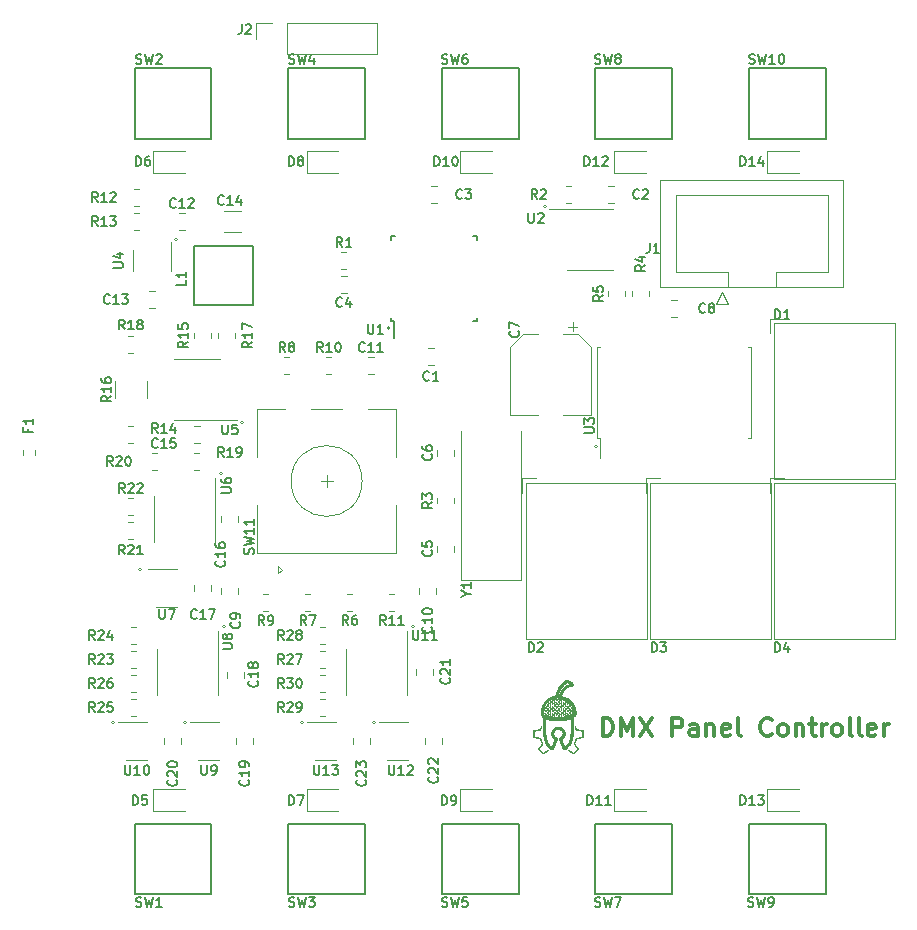
<source format=gto>
G04 #@! TF.GenerationSoftware,KiCad,Pcbnew,5.1.9-73d0e3b20d~88~ubuntu18.04.1*
G04 #@! TF.CreationDate,2021-04-12T21:46:39+02:00*
G04 #@! TF.ProjectId,dmx-panel-controller,646d782d-7061-46e6-956c-2d636f6e7472,v1.0-rc1*
G04 #@! TF.SameCoordinates,Original*
G04 #@! TF.FileFunction,Legend,Top*
G04 #@! TF.FilePolarity,Positive*
%FSLAX46Y46*%
G04 Gerber Fmt 4.6, Leading zero omitted, Abs format (unit mm)*
G04 Created by KiCad (PCBNEW 5.1.9-73d0e3b20d~88~ubuntu18.04.1) date 2021-04-12 21:46:39*
%MOMM*%
%LPD*%
G01*
G04 APERTURE LIST*
%ADD10C,0.120000*%
%ADD11C,0.304800*%
%ADD12C,0.010000*%
%ADD13C,0.150000*%
%ADD14C,0.152400*%
G04 APERTURE END LIST*
D10*
X45593000Y-16764000D02*
G75*
G03*
X45593000Y-16764000I-127000J0D01*
G01*
D11*
X50379428Y-61585428D02*
X50379428Y-60061428D01*
X50742285Y-60061428D01*
X50960000Y-60134000D01*
X51105142Y-60279142D01*
X51177714Y-60424285D01*
X51250285Y-60714571D01*
X51250285Y-60932285D01*
X51177714Y-61222571D01*
X51105142Y-61367714D01*
X50960000Y-61512857D01*
X50742285Y-61585428D01*
X50379428Y-61585428D01*
X51903428Y-61585428D02*
X51903428Y-60061428D01*
X52411428Y-61150000D01*
X52919428Y-60061428D01*
X52919428Y-61585428D01*
X53500000Y-60061428D02*
X54516000Y-61585428D01*
X54516000Y-60061428D02*
X53500000Y-61585428D01*
X56257714Y-61585428D02*
X56257714Y-60061428D01*
X56838285Y-60061428D01*
X56983428Y-60134000D01*
X57056000Y-60206571D01*
X57128571Y-60351714D01*
X57128571Y-60569428D01*
X57056000Y-60714571D01*
X56983428Y-60787142D01*
X56838285Y-60859714D01*
X56257714Y-60859714D01*
X58434857Y-61585428D02*
X58434857Y-60787142D01*
X58362285Y-60642000D01*
X58217142Y-60569428D01*
X57926857Y-60569428D01*
X57781714Y-60642000D01*
X58434857Y-61512857D02*
X58289714Y-61585428D01*
X57926857Y-61585428D01*
X57781714Y-61512857D01*
X57709142Y-61367714D01*
X57709142Y-61222571D01*
X57781714Y-61077428D01*
X57926857Y-61004857D01*
X58289714Y-61004857D01*
X58434857Y-60932285D01*
X59160571Y-60569428D02*
X59160571Y-61585428D01*
X59160571Y-60714571D02*
X59233142Y-60642000D01*
X59378285Y-60569428D01*
X59596000Y-60569428D01*
X59741142Y-60642000D01*
X59813714Y-60787142D01*
X59813714Y-61585428D01*
X61120000Y-61512857D02*
X60974857Y-61585428D01*
X60684571Y-61585428D01*
X60539428Y-61512857D01*
X60466857Y-61367714D01*
X60466857Y-60787142D01*
X60539428Y-60642000D01*
X60684571Y-60569428D01*
X60974857Y-60569428D01*
X61120000Y-60642000D01*
X61192571Y-60787142D01*
X61192571Y-60932285D01*
X60466857Y-61077428D01*
X62063428Y-61585428D02*
X61918285Y-61512857D01*
X61845714Y-61367714D01*
X61845714Y-60061428D01*
X64676000Y-61440285D02*
X64603428Y-61512857D01*
X64385714Y-61585428D01*
X64240571Y-61585428D01*
X64022857Y-61512857D01*
X63877714Y-61367714D01*
X63805142Y-61222571D01*
X63732571Y-60932285D01*
X63732571Y-60714571D01*
X63805142Y-60424285D01*
X63877714Y-60279142D01*
X64022857Y-60134000D01*
X64240571Y-60061428D01*
X64385714Y-60061428D01*
X64603428Y-60134000D01*
X64676000Y-60206571D01*
X65546857Y-61585428D02*
X65401714Y-61512857D01*
X65329142Y-61440285D01*
X65256571Y-61295142D01*
X65256571Y-60859714D01*
X65329142Y-60714571D01*
X65401714Y-60642000D01*
X65546857Y-60569428D01*
X65764571Y-60569428D01*
X65909714Y-60642000D01*
X65982285Y-60714571D01*
X66054857Y-60859714D01*
X66054857Y-61295142D01*
X65982285Y-61440285D01*
X65909714Y-61512857D01*
X65764571Y-61585428D01*
X65546857Y-61585428D01*
X66708000Y-60569428D02*
X66708000Y-61585428D01*
X66708000Y-60714571D02*
X66780571Y-60642000D01*
X66925714Y-60569428D01*
X67143428Y-60569428D01*
X67288571Y-60642000D01*
X67361142Y-60787142D01*
X67361142Y-61585428D01*
X67869142Y-60569428D02*
X68449714Y-60569428D01*
X68086857Y-60061428D02*
X68086857Y-61367714D01*
X68159428Y-61512857D01*
X68304571Y-61585428D01*
X68449714Y-61585428D01*
X68957714Y-61585428D02*
X68957714Y-60569428D01*
X68957714Y-60859714D02*
X69030285Y-60714571D01*
X69102857Y-60642000D01*
X69248000Y-60569428D01*
X69393142Y-60569428D01*
X70118857Y-61585428D02*
X69973714Y-61512857D01*
X69901142Y-61440285D01*
X69828571Y-61295142D01*
X69828571Y-60859714D01*
X69901142Y-60714571D01*
X69973714Y-60642000D01*
X70118857Y-60569428D01*
X70336571Y-60569428D01*
X70481714Y-60642000D01*
X70554285Y-60714571D01*
X70626857Y-60859714D01*
X70626857Y-61295142D01*
X70554285Y-61440285D01*
X70481714Y-61512857D01*
X70336571Y-61585428D01*
X70118857Y-61585428D01*
X71497714Y-61585428D02*
X71352571Y-61512857D01*
X71280000Y-61367714D01*
X71280000Y-60061428D01*
X72296000Y-61585428D02*
X72150857Y-61512857D01*
X72078285Y-61367714D01*
X72078285Y-60061428D01*
X73457142Y-61512857D02*
X73311999Y-61585428D01*
X73021714Y-61585428D01*
X72876571Y-61512857D01*
X72803999Y-61367714D01*
X72803999Y-60787142D01*
X72876571Y-60642000D01*
X73021714Y-60569428D01*
X73311999Y-60569428D01*
X73457142Y-60642000D01*
X73529714Y-60787142D01*
X73529714Y-60932285D01*
X72803999Y-61077428D01*
X74182857Y-61585428D02*
X74182857Y-60569428D01*
X74182857Y-60859714D02*
X74255428Y-60714571D01*
X74327999Y-60642000D01*
X74473142Y-60569428D01*
X74618285Y-60569428D01*
D10*
X34417000Y-52324000D02*
G75*
G03*
X34417000Y-52324000I-127000J0D01*
G01*
X31115000Y-60452000D02*
G75*
G03*
X31115000Y-60452000I-127000J0D01*
G01*
X25019000Y-60452000D02*
G75*
G03*
X25019000Y-60452000I-127000J0D01*
G01*
X15113000Y-60452000D02*
G75*
G03*
X15113000Y-60452000I-127000J0D01*
G01*
X9017000Y-60452000D02*
G75*
G03*
X9017000Y-60452000I-127000J0D01*
G01*
X18415000Y-52324000D02*
G75*
G03*
X18415000Y-52324000I-127000J0D01*
G01*
X11303000Y-47498000D02*
G75*
G03*
X11303000Y-47498000I-127000J0D01*
G01*
X18161000Y-39370000D02*
G75*
G03*
X18161000Y-39370000I-127000J0D01*
G01*
X19939000Y-35052000D02*
G75*
G03*
X19939000Y-35052000I-127000J0D01*
G01*
X14351000Y-19558000D02*
G75*
G03*
X14351000Y-19558000I-127000J0D01*
G01*
X32385000Y-27051000D02*
G75*
G03*
X32385000Y-27051000I-127000J0D01*
G01*
X49911000Y-37084000D02*
G75*
G03*
X49911000Y-37084000I-127000J0D01*
G01*
D12*
G36*
X46572247Y-58402899D02*
G01*
X46573349Y-58405322D01*
X46572058Y-58409197D01*
X46567496Y-58415450D01*
X46558785Y-58425005D01*
X46545047Y-58438789D01*
X46525402Y-58457725D01*
X46498974Y-58482740D01*
X46475489Y-58504811D01*
X46396467Y-58578956D01*
X46459480Y-58511222D01*
X46492731Y-58475704D01*
X46519178Y-58447998D01*
X46539492Y-58427459D01*
X46554346Y-58413441D01*
X46564412Y-58405300D01*
X46570361Y-58402390D01*
X46572247Y-58402899D01*
G37*
X46572247Y-58402899D02*
X46573349Y-58405322D01*
X46572058Y-58409197D01*
X46567496Y-58415450D01*
X46558785Y-58425005D01*
X46545047Y-58438789D01*
X46525402Y-58457725D01*
X46498974Y-58482740D01*
X46475489Y-58504811D01*
X46396467Y-58578956D01*
X46459480Y-58511222D01*
X46492731Y-58475704D01*
X46519178Y-58447998D01*
X46539492Y-58427459D01*
X46554346Y-58413441D01*
X46564412Y-58405300D01*
X46570361Y-58402390D01*
X46572247Y-58402899D01*
G36*
X46685151Y-58410635D02*
G01*
X46696866Y-58421225D01*
X46713670Y-58437199D01*
X46734190Y-58457186D01*
X46757054Y-58479814D01*
X46780888Y-58503713D01*
X46804319Y-58527510D01*
X46825974Y-58549835D01*
X46844481Y-58569317D01*
X46858465Y-58584583D01*
X46862171Y-58588834D01*
X46873733Y-58603013D01*
X46877718Y-58609484D01*
X46874504Y-58608546D01*
X46864472Y-58600498D01*
X46848000Y-58585641D01*
X46825468Y-58564273D01*
X46801467Y-58540856D01*
X46768968Y-58508419D01*
X46740324Y-58479042D01*
X46716287Y-58453556D01*
X46697610Y-58432791D01*
X46685046Y-58417577D01*
X46679347Y-58408743D01*
X46679899Y-58406800D01*
X46685151Y-58410635D01*
G37*
X46685151Y-58410635D02*
X46696866Y-58421225D01*
X46713670Y-58437199D01*
X46734190Y-58457186D01*
X46757054Y-58479814D01*
X46780888Y-58503713D01*
X46804319Y-58527510D01*
X46825974Y-58549835D01*
X46844481Y-58569317D01*
X46858465Y-58584583D01*
X46862171Y-58588834D01*
X46873733Y-58603013D01*
X46877718Y-58609484D01*
X46874504Y-58608546D01*
X46864472Y-58600498D01*
X46848000Y-58585641D01*
X46825468Y-58564273D01*
X46801467Y-58540856D01*
X46768968Y-58508419D01*
X46740324Y-58479042D01*
X46716287Y-58453556D01*
X46697610Y-58432791D01*
X46685046Y-58417577D01*
X46679347Y-58408743D01*
X46679899Y-58406800D01*
X46685151Y-58410635D01*
G36*
X46677114Y-58614527D02*
G01*
X46663344Y-58632284D01*
X46653013Y-58647770D01*
X46647900Y-58658250D01*
X46647645Y-58659837D01*
X46649543Y-58668993D01*
X46655931Y-58681132D01*
X46667846Y-58697840D01*
X46686330Y-58720704D01*
X46691722Y-58727122D01*
X46706028Y-58744373D01*
X46712813Y-58753509D01*
X46712103Y-58754809D01*
X46703922Y-58748555D01*
X46692800Y-58738989D01*
X46666370Y-58717006D01*
X46644059Y-58700801D01*
X46627184Y-58691264D01*
X46618897Y-58689022D01*
X46610223Y-58692514D01*
X46595743Y-58701835D01*
X46578036Y-58715256D01*
X46570624Y-58721389D01*
X46532472Y-58753756D01*
X46559432Y-58720655D01*
X46578687Y-58695521D01*
X46589991Y-58675802D01*
X46593596Y-58659158D01*
X46589753Y-58643248D01*
X46578712Y-58625730D01*
X46570685Y-58615771D01*
X46554704Y-58596778D01*
X46581851Y-58617500D01*
X46597023Y-58628512D01*
X46608803Y-58636027D01*
X46613843Y-58638222D01*
X46629643Y-58634179D01*
X46650628Y-58622875D01*
X46674558Y-58605552D01*
X46677959Y-58602763D01*
X46706584Y-58578956D01*
X46677114Y-58614527D01*
G37*
X46677114Y-58614527D02*
X46663344Y-58632284D01*
X46653013Y-58647770D01*
X46647900Y-58658250D01*
X46647645Y-58659837D01*
X46649543Y-58668993D01*
X46655931Y-58681132D01*
X46667846Y-58697840D01*
X46686330Y-58720704D01*
X46691722Y-58727122D01*
X46706028Y-58744373D01*
X46712813Y-58753509D01*
X46712103Y-58754809D01*
X46703922Y-58748555D01*
X46692800Y-58738989D01*
X46666370Y-58717006D01*
X46644059Y-58700801D01*
X46627184Y-58691264D01*
X46618897Y-58689022D01*
X46610223Y-58692514D01*
X46595743Y-58701835D01*
X46578036Y-58715256D01*
X46570624Y-58721389D01*
X46532472Y-58753756D01*
X46559432Y-58720655D01*
X46578687Y-58695521D01*
X46589991Y-58675802D01*
X46593596Y-58659158D01*
X46589753Y-58643248D01*
X46578712Y-58625730D01*
X46570685Y-58615771D01*
X46554704Y-58596778D01*
X46581851Y-58617500D01*
X46597023Y-58628512D01*
X46608803Y-58636027D01*
X46613843Y-58638222D01*
X46629643Y-58634179D01*
X46650628Y-58622875D01*
X46674558Y-58605552D01*
X46677959Y-58602763D01*
X46706584Y-58578956D01*
X46677114Y-58614527D01*
G36*
X46056226Y-58614527D02*
G01*
X46042455Y-58632284D01*
X46032124Y-58647770D01*
X46027011Y-58658250D01*
X46026756Y-58659837D01*
X46028654Y-58668993D01*
X46035042Y-58681132D01*
X46046957Y-58697840D01*
X46065441Y-58720704D01*
X46070834Y-58727122D01*
X46085139Y-58744373D01*
X46091924Y-58753509D01*
X46091214Y-58754809D01*
X46083033Y-58748555D01*
X46071911Y-58738989D01*
X46045481Y-58717006D01*
X46023170Y-58700801D01*
X46006295Y-58691264D01*
X45998008Y-58689022D01*
X45989334Y-58692514D01*
X45974854Y-58701835D01*
X45957147Y-58715256D01*
X45949735Y-58721389D01*
X45911583Y-58753756D01*
X45938544Y-58720655D01*
X45957798Y-58695521D01*
X45969102Y-58675802D01*
X45972707Y-58659158D01*
X45968864Y-58643248D01*
X45957824Y-58625730D01*
X45949796Y-58615771D01*
X45933815Y-58596778D01*
X45960962Y-58617500D01*
X45976134Y-58628512D01*
X45987914Y-58636027D01*
X45992954Y-58638222D01*
X46008754Y-58634179D01*
X46029739Y-58622875D01*
X46053669Y-58605552D01*
X46057070Y-58602763D01*
X46085695Y-58578956D01*
X46056226Y-58614527D01*
G37*
X46056226Y-58614527D02*
X46042455Y-58632284D01*
X46032124Y-58647770D01*
X46027011Y-58658250D01*
X46026756Y-58659837D01*
X46028654Y-58668993D01*
X46035042Y-58681132D01*
X46046957Y-58697840D01*
X46065441Y-58720704D01*
X46070834Y-58727122D01*
X46085139Y-58744373D01*
X46091924Y-58753509D01*
X46091214Y-58754809D01*
X46083033Y-58748555D01*
X46071911Y-58738989D01*
X46045481Y-58717006D01*
X46023170Y-58700801D01*
X46006295Y-58691264D01*
X45998008Y-58689022D01*
X45989334Y-58692514D01*
X45974854Y-58701835D01*
X45957147Y-58715256D01*
X45949735Y-58721389D01*
X45911583Y-58753756D01*
X45938544Y-58720655D01*
X45957798Y-58695521D01*
X45969102Y-58675802D01*
X45972707Y-58659158D01*
X45968864Y-58643248D01*
X45957824Y-58625730D01*
X45949796Y-58615771D01*
X45933815Y-58596778D01*
X45960962Y-58617500D01*
X45976134Y-58628512D01*
X45987914Y-58636027D01*
X45992954Y-58638222D01*
X46008754Y-58634179D01*
X46029739Y-58622875D01*
X46053669Y-58605552D01*
X46057070Y-58602763D01*
X46085695Y-58578956D01*
X46056226Y-58614527D01*
G36*
X46882692Y-58713343D02*
G01*
X46883793Y-58715766D01*
X46882502Y-58719641D01*
X46877940Y-58725894D01*
X46869230Y-58735450D01*
X46855491Y-58749233D01*
X46835847Y-58768170D01*
X46809418Y-58793185D01*
X46785934Y-58815255D01*
X46706911Y-58889400D01*
X46769924Y-58821667D01*
X46803175Y-58786148D01*
X46829622Y-58758442D01*
X46849937Y-58737903D01*
X46864791Y-58723886D01*
X46874856Y-58715745D01*
X46880805Y-58712834D01*
X46882692Y-58713343D01*
G37*
X46882692Y-58713343D02*
X46883793Y-58715766D01*
X46882502Y-58719641D01*
X46877940Y-58725894D01*
X46869230Y-58735450D01*
X46855491Y-58749233D01*
X46835847Y-58768170D01*
X46809418Y-58793185D01*
X46785934Y-58815255D01*
X46706911Y-58889400D01*
X46769924Y-58821667D01*
X46803175Y-58786148D01*
X46829622Y-58758442D01*
X46849937Y-58737903D01*
X46864791Y-58723886D01*
X46874856Y-58715745D01*
X46880805Y-58712834D01*
X46882692Y-58713343D01*
G36*
X46261803Y-58713343D02*
G01*
X46262904Y-58715766D01*
X46261613Y-58719641D01*
X46257052Y-58725894D01*
X46248341Y-58735450D01*
X46234602Y-58749233D01*
X46214958Y-58768170D01*
X46188529Y-58793185D01*
X46165045Y-58815255D01*
X46086022Y-58889400D01*
X46149035Y-58821667D01*
X46182286Y-58786148D01*
X46208733Y-58758442D01*
X46229048Y-58737903D01*
X46243902Y-58723886D01*
X46253967Y-58715745D01*
X46259916Y-58712834D01*
X46261803Y-58713343D01*
G37*
X46261803Y-58713343D02*
X46262904Y-58715766D01*
X46261613Y-58719641D01*
X46257052Y-58725894D01*
X46248341Y-58735450D01*
X46234602Y-58749233D01*
X46214958Y-58768170D01*
X46188529Y-58793185D01*
X46165045Y-58815255D01*
X46086022Y-58889400D01*
X46149035Y-58821667D01*
X46182286Y-58786148D01*
X46208733Y-58758442D01*
X46229048Y-58737903D01*
X46243902Y-58723886D01*
X46253967Y-58715745D01*
X46259916Y-58712834D01*
X46261803Y-58713343D01*
G36*
X46995596Y-58721079D02*
G01*
X47007310Y-58731669D01*
X47024114Y-58747644D01*
X47044635Y-58767630D01*
X47067498Y-58790259D01*
X47091332Y-58814157D01*
X47114763Y-58837955D01*
X47136419Y-58860280D01*
X47154925Y-58879761D01*
X47168909Y-58895028D01*
X47172615Y-58899278D01*
X47184177Y-58913458D01*
X47188162Y-58919928D01*
X47184949Y-58918990D01*
X47174917Y-58910942D01*
X47158445Y-58896085D01*
X47135912Y-58874718D01*
X47111912Y-58851300D01*
X47079413Y-58818863D01*
X47050768Y-58789487D01*
X47026731Y-58764001D01*
X47008054Y-58743236D01*
X46995490Y-58728021D01*
X46989792Y-58719188D01*
X46990344Y-58717245D01*
X46995596Y-58721079D01*
G37*
X46995596Y-58721079D02*
X47007310Y-58731669D01*
X47024114Y-58747644D01*
X47044635Y-58767630D01*
X47067498Y-58790259D01*
X47091332Y-58814157D01*
X47114763Y-58837955D01*
X47136419Y-58860280D01*
X47154925Y-58879761D01*
X47168909Y-58895028D01*
X47172615Y-58899278D01*
X47184177Y-58913458D01*
X47188162Y-58919928D01*
X47184949Y-58918990D01*
X47174917Y-58910942D01*
X47158445Y-58896085D01*
X47135912Y-58874718D01*
X47111912Y-58851300D01*
X47079413Y-58818863D01*
X47050768Y-58789487D01*
X47026731Y-58764001D01*
X47008054Y-58743236D01*
X46995490Y-58728021D01*
X46989792Y-58719188D01*
X46990344Y-58717245D01*
X46995596Y-58721079D01*
G36*
X46374707Y-58721079D02*
G01*
X46386421Y-58731669D01*
X46403225Y-58747644D01*
X46423746Y-58767630D01*
X46446609Y-58790259D01*
X46470443Y-58814157D01*
X46493875Y-58837955D01*
X46515530Y-58860280D01*
X46534036Y-58879761D01*
X46548020Y-58895028D01*
X46551726Y-58899278D01*
X46563288Y-58913458D01*
X46567273Y-58919928D01*
X46564060Y-58918990D01*
X46554028Y-58910942D01*
X46537556Y-58896085D01*
X46515023Y-58874718D01*
X46491023Y-58851300D01*
X46458524Y-58818863D01*
X46429880Y-58789487D01*
X46405842Y-58764001D01*
X46387165Y-58743236D01*
X46374601Y-58728021D01*
X46368903Y-58719188D01*
X46369455Y-58717245D01*
X46374707Y-58721079D01*
G37*
X46374707Y-58721079D02*
X46386421Y-58731669D01*
X46403225Y-58747644D01*
X46423746Y-58767630D01*
X46446609Y-58790259D01*
X46470443Y-58814157D01*
X46493875Y-58837955D01*
X46515530Y-58860280D01*
X46534036Y-58879761D01*
X46548020Y-58895028D01*
X46551726Y-58899278D01*
X46563288Y-58913458D01*
X46567273Y-58919928D01*
X46564060Y-58918990D01*
X46554028Y-58910942D01*
X46537556Y-58896085D01*
X46515023Y-58874718D01*
X46491023Y-58851300D01*
X46458524Y-58818863D01*
X46429880Y-58789487D01*
X46405842Y-58764001D01*
X46387165Y-58743236D01*
X46374601Y-58728021D01*
X46368903Y-58719188D01*
X46369455Y-58717245D01*
X46374707Y-58721079D01*
G36*
X45753818Y-58721079D02*
G01*
X45765532Y-58731669D01*
X45782336Y-58747644D01*
X45802857Y-58767630D01*
X45825720Y-58790259D01*
X45849554Y-58814157D01*
X45872986Y-58837955D01*
X45894641Y-58860280D01*
X45913147Y-58879761D01*
X45927132Y-58895028D01*
X45930837Y-58899278D01*
X45942399Y-58913458D01*
X45946384Y-58919928D01*
X45943171Y-58918990D01*
X45933139Y-58910942D01*
X45916667Y-58896085D01*
X45894134Y-58874718D01*
X45870134Y-58851300D01*
X45837635Y-58818863D01*
X45808991Y-58789487D01*
X45784954Y-58764001D01*
X45766277Y-58743236D01*
X45753712Y-58728021D01*
X45748014Y-58719188D01*
X45748566Y-58717245D01*
X45753818Y-58721079D01*
G37*
X45753818Y-58721079D02*
X45765532Y-58731669D01*
X45782336Y-58747644D01*
X45802857Y-58767630D01*
X45825720Y-58790259D01*
X45849554Y-58814157D01*
X45872986Y-58837955D01*
X45894641Y-58860280D01*
X45913147Y-58879761D01*
X45927132Y-58895028D01*
X45930837Y-58899278D01*
X45942399Y-58913458D01*
X45946384Y-58919928D01*
X45943171Y-58918990D01*
X45933139Y-58910942D01*
X45916667Y-58896085D01*
X45894134Y-58874718D01*
X45870134Y-58851300D01*
X45837635Y-58818863D01*
X45808991Y-58789487D01*
X45784954Y-58764001D01*
X45766277Y-58743236D01*
X45753712Y-58728021D01*
X45748014Y-58719188D01*
X45748566Y-58717245D01*
X45753818Y-58721079D01*
G36*
X47608448Y-58924971D02*
G01*
X47594677Y-58942728D01*
X47584346Y-58958215D01*
X47579233Y-58968694D01*
X47578978Y-58970282D01*
X47580876Y-58979437D01*
X47587264Y-58991576D01*
X47599180Y-59008285D01*
X47617663Y-59031148D01*
X47623056Y-59037567D01*
X47637362Y-59054818D01*
X47644147Y-59063953D01*
X47643436Y-59065254D01*
X47635255Y-59059000D01*
X47624134Y-59049433D01*
X47597703Y-59027450D01*
X47575393Y-59011245D01*
X47558517Y-59001709D01*
X47550230Y-58999467D01*
X47541556Y-59002958D01*
X47527076Y-59012279D01*
X47509370Y-59025701D01*
X47501957Y-59031834D01*
X47463805Y-59064200D01*
X47490766Y-59031100D01*
X47510020Y-59005965D01*
X47521325Y-58986247D01*
X47524929Y-58969603D01*
X47521086Y-58953693D01*
X47510046Y-58936175D01*
X47502018Y-58926216D01*
X47486037Y-58907223D01*
X47513184Y-58927945D01*
X47528356Y-58938957D01*
X47540137Y-58946472D01*
X47545176Y-58948667D01*
X47560976Y-58944623D01*
X47581962Y-58933320D01*
X47605891Y-58915996D01*
X47609292Y-58913208D01*
X47637918Y-58889400D01*
X47608448Y-58924971D01*
G37*
X47608448Y-58924971D02*
X47594677Y-58942728D01*
X47584346Y-58958215D01*
X47579233Y-58968694D01*
X47578978Y-58970282D01*
X47580876Y-58979437D01*
X47587264Y-58991576D01*
X47599180Y-59008285D01*
X47617663Y-59031148D01*
X47623056Y-59037567D01*
X47637362Y-59054818D01*
X47644147Y-59063953D01*
X47643436Y-59065254D01*
X47635255Y-59059000D01*
X47624134Y-59049433D01*
X47597703Y-59027450D01*
X47575393Y-59011245D01*
X47558517Y-59001709D01*
X47550230Y-58999467D01*
X47541556Y-59002958D01*
X47527076Y-59012279D01*
X47509370Y-59025701D01*
X47501957Y-59031834D01*
X47463805Y-59064200D01*
X47490766Y-59031100D01*
X47510020Y-59005965D01*
X47521325Y-58986247D01*
X47524929Y-58969603D01*
X47521086Y-58953693D01*
X47510046Y-58936175D01*
X47502018Y-58926216D01*
X47486037Y-58907223D01*
X47513184Y-58927945D01*
X47528356Y-58938957D01*
X47540137Y-58946472D01*
X47545176Y-58948667D01*
X47560976Y-58944623D01*
X47581962Y-58933320D01*
X47605891Y-58915996D01*
X47609292Y-58913208D01*
X47637918Y-58889400D01*
X47608448Y-58924971D01*
G36*
X46987559Y-58924971D02*
G01*
X46973788Y-58942728D01*
X46963457Y-58958215D01*
X46958344Y-58968694D01*
X46958089Y-58970282D01*
X46959987Y-58979437D01*
X46966375Y-58991576D01*
X46978291Y-59008285D01*
X46996774Y-59031148D01*
X47002167Y-59037567D01*
X47016473Y-59054818D01*
X47023258Y-59063953D01*
X47022547Y-59065254D01*
X47014366Y-59059000D01*
X47003245Y-59049433D01*
X46976814Y-59027450D01*
X46954504Y-59011245D01*
X46937628Y-59001709D01*
X46929341Y-58999467D01*
X46920667Y-59002958D01*
X46906188Y-59012279D01*
X46888481Y-59025701D01*
X46881068Y-59031834D01*
X46842916Y-59064200D01*
X46869877Y-59031100D01*
X46889132Y-59005965D01*
X46900436Y-58986247D01*
X46904041Y-58969603D01*
X46900197Y-58953693D01*
X46889157Y-58936175D01*
X46881129Y-58926216D01*
X46865148Y-58907223D01*
X46892295Y-58927945D01*
X46907467Y-58938957D01*
X46919248Y-58946472D01*
X46924287Y-58948667D01*
X46940087Y-58944623D01*
X46961073Y-58933320D01*
X46985002Y-58915996D01*
X46988403Y-58913208D01*
X47017029Y-58889400D01*
X46987559Y-58924971D01*
G37*
X46987559Y-58924971D02*
X46973788Y-58942728D01*
X46963457Y-58958215D01*
X46958344Y-58968694D01*
X46958089Y-58970282D01*
X46959987Y-58979437D01*
X46966375Y-58991576D01*
X46978291Y-59008285D01*
X46996774Y-59031148D01*
X47002167Y-59037567D01*
X47016473Y-59054818D01*
X47023258Y-59063953D01*
X47022547Y-59065254D01*
X47014366Y-59059000D01*
X47003245Y-59049433D01*
X46976814Y-59027450D01*
X46954504Y-59011245D01*
X46937628Y-59001709D01*
X46929341Y-58999467D01*
X46920667Y-59002958D01*
X46906188Y-59012279D01*
X46888481Y-59025701D01*
X46881068Y-59031834D01*
X46842916Y-59064200D01*
X46869877Y-59031100D01*
X46889132Y-59005965D01*
X46900436Y-58986247D01*
X46904041Y-58969603D01*
X46900197Y-58953693D01*
X46889157Y-58936175D01*
X46881129Y-58926216D01*
X46865148Y-58907223D01*
X46892295Y-58927945D01*
X46907467Y-58938957D01*
X46919248Y-58946472D01*
X46924287Y-58948667D01*
X46940087Y-58944623D01*
X46961073Y-58933320D01*
X46985002Y-58915996D01*
X46988403Y-58913208D01*
X47017029Y-58889400D01*
X46987559Y-58924971D01*
G36*
X46366670Y-58924971D02*
G01*
X46352900Y-58942728D01*
X46342568Y-58958215D01*
X46337455Y-58968694D01*
X46337200Y-58970282D01*
X46339098Y-58979437D01*
X46345486Y-58991576D01*
X46357402Y-59008285D01*
X46375885Y-59031148D01*
X46381278Y-59037567D01*
X46395584Y-59054818D01*
X46402369Y-59063953D01*
X46401658Y-59065254D01*
X46393477Y-59059000D01*
X46382356Y-59049433D01*
X46355925Y-59027450D01*
X46333615Y-59011245D01*
X46316739Y-59001709D01*
X46308452Y-58999467D01*
X46299778Y-59002958D01*
X46285299Y-59012279D01*
X46267592Y-59025701D01*
X46260179Y-59031834D01*
X46222027Y-59064200D01*
X46248988Y-59031100D01*
X46268243Y-59005965D01*
X46279547Y-58986247D01*
X46283152Y-58969603D01*
X46279308Y-58953693D01*
X46268268Y-58936175D01*
X46260240Y-58926216D01*
X46244259Y-58907223D01*
X46271406Y-58927945D01*
X46286578Y-58938957D01*
X46298359Y-58946472D01*
X46303398Y-58948667D01*
X46319198Y-58944623D01*
X46340184Y-58933320D01*
X46364113Y-58915996D01*
X46367514Y-58913208D01*
X46396140Y-58889400D01*
X46366670Y-58924971D01*
G37*
X46366670Y-58924971D02*
X46352900Y-58942728D01*
X46342568Y-58958215D01*
X46337455Y-58968694D01*
X46337200Y-58970282D01*
X46339098Y-58979437D01*
X46345486Y-58991576D01*
X46357402Y-59008285D01*
X46375885Y-59031148D01*
X46381278Y-59037567D01*
X46395584Y-59054818D01*
X46402369Y-59063953D01*
X46401658Y-59065254D01*
X46393477Y-59059000D01*
X46382356Y-59049433D01*
X46355925Y-59027450D01*
X46333615Y-59011245D01*
X46316739Y-59001709D01*
X46308452Y-58999467D01*
X46299778Y-59002958D01*
X46285299Y-59012279D01*
X46267592Y-59025701D01*
X46260179Y-59031834D01*
X46222027Y-59064200D01*
X46248988Y-59031100D01*
X46268243Y-59005965D01*
X46279547Y-58986247D01*
X46283152Y-58969603D01*
X46279308Y-58953693D01*
X46268268Y-58936175D01*
X46260240Y-58926216D01*
X46244259Y-58907223D01*
X46271406Y-58927945D01*
X46286578Y-58938957D01*
X46298359Y-58946472D01*
X46303398Y-58948667D01*
X46319198Y-58944623D01*
X46340184Y-58933320D01*
X46364113Y-58915996D01*
X46367514Y-58913208D01*
X46396140Y-58889400D01*
X46366670Y-58924971D01*
G36*
X45745781Y-58924971D02*
G01*
X45732011Y-58942728D01*
X45721679Y-58958215D01*
X45716566Y-58968694D01*
X45716311Y-58970282D01*
X45718210Y-58979437D01*
X45724597Y-58991576D01*
X45736513Y-59008285D01*
X45754996Y-59031148D01*
X45760389Y-59037567D01*
X45774695Y-59054818D01*
X45781480Y-59063953D01*
X45780769Y-59065254D01*
X45772588Y-59059000D01*
X45761467Y-59049433D01*
X45735036Y-59027450D01*
X45712726Y-59011245D01*
X45695850Y-59001709D01*
X45687563Y-58999467D01*
X45678890Y-59002958D01*
X45664410Y-59012279D01*
X45646703Y-59025701D01*
X45639291Y-59031834D01*
X45601138Y-59064200D01*
X45628099Y-59031100D01*
X45647354Y-59005965D01*
X45658658Y-58986247D01*
X45662263Y-58969603D01*
X45658419Y-58953693D01*
X45647379Y-58936175D01*
X45639352Y-58926216D01*
X45623370Y-58907223D01*
X45650518Y-58927945D01*
X45665689Y-58938957D01*
X45677470Y-58946472D01*
X45682510Y-58948667D01*
X45698309Y-58944623D01*
X45719295Y-58933320D01*
X45743224Y-58915996D01*
X45746625Y-58913208D01*
X45775251Y-58889400D01*
X45745781Y-58924971D01*
G37*
X45745781Y-58924971D02*
X45732011Y-58942728D01*
X45721679Y-58958215D01*
X45716566Y-58968694D01*
X45716311Y-58970282D01*
X45718210Y-58979437D01*
X45724597Y-58991576D01*
X45736513Y-59008285D01*
X45754996Y-59031148D01*
X45760389Y-59037567D01*
X45774695Y-59054818D01*
X45781480Y-59063953D01*
X45780769Y-59065254D01*
X45772588Y-59059000D01*
X45761467Y-59049433D01*
X45735036Y-59027450D01*
X45712726Y-59011245D01*
X45695850Y-59001709D01*
X45687563Y-58999467D01*
X45678890Y-59002958D01*
X45664410Y-59012279D01*
X45646703Y-59025701D01*
X45639291Y-59031834D01*
X45601138Y-59064200D01*
X45628099Y-59031100D01*
X45647354Y-59005965D01*
X45658658Y-58986247D01*
X45662263Y-58969603D01*
X45658419Y-58953693D01*
X45647379Y-58936175D01*
X45639352Y-58926216D01*
X45623370Y-58907223D01*
X45650518Y-58927945D01*
X45665689Y-58938957D01*
X45677470Y-58946472D01*
X45682510Y-58948667D01*
X45698309Y-58944623D01*
X45719295Y-58933320D01*
X45743224Y-58915996D01*
X45746625Y-58913208D01*
X45775251Y-58889400D01*
X45745781Y-58924971D01*
G36*
X47193136Y-59023788D02*
G01*
X47194238Y-59026211D01*
X47192947Y-59030086D01*
X47188385Y-59036339D01*
X47179674Y-59045894D01*
X47165936Y-59059678D01*
X47146291Y-59078614D01*
X47119862Y-59103629D01*
X47096378Y-59125699D01*
X47017356Y-59199845D01*
X47080368Y-59132111D01*
X47113620Y-59096593D01*
X47140067Y-59068886D01*
X47160381Y-59048348D01*
X47175235Y-59034330D01*
X47185301Y-59026189D01*
X47191250Y-59023279D01*
X47193136Y-59023788D01*
G37*
X47193136Y-59023788D02*
X47194238Y-59026211D01*
X47192947Y-59030086D01*
X47188385Y-59036339D01*
X47179674Y-59045894D01*
X47165936Y-59059678D01*
X47146291Y-59078614D01*
X47119862Y-59103629D01*
X47096378Y-59125699D01*
X47017356Y-59199845D01*
X47080368Y-59132111D01*
X47113620Y-59096593D01*
X47140067Y-59068886D01*
X47160381Y-59048348D01*
X47175235Y-59034330D01*
X47185301Y-59026189D01*
X47191250Y-59023279D01*
X47193136Y-59023788D01*
G36*
X46572247Y-59023788D02*
G01*
X46573349Y-59026211D01*
X46572058Y-59030086D01*
X46567496Y-59036339D01*
X46558785Y-59045894D01*
X46545047Y-59059678D01*
X46525402Y-59078614D01*
X46498974Y-59103629D01*
X46475489Y-59125699D01*
X46396467Y-59199845D01*
X46459480Y-59132111D01*
X46492731Y-59096593D01*
X46519178Y-59068886D01*
X46539492Y-59048348D01*
X46554346Y-59034330D01*
X46564412Y-59026189D01*
X46570361Y-59023279D01*
X46572247Y-59023788D01*
G37*
X46572247Y-59023788D02*
X46573349Y-59026211D01*
X46572058Y-59030086D01*
X46567496Y-59036339D01*
X46558785Y-59045894D01*
X46545047Y-59059678D01*
X46525402Y-59078614D01*
X46498974Y-59103629D01*
X46475489Y-59125699D01*
X46396467Y-59199845D01*
X46459480Y-59132111D01*
X46492731Y-59096593D01*
X46519178Y-59068886D01*
X46539492Y-59048348D01*
X46554346Y-59034330D01*
X46564412Y-59026189D01*
X46570361Y-59023279D01*
X46572247Y-59023788D01*
G36*
X45951358Y-59023788D02*
G01*
X45952460Y-59026211D01*
X45951169Y-59030086D01*
X45946607Y-59036339D01*
X45937896Y-59045894D01*
X45924158Y-59059678D01*
X45904513Y-59078614D01*
X45878085Y-59103629D01*
X45854600Y-59125699D01*
X45775578Y-59199845D01*
X45838591Y-59132111D01*
X45871842Y-59096593D01*
X45898289Y-59068886D01*
X45918603Y-59048348D01*
X45933457Y-59034330D01*
X45943523Y-59026189D01*
X45949472Y-59023279D01*
X45951358Y-59023788D01*
G37*
X45951358Y-59023788D02*
X45952460Y-59026211D01*
X45951169Y-59030086D01*
X45946607Y-59036339D01*
X45937896Y-59045894D01*
X45924158Y-59059678D01*
X45904513Y-59078614D01*
X45878085Y-59103629D01*
X45854600Y-59125699D01*
X45775578Y-59199845D01*
X45838591Y-59132111D01*
X45871842Y-59096593D01*
X45898289Y-59068886D01*
X45918603Y-59048348D01*
X45933457Y-59034330D01*
X45943523Y-59026189D01*
X45949472Y-59023279D01*
X45951358Y-59023788D01*
G36*
X47306040Y-59031524D02*
G01*
X47317755Y-59042114D01*
X47334559Y-59058088D01*
X47355079Y-59078075D01*
X47377943Y-59100703D01*
X47401777Y-59124602D01*
X47425208Y-59148399D01*
X47446863Y-59170724D01*
X47465370Y-59190206D01*
X47479354Y-59205472D01*
X47483060Y-59209722D01*
X47494622Y-59223902D01*
X47498607Y-59230373D01*
X47495393Y-59229435D01*
X47485361Y-59221387D01*
X47468889Y-59206530D01*
X47446357Y-59185162D01*
X47422356Y-59161745D01*
X47389857Y-59129308D01*
X47361213Y-59099931D01*
X47337176Y-59074445D01*
X47318499Y-59053680D01*
X47305935Y-59038466D01*
X47300236Y-59029632D01*
X47300788Y-59027689D01*
X47306040Y-59031524D01*
G37*
X47306040Y-59031524D02*
X47317755Y-59042114D01*
X47334559Y-59058088D01*
X47355079Y-59078075D01*
X47377943Y-59100703D01*
X47401777Y-59124602D01*
X47425208Y-59148399D01*
X47446863Y-59170724D01*
X47465370Y-59190206D01*
X47479354Y-59205472D01*
X47483060Y-59209722D01*
X47494622Y-59223902D01*
X47498607Y-59230373D01*
X47495393Y-59229435D01*
X47485361Y-59221387D01*
X47468889Y-59206530D01*
X47446357Y-59185162D01*
X47422356Y-59161745D01*
X47389857Y-59129308D01*
X47361213Y-59099931D01*
X47337176Y-59074445D01*
X47318499Y-59053680D01*
X47305935Y-59038466D01*
X47300236Y-59029632D01*
X47300788Y-59027689D01*
X47306040Y-59031524D01*
G36*
X46685151Y-59031524D02*
G01*
X46696866Y-59042114D01*
X46713670Y-59058088D01*
X46734190Y-59078075D01*
X46757054Y-59100703D01*
X46780888Y-59124602D01*
X46804319Y-59148399D01*
X46825974Y-59170724D01*
X46844481Y-59190206D01*
X46858465Y-59205472D01*
X46862171Y-59209722D01*
X46873733Y-59223902D01*
X46877718Y-59230373D01*
X46874504Y-59229435D01*
X46864472Y-59221387D01*
X46848000Y-59206530D01*
X46825468Y-59185162D01*
X46801467Y-59161745D01*
X46768968Y-59129308D01*
X46740324Y-59099931D01*
X46716287Y-59074445D01*
X46697610Y-59053680D01*
X46685046Y-59038466D01*
X46679347Y-59029632D01*
X46679899Y-59027689D01*
X46685151Y-59031524D01*
G37*
X46685151Y-59031524D02*
X46696866Y-59042114D01*
X46713670Y-59058088D01*
X46734190Y-59078075D01*
X46757054Y-59100703D01*
X46780888Y-59124602D01*
X46804319Y-59148399D01*
X46825974Y-59170724D01*
X46844481Y-59190206D01*
X46858465Y-59205472D01*
X46862171Y-59209722D01*
X46873733Y-59223902D01*
X46877718Y-59230373D01*
X46874504Y-59229435D01*
X46864472Y-59221387D01*
X46848000Y-59206530D01*
X46825468Y-59185162D01*
X46801467Y-59161745D01*
X46768968Y-59129308D01*
X46740324Y-59099931D01*
X46716287Y-59074445D01*
X46697610Y-59053680D01*
X46685046Y-59038466D01*
X46679347Y-59029632D01*
X46679899Y-59027689D01*
X46685151Y-59031524D01*
G36*
X46064262Y-59031524D02*
G01*
X46075977Y-59042114D01*
X46092781Y-59058088D01*
X46113301Y-59078075D01*
X46136165Y-59100703D01*
X46159999Y-59124602D01*
X46183430Y-59148399D01*
X46205085Y-59170724D01*
X46223592Y-59190206D01*
X46237576Y-59205472D01*
X46241282Y-59209722D01*
X46252844Y-59223902D01*
X46256829Y-59230373D01*
X46253615Y-59229435D01*
X46243583Y-59221387D01*
X46227111Y-59206530D01*
X46204579Y-59185162D01*
X46180579Y-59161745D01*
X46148080Y-59129308D01*
X46119435Y-59099931D01*
X46095398Y-59074445D01*
X46076721Y-59053680D01*
X46064157Y-59038466D01*
X46058459Y-59029632D01*
X46059011Y-59027689D01*
X46064262Y-59031524D01*
G37*
X46064262Y-59031524D02*
X46075977Y-59042114D01*
X46092781Y-59058088D01*
X46113301Y-59078075D01*
X46136165Y-59100703D01*
X46159999Y-59124602D01*
X46183430Y-59148399D01*
X46205085Y-59170724D01*
X46223592Y-59190206D01*
X46237576Y-59205472D01*
X46241282Y-59209722D01*
X46252844Y-59223902D01*
X46256829Y-59230373D01*
X46253615Y-59229435D01*
X46243583Y-59221387D01*
X46227111Y-59206530D01*
X46204579Y-59185162D01*
X46180579Y-59161745D01*
X46148080Y-59129308D01*
X46119435Y-59099931D01*
X46095398Y-59074445D01*
X46076721Y-59053680D01*
X46064157Y-59038466D01*
X46058459Y-59029632D01*
X46059011Y-59027689D01*
X46064262Y-59031524D01*
G36*
X45321200Y-59346600D02*
G01*
X45318378Y-59349422D01*
X45315556Y-59346600D01*
X45318378Y-59343778D01*
X45321200Y-59346600D01*
G37*
X45321200Y-59346600D02*
X45318378Y-59349422D01*
X45315556Y-59346600D01*
X45318378Y-59343778D01*
X45321200Y-59346600D01*
G36*
X47298003Y-59235415D02*
G01*
X47284233Y-59253173D01*
X47273901Y-59268659D01*
X47268789Y-59279139D01*
X47268534Y-59280726D01*
X47270432Y-59289882D01*
X47276819Y-59302021D01*
X47288735Y-59318729D01*
X47307218Y-59341593D01*
X47312611Y-59348011D01*
X47326917Y-59365262D01*
X47333702Y-59374397D01*
X47332991Y-59375698D01*
X47324811Y-59369444D01*
X47313689Y-59359878D01*
X47287259Y-59337894D01*
X47264948Y-59321690D01*
X47248073Y-59312153D01*
X47239786Y-59309911D01*
X47231112Y-59313403D01*
X47216632Y-59322724D01*
X47198925Y-59336145D01*
X47191513Y-59342278D01*
X47153361Y-59374645D01*
X47180321Y-59341544D01*
X47199576Y-59316410D01*
X47210880Y-59296691D01*
X47214485Y-59280047D01*
X47210642Y-59264137D01*
X47199601Y-59246619D01*
X47191574Y-59236660D01*
X47175592Y-59217667D01*
X47202740Y-59238389D01*
X47217912Y-59249401D01*
X47229692Y-59256916D01*
X47234732Y-59259111D01*
X47250531Y-59255068D01*
X47271517Y-59243764D01*
X47295446Y-59226441D01*
X47298848Y-59223652D01*
X47327473Y-59199845D01*
X47298003Y-59235415D01*
G37*
X47298003Y-59235415D02*
X47284233Y-59253173D01*
X47273901Y-59268659D01*
X47268789Y-59279139D01*
X47268534Y-59280726D01*
X47270432Y-59289882D01*
X47276819Y-59302021D01*
X47288735Y-59318729D01*
X47307218Y-59341593D01*
X47312611Y-59348011D01*
X47326917Y-59365262D01*
X47333702Y-59374397D01*
X47332991Y-59375698D01*
X47324811Y-59369444D01*
X47313689Y-59359878D01*
X47287259Y-59337894D01*
X47264948Y-59321690D01*
X47248073Y-59312153D01*
X47239786Y-59309911D01*
X47231112Y-59313403D01*
X47216632Y-59322724D01*
X47198925Y-59336145D01*
X47191513Y-59342278D01*
X47153361Y-59374645D01*
X47180321Y-59341544D01*
X47199576Y-59316410D01*
X47210880Y-59296691D01*
X47214485Y-59280047D01*
X47210642Y-59264137D01*
X47199601Y-59246619D01*
X47191574Y-59236660D01*
X47175592Y-59217667D01*
X47202740Y-59238389D01*
X47217912Y-59249401D01*
X47229692Y-59256916D01*
X47234732Y-59259111D01*
X47250531Y-59255068D01*
X47271517Y-59243764D01*
X47295446Y-59226441D01*
X47298848Y-59223652D01*
X47327473Y-59199845D01*
X47298003Y-59235415D01*
G36*
X46677114Y-59235415D02*
G01*
X46663344Y-59253173D01*
X46653013Y-59268659D01*
X46647900Y-59279139D01*
X46647645Y-59280726D01*
X46649543Y-59289882D01*
X46655931Y-59302021D01*
X46667846Y-59318729D01*
X46686330Y-59341593D01*
X46691722Y-59348011D01*
X46706028Y-59365262D01*
X46712813Y-59374397D01*
X46712103Y-59375698D01*
X46703922Y-59369444D01*
X46692800Y-59359878D01*
X46666370Y-59337894D01*
X46644059Y-59321690D01*
X46627184Y-59312153D01*
X46618897Y-59309911D01*
X46610223Y-59313403D01*
X46595743Y-59322724D01*
X46578036Y-59336145D01*
X46570624Y-59342278D01*
X46532472Y-59374645D01*
X46559432Y-59341544D01*
X46578687Y-59316410D01*
X46589991Y-59296691D01*
X46593596Y-59280047D01*
X46589753Y-59264137D01*
X46578712Y-59246619D01*
X46570685Y-59236660D01*
X46554704Y-59217667D01*
X46581851Y-59238389D01*
X46597023Y-59249401D01*
X46608803Y-59256916D01*
X46613843Y-59259111D01*
X46629643Y-59255068D01*
X46650628Y-59243764D01*
X46674558Y-59226441D01*
X46677959Y-59223652D01*
X46706584Y-59199845D01*
X46677114Y-59235415D01*
G37*
X46677114Y-59235415D02*
X46663344Y-59253173D01*
X46653013Y-59268659D01*
X46647900Y-59279139D01*
X46647645Y-59280726D01*
X46649543Y-59289882D01*
X46655931Y-59302021D01*
X46667846Y-59318729D01*
X46686330Y-59341593D01*
X46691722Y-59348011D01*
X46706028Y-59365262D01*
X46712813Y-59374397D01*
X46712103Y-59375698D01*
X46703922Y-59369444D01*
X46692800Y-59359878D01*
X46666370Y-59337894D01*
X46644059Y-59321690D01*
X46627184Y-59312153D01*
X46618897Y-59309911D01*
X46610223Y-59313403D01*
X46595743Y-59322724D01*
X46578036Y-59336145D01*
X46570624Y-59342278D01*
X46532472Y-59374645D01*
X46559432Y-59341544D01*
X46578687Y-59316410D01*
X46589991Y-59296691D01*
X46593596Y-59280047D01*
X46589753Y-59264137D01*
X46578712Y-59246619D01*
X46570685Y-59236660D01*
X46554704Y-59217667D01*
X46581851Y-59238389D01*
X46597023Y-59249401D01*
X46608803Y-59256916D01*
X46613843Y-59259111D01*
X46629643Y-59255068D01*
X46650628Y-59243764D01*
X46674558Y-59226441D01*
X46677959Y-59223652D01*
X46706584Y-59199845D01*
X46677114Y-59235415D01*
G36*
X46056226Y-59235415D02*
G01*
X46042455Y-59253173D01*
X46032124Y-59268659D01*
X46027011Y-59279139D01*
X46026756Y-59280726D01*
X46028654Y-59289882D01*
X46035042Y-59302021D01*
X46046957Y-59318729D01*
X46065441Y-59341593D01*
X46070834Y-59348011D01*
X46085139Y-59365262D01*
X46091924Y-59374397D01*
X46091214Y-59375698D01*
X46083033Y-59369444D01*
X46071911Y-59359878D01*
X46045481Y-59337894D01*
X46023170Y-59321690D01*
X46006295Y-59312153D01*
X45998008Y-59309911D01*
X45989334Y-59313403D01*
X45974854Y-59322724D01*
X45957147Y-59336145D01*
X45949735Y-59342278D01*
X45911583Y-59374645D01*
X45938544Y-59341544D01*
X45957798Y-59316410D01*
X45969102Y-59296691D01*
X45972707Y-59280047D01*
X45968864Y-59264137D01*
X45957824Y-59246619D01*
X45949796Y-59236660D01*
X45933815Y-59217667D01*
X45960962Y-59238389D01*
X45976134Y-59249401D01*
X45987914Y-59256916D01*
X45992954Y-59259111D01*
X46008754Y-59255068D01*
X46029739Y-59243764D01*
X46053669Y-59226441D01*
X46057070Y-59223652D01*
X46085695Y-59199845D01*
X46056226Y-59235415D01*
G37*
X46056226Y-59235415D02*
X46042455Y-59253173D01*
X46032124Y-59268659D01*
X46027011Y-59279139D01*
X46026756Y-59280726D01*
X46028654Y-59289882D01*
X46035042Y-59302021D01*
X46046957Y-59318729D01*
X46065441Y-59341593D01*
X46070834Y-59348011D01*
X46085139Y-59365262D01*
X46091924Y-59374397D01*
X46091214Y-59375698D01*
X46083033Y-59369444D01*
X46071911Y-59359878D01*
X46045481Y-59337894D01*
X46023170Y-59321690D01*
X46006295Y-59312153D01*
X45998008Y-59309911D01*
X45989334Y-59313403D01*
X45974854Y-59322724D01*
X45957147Y-59336145D01*
X45949735Y-59342278D01*
X45911583Y-59374645D01*
X45938544Y-59341544D01*
X45957798Y-59316410D01*
X45969102Y-59296691D01*
X45972707Y-59280047D01*
X45968864Y-59264137D01*
X45957824Y-59246619D01*
X45949796Y-59236660D01*
X45933815Y-59217667D01*
X45960962Y-59238389D01*
X45976134Y-59249401D01*
X45987914Y-59256916D01*
X45992954Y-59259111D01*
X46008754Y-59255068D01*
X46029739Y-59243764D01*
X46053669Y-59226441D01*
X46057070Y-59223652D01*
X46085695Y-59199845D01*
X46056226Y-59235415D01*
G36*
X47503580Y-59334232D02*
G01*
X47504682Y-59336655D01*
X47503391Y-59340530D01*
X47498829Y-59346783D01*
X47490118Y-59356339D01*
X47476380Y-59370122D01*
X47456736Y-59389059D01*
X47430307Y-59414074D01*
X47406822Y-59436144D01*
X47327800Y-59510289D01*
X47390813Y-59442556D01*
X47424064Y-59407037D01*
X47450511Y-59379331D01*
X47470826Y-59358792D01*
X47485680Y-59344775D01*
X47495745Y-59336634D01*
X47501694Y-59333723D01*
X47503580Y-59334232D01*
G37*
X47503580Y-59334232D02*
X47504682Y-59336655D01*
X47503391Y-59340530D01*
X47498829Y-59346783D01*
X47490118Y-59356339D01*
X47476380Y-59370122D01*
X47456736Y-59389059D01*
X47430307Y-59414074D01*
X47406822Y-59436144D01*
X47327800Y-59510289D01*
X47390813Y-59442556D01*
X47424064Y-59407037D01*
X47450511Y-59379331D01*
X47470826Y-59358792D01*
X47485680Y-59344775D01*
X47495745Y-59336634D01*
X47501694Y-59333723D01*
X47503580Y-59334232D01*
G36*
X46882692Y-59334232D02*
G01*
X46883793Y-59336655D01*
X46882502Y-59340530D01*
X46877940Y-59346783D01*
X46869230Y-59356339D01*
X46855491Y-59370122D01*
X46835847Y-59389059D01*
X46809418Y-59414074D01*
X46785934Y-59436144D01*
X46706911Y-59510289D01*
X46769924Y-59442556D01*
X46803175Y-59407037D01*
X46829622Y-59379331D01*
X46849937Y-59358792D01*
X46864791Y-59344775D01*
X46874856Y-59336634D01*
X46880805Y-59333723D01*
X46882692Y-59334232D01*
G37*
X46882692Y-59334232D02*
X46883793Y-59336655D01*
X46882502Y-59340530D01*
X46877940Y-59346783D01*
X46869230Y-59356339D01*
X46855491Y-59370122D01*
X46835847Y-59389059D01*
X46809418Y-59414074D01*
X46785934Y-59436144D01*
X46706911Y-59510289D01*
X46769924Y-59442556D01*
X46803175Y-59407037D01*
X46829622Y-59379331D01*
X46849937Y-59358792D01*
X46864791Y-59344775D01*
X46874856Y-59336634D01*
X46880805Y-59333723D01*
X46882692Y-59334232D01*
G36*
X46261803Y-59334232D02*
G01*
X46262904Y-59336655D01*
X46261613Y-59340530D01*
X46257052Y-59346783D01*
X46248341Y-59356339D01*
X46234602Y-59370122D01*
X46214958Y-59389059D01*
X46188529Y-59414074D01*
X46165045Y-59436144D01*
X46086022Y-59510289D01*
X46149035Y-59442556D01*
X46182286Y-59407037D01*
X46208733Y-59379331D01*
X46229048Y-59358792D01*
X46243902Y-59344775D01*
X46253967Y-59336634D01*
X46259916Y-59333723D01*
X46261803Y-59334232D01*
G37*
X46261803Y-59334232D02*
X46262904Y-59336655D01*
X46261613Y-59340530D01*
X46257052Y-59346783D01*
X46248341Y-59356339D01*
X46234602Y-59370122D01*
X46214958Y-59389059D01*
X46188529Y-59414074D01*
X46165045Y-59436144D01*
X46086022Y-59510289D01*
X46149035Y-59442556D01*
X46182286Y-59407037D01*
X46208733Y-59379331D01*
X46229048Y-59358792D01*
X46243902Y-59344775D01*
X46253967Y-59336634D01*
X46259916Y-59333723D01*
X46261803Y-59334232D01*
G36*
X45640914Y-59334232D02*
G01*
X45642015Y-59336655D01*
X45640724Y-59340530D01*
X45636163Y-59346783D01*
X45627452Y-59356339D01*
X45613713Y-59370122D01*
X45594069Y-59389059D01*
X45567640Y-59414074D01*
X45544156Y-59436144D01*
X45465134Y-59510289D01*
X45528146Y-59442556D01*
X45561398Y-59407037D01*
X45587844Y-59379331D01*
X45608159Y-59358792D01*
X45623013Y-59344775D01*
X45633078Y-59336634D01*
X45639027Y-59333723D01*
X45640914Y-59334232D01*
G37*
X45640914Y-59334232D02*
X45642015Y-59336655D01*
X45640724Y-59340530D01*
X45636163Y-59346783D01*
X45627452Y-59356339D01*
X45613713Y-59370122D01*
X45594069Y-59389059D01*
X45567640Y-59414074D01*
X45544156Y-59436144D01*
X45465134Y-59510289D01*
X45528146Y-59442556D01*
X45561398Y-59407037D01*
X45587844Y-59379331D01*
X45608159Y-59358792D01*
X45623013Y-59344775D01*
X45633078Y-59336634D01*
X45639027Y-59333723D01*
X45640914Y-59334232D01*
G36*
X47616485Y-59341968D02*
G01*
X47628199Y-59352558D01*
X47645003Y-59368532D01*
X47665523Y-59388519D01*
X47688387Y-59411148D01*
X47712221Y-59435046D01*
X47735652Y-59458844D01*
X47757308Y-59481169D01*
X47775814Y-59500650D01*
X47789798Y-59515917D01*
X47793504Y-59520167D01*
X47805066Y-59534346D01*
X47809051Y-59540817D01*
X47805838Y-59539879D01*
X47795806Y-59531831D01*
X47779334Y-59516974D01*
X47756801Y-59495606D01*
X47732801Y-59472189D01*
X47700302Y-59439752D01*
X47671657Y-59410376D01*
X47647620Y-59384890D01*
X47628943Y-59364124D01*
X47616379Y-59348910D01*
X47610681Y-59340077D01*
X47611233Y-59338134D01*
X47616485Y-59341968D01*
G37*
X47616485Y-59341968D02*
X47628199Y-59352558D01*
X47645003Y-59368532D01*
X47665523Y-59388519D01*
X47688387Y-59411148D01*
X47712221Y-59435046D01*
X47735652Y-59458844D01*
X47757308Y-59481169D01*
X47775814Y-59500650D01*
X47789798Y-59515917D01*
X47793504Y-59520167D01*
X47805066Y-59534346D01*
X47809051Y-59540817D01*
X47805838Y-59539879D01*
X47795806Y-59531831D01*
X47779334Y-59516974D01*
X47756801Y-59495606D01*
X47732801Y-59472189D01*
X47700302Y-59439752D01*
X47671657Y-59410376D01*
X47647620Y-59384890D01*
X47628943Y-59364124D01*
X47616379Y-59348910D01*
X47610681Y-59340077D01*
X47611233Y-59338134D01*
X47616485Y-59341968D01*
G36*
X46995596Y-59341968D02*
G01*
X47007310Y-59352558D01*
X47024114Y-59368532D01*
X47044635Y-59388519D01*
X47067498Y-59411148D01*
X47091332Y-59435046D01*
X47114763Y-59458844D01*
X47136419Y-59481169D01*
X47154925Y-59500650D01*
X47168909Y-59515917D01*
X47172615Y-59520167D01*
X47184177Y-59534346D01*
X47188162Y-59540817D01*
X47184949Y-59539879D01*
X47174917Y-59531831D01*
X47158445Y-59516974D01*
X47135912Y-59495606D01*
X47111912Y-59472189D01*
X47079413Y-59439752D01*
X47050768Y-59410376D01*
X47026731Y-59384890D01*
X47008054Y-59364124D01*
X46995490Y-59348910D01*
X46989792Y-59340077D01*
X46990344Y-59338134D01*
X46995596Y-59341968D01*
G37*
X46995596Y-59341968D02*
X47007310Y-59352558D01*
X47024114Y-59368532D01*
X47044635Y-59388519D01*
X47067498Y-59411148D01*
X47091332Y-59435046D01*
X47114763Y-59458844D01*
X47136419Y-59481169D01*
X47154925Y-59500650D01*
X47168909Y-59515917D01*
X47172615Y-59520167D01*
X47184177Y-59534346D01*
X47188162Y-59540817D01*
X47184949Y-59539879D01*
X47174917Y-59531831D01*
X47158445Y-59516974D01*
X47135912Y-59495606D01*
X47111912Y-59472189D01*
X47079413Y-59439752D01*
X47050768Y-59410376D01*
X47026731Y-59384890D01*
X47008054Y-59364124D01*
X46995490Y-59348910D01*
X46989792Y-59340077D01*
X46990344Y-59338134D01*
X46995596Y-59341968D01*
G36*
X46374707Y-59341968D02*
G01*
X46386421Y-59352558D01*
X46403225Y-59368532D01*
X46423746Y-59388519D01*
X46446609Y-59411148D01*
X46470443Y-59435046D01*
X46493875Y-59458844D01*
X46515530Y-59481169D01*
X46534036Y-59500650D01*
X46548020Y-59515917D01*
X46551726Y-59520167D01*
X46563288Y-59534346D01*
X46567273Y-59540817D01*
X46564060Y-59539879D01*
X46554028Y-59531831D01*
X46537556Y-59516974D01*
X46515023Y-59495606D01*
X46491023Y-59472189D01*
X46458524Y-59439752D01*
X46429880Y-59410376D01*
X46405842Y-59384890D01*
X46387165Y-59364124D01*
X46374601Y-59348910D01*
X46368903Y-59340077D01*
X46369455Y-59338134D01*
X46374707Y-59341968D01*
G37*
X46374707Y-59341968D02*
X46386421Y-59352558D01*
X46403225Y-59368532D01*
X46423746Y-59388519D01*
X46446609Y-59411148D01*
X46470443Y-59435046D01*
X46493875Y-59458844D01*
X46515530Y-59481169D01*
X46534036Y-59500650D01*
X46548020Y-59515917D01*
X46551726Y-59520167D01*
X46563288Y-59534346D01*
X46567273Y-59540817D01*
X46564060Y-59539879D01*
X46554028Y-59531831D01*
X46537556Y-59516974D01*
X46515023Y-59495606D01*
X46491023Y-59472189D01*
X46458524Y-59439752D01*
X46429880Y-59410376D01*
X46405842Y-59384890D01*
X46387165Y-59364124D01*
X46374601Y-59348910D01*
X46368903Y-59340077D01*
X46369455Y-59338134D01*
X46374707Y-59341968D01*
G36*
X45753818Y-59341968D02*
G01*
X45765532Y-59352558D01*
X45782336Y-59368532D01*
X45802857Y-59388519D01*
X45825720Y-59411148D01*
X45849554Y-59435046D01*
X45872986Y-59458844D01*
X45894641Y-59481169D01*
X45913147Y-59500650D01*
X45927132Y-59515917D01*
X45930837Y-59520167D01*
X45942399Y-59534346D01*
X45946384Y-59540817D01*
X45943171Y-59539879D01*
X45933139Y-59531831D01*
X45916667Y-59516974D01*
X45894134Y-59495606D01*
X45870134Y-59472189D01*
X45837635Y-59439752D01*
X45808991Y-59410376D01*
X45784954Y-59384890D01*
X45766277Y-59364124D01*
X45753712Y-59348910D01*
X45748014Y-59340077D01*
X45748566Y-59338134D01*
X45753818Y-59341968D01*
G37*
X45753818Y-59341968D02*
X45765532Y-59352558D01*
X45782336Y-59368532D01*
X45802857Y-59388519D01*
X45825720Y-59411148D01*
X45849554Y-59435046D01*
X45872986Y-59458844D01*
X45894641Y-59481169D01*
X45913147Y-59500650D01*
X45927132Y-59515917D01*
X45930837Y-59520167D01*
X45942399Y-59534346D01*
X45946384Y-59540817D01*
X45943171Y-59539879D01*
X45933139Y-59531831D01*
X45916667Y-59516974D01*
X45894134Y-59495606D01*
X45870134Y-59472189D01*
X45837635Y-59439752D01*
X45808991Y-59410376D01*
X45784954Y-59384890D01*
X45766277Y-59364124D01*
X45753712Y-59348910D01*
X45748014Y-59340077D01*
X45748566Y-59338134D01*
X45753818Y-59341968D01*
G36*
X47608448Y-59545860D02*
G01*
X47594677Y-59563617D01*
X47584346Y-59579104D01*
X47579233Y-59589583D01*
X47578978Y-59591171D01*
X47580876Y-59600326D01*
X47587264Y-59612465D01*
X47599180Y-59629173D01*
X47617663Y-59652037D01*
X47623056Y-59658456D01*
X47637362Y-59675706D01*
X47644147Y-59684842D01*
X47643436Y-59686142D01*
X47635255Y-59679888D01*
X47624134Y-59670322D01*
X47597703Y-59648339D01*
X47575393Y-59632134D01*
X47558517Y-59622597D01*
X47550230Y-59620356D01*
X47541556Y-59623847D01*
X47527076Y-59633168D01*
X47509370Y-59646590D01*
X47501957Y-59652722D01*
X47463805Y-59685089D01*
X47490766Y-59651989D01*
X47510020Y-59626854D01*
X47521325Y-59607136D01*
X47524929Y-59590492D01*
X47521086Y-59574581D01*
X47510046Y-59557064D01*
X47502018Y-59547104D01*
X47486037Y-59528112D01*
X47513184Y-59548834D01*
X47528356Y-59559845D01*
X47540137Y-59567360D01*
X47545176Y-59569556D01*
X47560976Y-59565512D01*
X47581962Y-59554209D01*
X47605891Y-59536885D01*
X47609292Y-59534097D01*
X47637918Y-59510289D01*
X47608448Y-59545860D01*
G37*
X47608448Y-59545860D02*
X47594677Y-59563617D01*
X47584346Y-59579104D01*
X47579233Y-59589583D01*
X47578978Y-59591171D01*
X47580876Y-59600326D01*
X47587264Y-59612465D01*
X47599180Y-59629173D01*
X47617663Y-59652037D01*
X47623056Y-59658456D01*
X47637362Y-59675706D01*
X47644147Y-59684842D01*
X47643436Y-59686142D01*
X47635255Y-59679888D01*
X47624134Y-59670322D01*
X47597703Y-59648339D01*
X47575393Y-59632134D01*
X47558517Y-59622597D01*
X47550230Y-59620356D01*
X47541556Y-59623847D01*
X47527076Y-59633168D01*
X47509370Y-59646590D01*
X47501957Y-59652722D01*
X47463805Y-59685089D01*
X47490766Y-59651989D01*
X47510020Y-59626854D01*
X47521325Y-59607136D01*
X47524929Y-59590492D01*
X47521086Y-59574581D01*
X47510046Y-59557064D01*
X47502018Y-59547104D01*
X47486037Y-59528112D01*
X47513184Y-59548834D01*
X47528356Y-59559845D01*
X47540137Y-59567360D01*
X47545176Y-59569556D01*
X47560976Y-59565512D01*
X47581962Y-59554209D01*
X47605891Y-59536885D01*
X47609292Y-59534097D01*
X47637918Y-59510289D01*
X47608448Y-59545860D01*
G36*
X46987559Y-59545860D02*
G01*
X46973788Y-59563617D01*
X46963457Y-59579104D01*
X46958344Y-59589583D01*
X46958089Y-59591171D01*
X46959987Y-59600326D01*
X46966375Y-59612465D01*
X46978291Y-59629173D01*
X46996774Y-59652037D01*
X47002167Y-59658456D01*
X47016473Y-59675706D01*
X47023258Y-59684842D01*
X47022547Y-59686142D01*
X47014366Y-59679888D01*
X47003245Y-59670322D01*
X46976814Y-59648339D01*
X46954504Y-59632134D01*
X46937628Y-59622597D01*
X46929341Y-59620356D01*
X46920667Y-59623847D01*
X46906188Y-59633168D01*
X46888481Y-59646590D01*
X46881068Y-59652722D01*
X46842916Y-59685089D01*
X46869877Y-59651989D01*
X46889132Y-59626854D01*
X46900436Y-59607136D01*
X46904041Y-59590492D01*
X46900197Y-59574581D01*
X46889157Y-59557064D01*
X46881129Y-59547104D01*
X46865148Y-59528112D01*
X46892295Y-59548834D01*
X46907467Y-59559845D01*
X46919248Y-59567360D01*
X46924287Y-59569556D01*
X46940087Y-59565512D01*
X46961073Y-59554209D01*
X46985002Y-59536885D01*
X46988403Y-59534097D01*
X47017029Y-59510289D01*
X46987559Y-59545860D01*
G37*
X46987559Y-59545860D02*
X46973788Y-59563617D01*
X46963457Y-59579104D01*
X46958344Y-59589583D01*
X46958089Y-59591171D01*
X46959987Y-59600326D01*
X46966375Y-59612465D01*
X46978291Y-59629173D01*
X46996774Y-59652037D01*
X47002167Y-59658456D01*
X47016473Y-59675706D01*
X47023258Y-59684842D01*
X47022547Y-59686142D01*
X47014366Y-59679888D01*
X47003245Y-59670322D01*
X46976814Y-59648339D01*
X46954504Y-59632134D01*
X46937628Y-59622597D01*
X46929341Y-59620356D01*
X46920667Y-59623847D01*
X46906188Y-59633168D01*
X46888481Y-59646590D01*
X46881068Y-59652722D01*
X46842916Y-59685089D01*
X46869877Y-59651989D01*
X46889132Y-59626854D01*
X46900436Y-59607136D01*
X46904041Y-59590492D01*
X46900197Y-59574581D01*
X46889157Y-59557064D01*
X46881129Y-59547104D01*
X46865148Y-59528112D01*
X46892295Y-59548834D01*
X46907467Y-59559845D01*
X46919248Y-59567360D01*
X46924287Y-59569556D01*
X46940087Y-59565512D01*
X46961073Y-59554209D01*
X46985002Y-59536885D01*
X46988403Y-59534097D01*
X47017029Y-59510289D01*
X46987559Y-59545860D01*
G36*
X46366670Y-59545860D02*
G01*
X46352900Y-59563617D01*
X46342568Y-59579104D01*
X46337455Y-59589583D01*
X46337200Y-59591171D01*
X46339098Y-59600326D01*
X46345486Y-59612465D01*
X46357402Y-59629173D01*
X46375885Y-59652037D01*
X46381278Y-59658456D01*
X46395584Y-59675706D01*
X46402369Y-59684842D01*
X46401658Y-59686142D01*
X46393477Y-59679888D01*
X46382356Y-59670322D01*
X46355925Y-59648339D01*
X46333615Y-59632134D01*
X46316739Y-59622597D01*
X46308452Y-59620356D01*
X46299778Y-59623847D01*
X46285299Y-59633168D01*
X46267592Y-59646590D01*
X46260179Y-59652722D01*
X46222027Y-59685089D01*
X46248988Y-59651989D01*
X46268243Y-59626854D01*
X46279547Y-59607136D01*
X46283152Y-59590492D01*
X46279308Y-59574581D01*
X46268268Y-59557064D01*
X46260240Y-59547104D01*
X46244259Y-59528112D01*
X46271406Y-59548834D01*
X46286578Y-59559845D01*
X46298359Y-59567360D01*
X46303398Y-59569556D01*
X46319198Y-59565512D01*
X46340184Y-59554209D01*
X46364113Y-59536885D01*
X46367514Y-59534097D01*
X46396140Y-59510289D01*
X46366670Y-59545860D01*
G37*
X46366670Y-59545860D02*
X46352900Y-59563617D01*
X46342568Y-59579104D01*
X46337455Y-59589583D01*
X46337200Y-59591171D01*
X46339098Y-59600326D01*
X46345486Y-59612465D01*
X46357402Y-59629173D01*
X46375885Y-59652037D01*
X46381278Y-59658456D01*
X46395584Y-59675706D01*
X46402369Y-59684842D01*
X46401658Y-59686142D01*
X46393477Y-59679888D01*
X46382356Y-59670322D01*
X46355925Y-59648339D01*
X46333615Y-59632134D01*
X46316739Y-59622597D01*
X46308452Y-59620356D01*
X46299778Y-59623847D01*
X46285299Y-59633168D01*
X46267592Y-59646590D01*
X46260179Y-59652722D01*
X46222027Y-59685089D01*
X46248988Y-59651989D01*
X46268243Y-59626854D01*
X46279547Y-59607136D01*
X46283152Y-59590492D01*
X46279308Y-59574581D01*
X46268268Y-59557064D01*
X46260240Y-59547104D01*
X46244259Y-59528112D01*
X46271406Y-59548834D01*
X46286578Y-59559845D01*
X46298359Y-59567360D01*
X46303398Y-59569556D01*
X46319198Y-59565512D01*
X46340184Y-59554209D01*
X46364113Y-59536885D01*
X46367514Y-59534097D01*
X46396140Y-59510289D01*
X46366670Y-59545860D01*
G36*
X45745781Y-59545860D02*
G01*
X45732011Y-59563617D01*
X45721679Y-59579104D01*
X45716566Y-59589583D01*
X45716311Y-59591171D01*
X45718210Y-59600326D01*
X45724597Y-59612465D01*
X45736513Y-59629173D01*
X45754996Y-59652037D01*
X45760389Y-59658456D01*
X45774695Y-59675706D01*
X45781480Y-59684842D01*
X45780769Y-59686142D01*
X45772588Y-59679888D01*
X45761467Y-59670322D01*
X45735036Y-59648339D01*
X45712726Y-59632134D01*
X45695850Y-59622597D01*
X45687563Y-59620356D01*
X45678890Y-59623847D01*
X45664410Y-59633168D01*
X45646703Y-59646590D01*
X45639291Y-59652722D01*
X45601138Y-59685089D01*
X45628099Y-59651989D01*
X45647354Y-59626854D01*
X45658658Y-59607136D01*
X45662263Y-59590492D01*
X45658419Y-59574581D01*
X45647379Y-59557064D01*
X45639352Y-59547104D01*
X45623370Y-59528112D01*
X45650518Y-59548834D01*
X45665689Y-59559845D01*
X45677470Y-59567360D01*
X45682510Y-59569556D01*
X45698309Y-59565512D01*
X45719295Y-59554209D01*
X45743224Y-59536885D01*
X45746625Y-59534097D01*
X45775251Y-59510289D01*
X45745781Y-59545860D01*
G37*
X45745781Y-59545860D02*
X45732011Y-59563617D01*
X45721679Y-59579104D01*
X45716566Y-59589583D01*
X45716311Y-59591171D01*
X45718210Y-59600326D01*
X45724597Y-59612465D01*
X45736513Y-59629173D01*
X45754996Y-59652037D01*
X45760389Y-59658456D01*
X45774695Y-59675706D01*
X45781480Y-59684842D01*
X45780769Y-59686142D01*
X45772588Y-59679888D01*
X45761467Y-59670322D01*
X45735036Y-59648339D01*
X45712726Y-59632134D01*
X45695850Y-59622597D01*
X45687563Y-59620356D01*
X45678890Y-59623847D01*
X45664410Y-59633168D01*
X45646703Y-59646590D01*
X45639291Y-59652722D01*
X45601138Y-59685089D01*
X45628099Y-59651989D01*
X45647354Y-59626854D01*
X45658658Y-59607136D01*
X45662263Y-59590492D01*
X45658419Y-59574581D01*
X45647379Y-59557064D01*
X45639352Y-59547104D01*
X45623370Y-59528112D01*
X45650518Y-59548834D01*
X45665689Y-59559845D01*
X45677470Y-59567360D01*
X45682510Y-59569556D01*
X45698309Y-59565512D01*
X45719295Y-59554209D01*
X45743224Y-59536885D01*
X45746625Y-59534097D01*
X45775251Y-59510289D01*
X45745781Y-59545860D01*
G36*
X47193136Y-59644677D02*
G01*
X47194238Y-59647100D01*
X47192947Y-59650975D01*
X47188385Y-59657228D01*
X47179674Y-59666783D01*
X47165936Y-59680567D01*
X47146291Y-59699503D01*
X47119862Y-59724518D01*
X47096378Y-59746588D01*
X47017356Y-59820734D01*
X47080368Y-59753000D01*
X47113620Y-59717481D01*
X47140067Y-59689775D01*
X47160381Y-59669236D01*
X47175235Y-59655219D01*
X47185301Y-59647078D01*
X47191250Y-59644168D01*
X47193136Y-59644677D01*
G37*
X47193136Y-59644677D02*
X47194238Y-59647100D01*
X47192947Y-59650975D01*
X47188385Y-59657228D01*
X47179674Y-59666783D01*
X47165936Y-59680567D01*
X47146291Y-59699503D01*
X47119862Y-59724518D01*
X47096378Y-59746588D01*
X47017356Y-59820734D01*
X47080368Y-59753000D01*
X47113620Y-59717481D01*
X47140067Y-59689775D01*
X47160381Y-59669236D01*
X47175235Y-59655219D01*
X47185301Y-59647078D01*
X47191250Y-59644168D01*
X47193136Y-59644677D01*
G36*
X46572247Y-59644677D02*
G01*
X46573349Y-59647100D01*
X46572058Y-59650975D01*
X46567496Y-59657228D01*
X46558785Y-59666783D01*
X46545047Y-59680567D01*
X46525402Y-59699503D01*
X46498974Y-59724518D01*
X46475489Y-59746588D01*
X46396467Y-59820734D01*
X46459480Y-59753000D01*
X46492731Y-59717481D01*
X46519178Y-59689775D01*
X46539492Y-59669236D01*
X46554346Y-59655219D01*
X46564412Y-59647078D01*
X46570361Y-59644168D01*
X46572247Y-59644677D01*
G37*
X46572247Y-59644677D02*
X46573349Y-59647100D01*
X46572058Y-59650975D01*
X46567496Y-59657228D01*
X46558785Y-59666783D01*
X46545047Y-59680567D01*
X46525402Y-59699503D01*
X46498974Y-59724518D01*
X46475489Y-59746588D01*
X46396467Y-59820734D01*
X46459480Y-59753000D01*
X46492731Y-59717481D01*
X46519178Y-59689775D01*
X46539492Y-59669236D01*
X46554346Y-59655219D01*
X46564412Y-59647078D01*
X46570361Y-59644168D01*
X46572247Y-59644677D01*
G36*
X45951358Y-59644677D02*
G01*
X45952460Y-59647100D01*
X45951169Y-59650975D01*
X45946607Y-59657228D01*
X45937896Y-59666783D01*
X45924158Y-59680567D01*
X45904513Y-59699503D01*
X45878085Y-59724518D01*
X45854600Y-59746588D01*
X45775578Y-59820734D01*
X45838591Y-59753000D01*
X45871842Y-59717481D01*
X45898289Y-59689775D01*
X45918603Y-59669236D01*
X45933457Y-59655219D01*
X45943523Y-59647078D01*
X45949472Y-59644168D01*
X45951358Y-59644677D01*
G37*
X45951358Y-59644677D02*
X45952460Y-59647100D01*
X45951169Y-59650975D01*
X45946607Y-59657228D01*
X45937896Y-59666783D01*
X45924158Y-59680567D01*
X45904513Y-59699503D01*
X45878085Y-59724518D01*
X45854600Y-59746588D01*
X45775578Y-59820734D01*
X45838591Y-59753000D01*
X45871842Y-59717481D01*
X45898289Y-59689775D01*
X45918603Y-59669236D01*
X45933457Y-59655219D01*
X45943523Y-59647078D01*
X45949472Y-59644168D01*
X45951358Y-59644677D01*
G36*
X46685151Y-59652413D02*
G01*
X46696866Y-59663003D01*
X46713670Y-59678977D01*
X46734190Y-59698964D01*
X46757054Y-59721592D01*
X46780888Y-59745491D01*
X46804319Y-59769288D01*
X46825974Y-59791613D01*
X46844481Y-59811095D01*
X46858465Y-59826361D01*
X46862171Y-59830611D01*
X46873733Y-59844791D01*
X46877718Y-59851262D01*
X46874504Y-59850323D01*
X46864472Y-59842276D01*
X46848000Y-59827418D01*
X46825468Y-59806051D01*
X46801467Y-59782634D01*
X46768968Y-59750197D01*
X46740324Y-59720820D01*
X46716287Y-59695334D01*
X46697610Y-59674569D01*
X46685046Y-59659354D01*
X46679347Y-59650521D01*
X46679899Y-59648578D01*
X46685151Y-59652413D01*
G37*
X46685151Y-59652413D02*
X46696866Y-59663003D01*
X46713670Y-59678977D01*
X46734190Y-59698964D01*
X46757054Y-59721592D01*
X46780888Y-59745491D01*
X46804319Y-59769288D01*
X46825974Y-59791613D01*
X46844481Y-59811095D01*
X46858465Y-59826361D01*
X46862171Y-59830611D01*
X46873733Y-59844791D01*
X46877718Y-59851262D01*
X46874504Y-59850323D01*
X46864472Y-59842276D01*
X46848000Y-59827418D01*
X46825468Y-59806051D01*
X46801467Y-59782634D01*
X46768968Y-59750197D01*
X46740324Y-59720820D01*
X46716287Y-59695334D01*
X46697610Y-59674569D01*
X46685046Y-59659354D01*
X46679347Y-59650521D01*
X46679899Y-59648578D01*
X46685151Y-59652413D01*
G36*
X46064262Y-59652413D02*
G01*
X46075977Y-59663003D01*
X46092781Y-59678977D01*
X46113301Y-59698964D01*
X46136165Y-59721592D01*
X46159999Y-59745491D01*
X46183430Y-59769288D01*
X46205085Y-59791613D01*
X46223592Y-59811095D01*
X46237576Y-59826361D01*
X46241282Y-59830611D01*
X46252844Y-59844791D01*
X46256829Y-59851262D01*
X46253615Y-59850323D01*
X46243583Y-59842276D01*
X46227111Y-59827418D01*
X46204579Y-59806051D01*
X46180579Y-59782634D01*
X46148080Y-59750197D01*
X46119435Y-59720820D01*
X46095398Y-59695334D01*
X46076721Y-59674569D01*
X46064157Y-59659354D01*
X46058459Y-59650521D01*
X46059011Y-59648578D01*
X46064262Y-59652413D01*
G37*
X46064262Y-59652413D02*
X46075977Y-59663003D01*
X46092781Y-59678977D01*
X46113301Y-59698964D01*
X46136165Y-59721592D01*
X46159999Y-59745491D01*
X46183430Y-59769288D01*
X46205085Y-59791613D01*
X46223592Y-59811095D01*
X46237576Y-59826361D01*
X46241282Y-59830611D01*
X46252844Y-59844791D01*
X46256829Y-59851262D01*
X46253615Y-59850323D01*
X46243583Y-59842276D01*
X46227111Y-59827418D01*
X46204579Y-59806051D01*
X46180579Y-59782634D01*
X46148080Y-59750197D01*
X46119435Y-59720820D01*
X46095398Y-59695334D01*
X46076721Y-59674569D01*
X46064157Y-59659354D01*
X46058459Y-59650521D01*
X46059011Y-59648578D01*
X46064262Y-59652413D01*
G36*
X45443374Y-59652413D02*
G01*
X45455088Y-59663003D01*
X45471892Y-59678977D01*
X45492412Y-59698964D01*
X45515276Y-59721592D01*
X45539110Y-59745491D01*
X45562541Y-59769288D01*
X45584196Y-59791613D01*
X45602703Y-59811095D01*
X45616687Y-59826361D01*
X45620393Y-59830611D01*
X45631955Y-59844791D01*
X45635940Y-59851262D01*
X45632727Y-59850323D01*
X45622694Y-59842276D01*
X45606222Y-59827418D01*
X45583690Y-59806051D01*
X45559690Y-59782634D01*
X45527191Y-59750197D01*
X45498546Y-59720820D01*
X45474509Y-59695334D01*
X45455832Y-59674569D01*
X45443268Y-59659354D01*
X45437570Y-59650521D01*
X45438122Y-59648578D01*
X45443374Y-59652413D01*
G37*
X45443374Y-59652413D02*
X45455088Y-59663003D01*
X45471892Y-59678977D01*
X45492412Y-59698964D01*
X45515276Y-59721592D01*
X45539110Y-59745491D01*
X45562541Y-59769288D01*
X45584196Y-59791613D01*
X45602703Y-59811095D01*
X45616687Y-59826361D01*
X45620393Y-59830611D01*
X45631955Y-59844791D01*
X45635940Y-59851262D01*
X45632727Y-59850323D01*
X45622694Y-59842276D01*
X45606222Y-59827418D01*
X45583690Y-59806051D01*
X45559690Y-59782634D01*
X45527191Y-59750197D01*
X45498546Y-59720820D01*
X45474509Y-59695334D01*
X45455832Y-59674569D01*
X45443268Y-59659354D01*
X45437570Y-59650521D01*
X45438122Y-59648578D01*
X45443374Y-59652413D01*
G36*
X47327301Y-56816857D02*
G01*
X47339737Y-56820015D01*
X47355545Y-56826076D01*
X47376809Y-56835744D01*
X47405611Y-56849727D01*
X47412467Y-56853107D01*
X47445758Y-56869297D01*
X47485413Y-56888199D01*
X47527477Y-56907949D01*
X47567993Y-56926683D01*
X47587445Y-56935544D01*
X47636314Y-56957914D01*
X47675912Y-56976687D01*
X47707414Y-56992535D01*
X47732000Y-57006131D01*
X47750847Y-57018148D01*
X47765133Y-57029256D01*
X47776036Y-57040129D01*
X47780718Y-57045859D01*
X47799306Y-57077682D01*
X47813296Y-57117231D01*
X47821859Y-57161589D01*
X47824247Y-57198889D01*
X47823956Y-57223770D01*
X47822334Y-57240662D01*
X47818748Y-57252842D01*
X47812567Y-57263590D01*
X47811487Y-57265126D01*
X47796669Y-57279513D01*
X47772706Y-57295149D01*
X47741535Y-57311125D01*
X47705093Y-57326533D01*
X47665316Y-57340465D01*
X47628524Y-57350926D01*
X47535003Y-57379622D01*
X47443302Y-57417743D01*
X47356027Y-57464053D01*
X47275780Y-57517315D01*
X47271736Y-57520336D01*
X47223714Y-57559769D01*
X47174319Y-57606361D01*
X47125859Y-57657554D01*
X47080637Y-57710794D01*
X47040961Y-57763522D01*
X47011862Y-57808489D01*
X46993385Y-57841292D01*
X46973468Y-57879039D01*
X46953036Y-57919744D01*
X46933012Y-57961422D01*
X46914318Y-58002090D01*
X46897880Y-58039762D01*
X46884620Y-58072453D01*
X46875461Y-58098179D01*
X46872839Y-58107286D01*
X46866702Y-58137732D01*
X46863736Y-58166409D01*
X46863979Y-58190832D01*
X46867464Y-58208510D01*
X46871328Y-58215052D01*
X46878316Y-58218130D01*
X46894292Y-58223306D01*
X46917280Y-58229995D01*
X46945302Y-58237613D01*
X46964516Y-58242592D01*
X47084023Y-58276361D01*
X47194123Y-58314697D01*
X47295991Y-58358232D01*
X47390800Y-58407599D01*
X47479725Y-58463429D01*
X47563939Y-58526356D01*
X47644618Y-58597012D01*
X47672391Y-58623836D01*
X47753142Y-58711655D01*
X47825804Y-58807248D01*
X47890270Y-58910402D01*
X47946430Y-59020905D01*
X47994176Y-59138545D01*
X48033398Y-59263109D01*
X48061737Y-59383026D01*
X48066694Y-59408319D01*
X48070377Y-59429676D01*
X48072933Y-59449423D01*
X48074511Y-59469887D01*
X48075256Y-59493393D01*
X48075318Y-59522267D01*
X48074844Y-59558836D01*
X48074414Y-59582759D01*
X48073559Y-59624216D01*
X48072618Y-59656338D01*
X48071392Y-59681078D01*
X48069682Y-59700389D01*
X48067289Y-59716225D01*
X48064013Y-59730539D01*
X48059655Y-59745285D01*
X48057004Y-59753443D01*
X48034069Y-59808143D01*
X48004238Y-59855024D01*
X47968104Y-59893453D01*
X47926257Y-59922798D01*
X47880026Y-59942209D01*
X47856518Y-59949232D01*
X47868725Y-59972472D01*
X47872440Y-59980069D01*
X47875314Y-59987980D01*
X47877456Y-59997697D01*
X47878971Y-60010713D01*
X47879968Y-60028523D01*
X47880553Y-60052621D01*
X47880834Y-60084498D01*
X47880917Y-60125650D01*
X47880919Y-60142467D01*
X47880759Y-60185977D01*
X47880307Y-60238127D01*
X47879592Y-60297514D01*
X47878644Y-60362729D01*
X47877494Y-60432369D01*
X47876170Y-60505026D01*
X47874704Y-60579296D01*
X47873126Y-60653773D01*
X47871464Y-60727050D01*
X47869750Y-60797721D01*
X47868013Y-60864383D01*
X47866283Y-60925627D01*
X47864590Y-60980049D01*
X47862965Y-61026243D01*
X47861436Y-61062803D01*
X47861178Y-61068156D01*
X47852091Y-61223814D01*
X47840702Y-61368811D01*
X47826946Y-61503550D01*
X47810762Y-61628432D01*
X47792086Y-61743861D01*
X47770855Y-61850240D01*
X47747005Y-61947972D01*
X47720474Y-62037459D01*
X47699895Y-62096422D01*
X47674426Y-62160826D01*
X47648904Y-62216771D01*
X47621786Y-62266988D01*
X47591532Y-62314209D01*
X47556597Y-62361163D01*
X47536276Y-62386134D01*
X47462409Y-62469562D01*
X47389007Y-62542153D01*
X47315578Y-62604320D01*
X47241633Y-62656474D01*
X47166681Y-62699027D01*
X47158765Y-62702939D01*
X47122286Y-62717980D01*
X47091232Y-62724467D01*
X47063888Y-62722587D01*
X47043987Y-62715413D01*
X47038670Y-62712900D01*
X47033962Y-62710556D01*
X47029545Y-62707702D01*
X47025102Y-62703661D01*
X47020314Y-62697755D01*
X47014864Y-62689305D01*
X47008433Y-62677633D01*
X47000703Y-62662061D01*
X46991356Y-62641911D01*
X46980075Y-62616505D01*
X46966541Y-62585165D01*
X46950435Y-62547212D01*
X46931441Y-62501968D01*
X46909240Y-62448756D01*
X46883513Y-62386897D01*
X46853944Y-62315713D01*
X46833957Y-62267600D01*
X46819949Y-62233720D01*
X46803783Y-62194366D01*
X46787510Y-62154541D01*
X46773825Y-62120845D01*
X46761027Y-62089476D01*
X46747974Y-62057955D01*
X46736069Y-62029640D01*
X46726715Y-62007889D01*
X46725500Y-62005134D01*
X46703283Y-61952361D01*
X46687556Y-61907670D01*
X46678591Y-61869716D01*
X46676661Y-61837157D01*
X46682040Y-61808652D01*
X46695000Y-61782856D01*
X46715813Y-61758429D01*
X46744753Y-61734027D01*
X46782093Y-61708309D01*
X46786374Y-61705565D01*
X46816337Y-61685601D01*
X46839378Y-61667847D01*
X46858711Y-61649543D01*
X46877549Y-61627926D01*
X46879419Y-61625614D01*
X46919260Y-61569159D01*
X46948222Y-61511994D01*
X46966711Y-61453051D01*
X46975129Y-61391263D01*
X46975757Y-61371384D01*
X46970725Y-61310249D01*
X46954975Y-61250533D01*
X46929074Y-61193350D01*
X46893589Y-61139811D01*
X46849086Y-61091028D01*
X46820083Y-61065920D01*
X46784194Y-61039400D01*
X46750556Y-61019492D01*
X46716575Y-61005371D01*
X46679654Y-60996209D01*
X46637199Y-60991180D01*
X46586615Y-60989457D01*
X46579911Y-60989434D01*
X46546718Y-60989674D01*
X46521910Y-60990689D01*
X46502593Y-60992808D01*
X46485874Y-60996364D01*
X46468856Y-61001685D01*
X46467022Y-61002329D01*
X46414439Y-61025745D01*
X46364057Y-61057334D01*
X46318077Y-61095249D01*
X46278701Y-61137648D01*
X46248131Y-61182684D01*
X46245122Y-61188249D01*
X46220533Y-61246170D01*
X46205629Y-61306692D01*
X46200218Y-61368329D01*
X46204110Y-61429598D01*
X46217116Y-61489013D01*
X46239046Y-61545091D01*
X46269710Y-61596347D01*
X46302276Y-61634789D01*
X46324377Y-61655337D01*
X46351569Y-61678089D01*
X46379327Y-61699332D01*
X46390822Y-61707428D01*
X46421769Y-61730350D01*
X46447638Y-61753206D01*
X46464065Y-61771424D01*
X46476494Y-61788892D01*
X46483579Y-61803423D01*
X46487120Y-61819995D01*
X46488697Y-61839607D01*
X46488829Y-61864418D01*
X46486935Y-61889221D01*
X46484209Y-61905052D01*
X46480096Y-61917916D01*
X46472128Y-61939661D01*
X46460911Y-61968799D01*
X46447055Y-62003842D01*
X46431167Y-62043302D01*
X46413855Y-62085691D01*
X46395728Y-62129522D01*
X46377394Y-62173306D01*
X46359460Y-62215555D01*
X46342536Y-62254783D01*
X46327228Y-62289500D01*
X46325659Y-62293000D01*
X46312749Y-62322515D01*
X46297184Y-62359281D01*
X46280330Y-62400004D01*
X46263553Y-62441385D01*
X46249880Y-62475877D01*
X46225392Y-62536857D01*
X46203632Y-62587535D01*
X46184307Y-62628485D01*
X46167124Y-62660283D01*
X46151790Y-62683503D01*
X46138011Y-62698720D01*
X46135153Y-62701056D01*
X46122687Y-62709390D01*
X46110197Y-62714026D01*
X46093651Y-62715992D01*
X46075173Y-62716334D01*
X46035222Y-62716334D01*
X45942048Y-62653380D01*
X45868549Y-62601550D01*
X45804180Y-62551207D01*
X45747227Y-62500685D01*
X45695981Y-62448320D01*
X45648729Y-62392444D01*
X45603762Y-62331393D01*
X45589203Y-62309934D01*
X45537980Y-62224838D01*
X45492537Y-62132861D01*
X45454318Y-62037341D01*
X45424769Y-61941615D01*
X45418151Y-61914822D01*
X45413160Y-61891416D01*
X45406854Y-61858811D01*
X45399562Y-61818975D01*
X45391614Y-61773877D01*
X45383340Y-61725486D01*
X45375070Y-61675772D01*
X45367133Y-61626703D01*
X45359859Y-61580248D01*
X45353578Y-61538376D01*
X45348620Y-61503055D01*
X45346765Y-61488667D01*
X45344367Y-61465319D01*
X45341752Y-61432942D01*
X45338987Y-61392987D01*
X45336137Y-61346907D01*
X45333267Y-61296150D01*
X45330444Y-61242170D01*
X45327733Y-61186416D01*
X45325199Y-61130340D01*
X45322909Y-61075393D01*
X45320927Y-61023026D01*
X45319319Y-60974690D01*
X45318151Y-60931836D01*
X45317489Y-60895915D01*
X45317398Y-60868379D01*
X45317932Y-60850845D01*
X45318641Y-60831424D01*
X45318796Y-60803003D01*
X45318430Y-60767857D01*
X45317574Y-60728258D01*
X45316259Y-60686482D01*
X45315282Y-60661756D01*
X45313674Y-60621627D01*
X45311886Y-60572750D01*
X45310001Y-60517660D01*
X45308102Y-60458894D01*
X45306272Y-60398989D01*
X45304593Y-60340481D01*
X45303594Y-60303334D01*
X45302512Y-60263167D01*
X45480648Y-60263167D01*
X45481347Y-60320651D01*
X45482823Y-60387623D01*
X45485078Y-60463787D01*
X45487579Y-60534756D01*
X45489539Y-60590327D01*
X45491323Y-60647370D01*
X45492882Y-60703750D01*
X45494163Y-60757329D01*
X45495116Y-60805973D01*
X45495689Y-60847544D01*
X45495834Y-60879067D01*
X45496091Y-60922719D01*
X45497025Y-60973281D01*
X45498549Y-61028929D01*
X45500580Y-61087840D01*
X45503033Y-61148190D01*
X45505823Y-61208156D01*
X45508866Y-61265914D01*
X45512075Y-61319641D01*
X45515368Y-61367512D01*
X45518659Y-61407705D01*
X45521798Y-61437867D01*
X45525931Y-61469007D01*
X45531563Y-61507748D01*
X45538363Y-61552111D01*
X45546000Y-61600117D01*
X45554143Y-61649787D01*
X45562460Y-61699144D01*
X45570622Y-61746206D01*
X45578295Y-61788996D01*
X45585150Y-61825536D01*
X45590855Y-61853845D01*
X45593109Y-61864022D01*
X45618393Y-61953008D01*
X45652260Y-62040933D01*
X45693718Y-62126099D01*
X45741772Y-62206806D01*
X45795429Y-62281357D01*
X45853698Y-62348053D01*
X45903710Y-62395252D01*
X45931341Y-62418303D01*
X45958859Y-62440123D01*
X45984815Y-62459679D01*
X46007760Y-62475941D01*
X46026247Y-62487877D01*
X46038826Y-62494457D01*
X46043847Y-62495013D01*
X46047059Y-62488559D01*
X46053592Y-62473289D01*
X46062738Y-62450936D01*
X46073788Y-62423228D01*
X46086035Y-62391897D01*
X46086081Y-62391778D01*
X46101406Y-62352935D01*
X46118580Y-62310616D01*
X46135970Y-62268774D01*
X46151942Y-62231359D01*
X46159586Y-62213978D01*
X46169165Y-62192200D01*
X46181230Y-62164292D01*
X46195166Y-62131723D01*
X46210357Y-62095962D01*
X46226187Y-62058478D01*
X46242041Y-62020742D01*
X46257304Y-61984223D01*
X46271361Y-61950390D01*
X46283595Y-61920714D01*
X46293391Y-61896662D01*
X46300135Y-61879706D01*
X46303210Y-61871314D01*
X46303334Y-61870740D01*
X46298972Y-61866818D01*
X46287350Y-61858312D01*
X46270662Y-61846808D01*
X46264019Y-61842359D01*
X46202115Y-61794543D01*
X46148156Y-61739019D01*
X46102755Y-61676661D01*
X46066526Y-61608345D01*
X46040081Y-61534943D01*
X46034975Y-61515509D01*
X46029652Y-61486020D01*
X46025670Y-61448686D01*
X46023154Y-61406883D01*
X46022232Y-61363989D01*
X46023029Y-61323382D01*
X46025672Y-61288438D01*
X46026300Y-61283409D01*
X46037119Y-61226105D01*
X46053640Y-61169427D01*
X46074471Y-61117919D01*
X46080989Y-61104845D01*
X46119777Y-61042465D01*
X46167787Y-60984662D01*
X46223418Y-60932813D01*
X46285067Y-60888297D01*
X46351131Y-60852490D01*
X46395359Y-60834651D01*
X46416490Y-60827400D01*
X46433821Y-60822094D01*
X46449843Y-60818383D01*
X46467049Y-60815913D01*
X46487928Y-60814333D01*
X46514972Y-60813292D01*
X46550674Y-60812436D01*
X46552979Y-60812387D01*
X46619486Y-60812233D01*
X46676847Y-60815120D01*
X46726894Y-60821454D01*
X46771459Y-60831645D01*
X46812373Y-60846101D01*
X46851470Y-60865229D01*
X46886542Y-60886728D01*
X46954248Y-60938135D01*
X47013161Y-60996207D01*
X47062935Y-61060488D01*
X47103220Y-61130519D01*
X47133670Y-61205842D01*
X47136932Y-61216143D01*
X47142358Y-61234502D01*
X47146303Y-61250459D01*
X47148992Y-61266348D01*
X47150647Y-61284500D01*
X47151491Y-61307249D01*
X47151748Y-61336927D01*
X47151669Y-61370134D01*
X47151282Y-61410257D01*
X47150401Y-61441460D01*
X47148831Y-61466109D01*
X47146376Y-61486570D01*
X47142839Y-61505206D01*
X47139279Y-61519711D01*
X47119557Y-61578438D01*
X47092030Y-61637010D01*
X47058136Y-61693372D01*
X47019315Y-61745473D01*
X46977009Y-61791258D01*
X46932656Y-61828673D01*
X46913688Y-61841445D01*
X46894311Y-61854167D01*
X46879529Y-61865191D01*
X46871342Y-61872951D01*
X46870392Y-61875311D01*
X46873543Y-61882936D01*
X46879908Y-61897906D01*
X46888206Y-61917211D01*
X46889613Y-61920467D01*
X46898242Y-61940791D01*
X46909676Y-61968239D01*
X46922527Y-61999454D01*
X46935407Y-62031078D01*
X46937469Y-62036178D01*
X46951103Y-62069775D01*
X46965783Y-62105683D01*
X46979789Y-62139709D01*
X46991402Y-62167659D01*
X46991889Y-62168822D01*
X47000966Y-62190553D01*
X47013384Y-62220377D01*
X47028173Y-62255955D01*
X47044359Y-62294948D01*
X47060970Y-62335017D01*
X47069283Y-62355089D01*
X47087320Y-62398600D01*
X47101571Y-62432783D01*
X47112539Y-62458756D01*
X47120729Y-62477632D01*
X47126644Y-62490528D01*
X47130789Y-62498557D01*
X47133666Y-62502837D01*
X47135781Y-62504481D01*
X47136866Y-62504667D01*
X47142625Y-62501592D01*
X47155390Y-62493312D01*
X47173027Y-62481241D01*
X47185840Y-62472211D01*
X47220418Y-62445289D01*
X47258448Y-62411737D01*
X47298209Y-62373420D01*
X47337975Y-62332200D01*
X47376023Y-62289941D01*
X47410630Y-62248507D01*
X47440071Y-62209759D01*
X47462624Y-62175562D01*
X47466497Y-62168822D01*
X47500288Y-62101264D01*
X47531264Y-62025080D01*
X47559466Y-61940036D01*
X47584933Y-61845899D01*
X47607707Y-61742436D01*
X47627828Y-61629412D01*
X47645335Y-61506594D01*
X47660269Y-61373749D01*
X47672670Y-61230643D01*
X47682579Y-61077042D01*
X47690036Y-60912713D01*
X47691774Y-60862134D01*
X47693290Y-60809868D01*
X47694649Y-60753602D01*
X47695795Y-60696417D01*
X47696674Y-60641394D01*
X47697228Y-60591617D01*
X47697404Y-60551689D01*
X47697697Y-60505172D01*
X47698548Y-60451378D01*
X47699862Y-60394300D01*
X47701544Y-60337931D01*
X47703498Y-60286265D01*
X47704055Y-60273741D01*
X47705749Y-60234391D01*
X47707044Y-60198843D01*
X47707904Y-60168626D01*
X47708292Y-60145269D01*
X47708172Y-60130304D01*
X47707612Y-60125286D01*
X47701376Y-60125377D01*
X47685761Y-60127435D01*
X47662451Y-60131185D01*
X47633132Y-60136351D01*
X47599486Y-60142659D01*
X47589508Y-60144594D01*
X47464752Y-60167098D01*
X47335174Y-60186724D01*
X47199065Y-60203694D01*
X47054716Y-60218227D01*
X46952445Y-60226718D01*
X46909048Y-60229442D01*
X46856812Y-60231727D01*
X46797437Y-60233573D01*
X46732623Y-60234976D01*
X46664069Y-60235935D01*
X46593477Y-60236446D01*
X46522545Y-60236508D01*
X46452975Y-60236118D01*
X46386464Y-60235274D01*
X46324715Y-60233974D01*
X46269426Y-60232214D01*
X46222298Y-60229993D01*
X46190445Y-60227785D01*
X46058826Y-60215796D01*
X45938260Y-60202968D01*
X45828538Y-60189273D01*
X45729454Y-60174684D01*
X45640799Y-60159172D01*
X45586248Y-60148059D01*
X45555392Y-60141446D01*
X45528198Y-60135784D01*
X45506669Y-60131478D01*
X45492808Y-60128930D01*
X45488797Y-60128409D01*
X45485618Y-60134019D01*
X45483213Y-60150596D01*
X45481582Y-60177843D01*
X45480727Y-60215466D01*
X45480648Y-60263167D01*
X45302512Y-60263167D01*
X45302229Y-60252691D01*
X45300827Y-60203734D01*
X45299438Y-60158053D01*
X45298115Y-60117239D01*
X45296908Y-60082881D01*
X45295869Y-60056570D01*
X45295051Y-60039896D01*
X45295026Y-60039487D01*
X45294079Y-60011815D01*
X45295495Y-59992360D01*
X45299527Y-59978248D01*
X45300614Y-59975924D01*
X45309108Y-59958898D01*
X45277054Y-59936918D01*
X45233740Y-59902384D01*
X45197440Y-59862519D01*
X45167415Y-59816104D01*
X45142923Y-59761924D01*
X45123227Y-59698760D01*
X45117255Y-59673978D01*
X45113722Y-59650107D01*
X45111352Y-59615072D01*
X45110147Y-59568941D01*
X45109999Y-59530045D01*
X45110031Y-59525731D01*
X45282716Y-59525731D01*
X45283416Y-59546938D01*
X45284023Y-59554034D01*
X45286972Y-59580900D01*
X45290643Y-59607100D01*
X45294613Y-59630298D01*
X45298461Y-59648164D01*
X45301766Y-59658366D01*
X45303146Y-59659867D01*
X45309196Y-59656507D01*
X45316557Y-59650494D01*
X45326330Y-59643853D01*
X45330424Y-59645189D01*
X45328447Y-59652504D01*
X45320009Y-59663800D01*
X45319312Y-59664537D01*
X45304135Y-59680378D01*
X45321339Y-59714806D01*
X45346457Y-59753272D01*
X45379148Y-59784380D01*
X45405248Y-59800662D01*
X45420410Y-59806813D01*
X45444258Y-59814477D01*
X45475500Y-59823373D01*
X45512848Y-59833222D01*
X45555011Y-59843742D01*
X45600700Y-59854654D01*
X45648624Y-59865677D01*
X45697495Y-59876531D01*
X45746023Y-59886935D01*
X45792917Y-59896609D01*
X45836887Y-59905273D01*
X45876645Y-59912645D01*
X45910901Y-59918446D01*
X45938364Y-59922396D01*
X45957744Y-59924213D01*
X45967753Y-59923618D01*
X45968573Y-59923131D01*
X45972824Y-59911592D01*
X45970536Y-59894702D01*
X45962501Y-59875691D01*
X45953708Y-59862633D01*
X45935224Y-59839632D01*
X45961666Y-59859816D01*
X45976649Y-59870668D01*
X45988229Y-59877995D01*
X45992954Y-59880000D01*
X46008754Y-59875957D01*
X46029739Y-59864653D01*
X46053669Y-59847329D01*
X46057070Y-59844541D01*
X46085695Y-59820734D01*
X46056226Y-59856304D01*
X46042433Y-59874202D01*
X46032095Y-59889998D01*
X46027001Y-59900885D01*
X46026756Y-59902556D01*
X46030412Y-59914013D01*
X46039230Y-59926802D01*
X46039456Y-59927050D01*
X46045075Y-59932309D01*
X46052151Y-59936392D01*
X46062522Y-59939709D01*
X46078027Y-59942674D01*
X46100503Y-59945697D01*
X46131788Y-59949189D01*
X46144129Y-59950491D01*
X46176009Y-59953565D01*
X46204686Y-59955839D01*
X46227956Y-59957175D01*
X46243615Y-59957437D01*
X46248598Y-59956984D01*
X46262140Y-59956563D01*
X46269359Y-59958956D01*
X46277093Y-59960367D01*
X46294485Y-59961642D01*
X46319905Y-59962725D01*
X46351722Y-59963557D01*
X46388305Y-59964081D01*
X46418890Y-59964238D01*
X46560156Y-59964413D01*
X46561371Y-59962696D01*
X46578372Y-59962696D01*
X46580928Y-59965414D01*
X46591494Y-59968221D01*
X46609111Y-59969464D01*
X46629652Y-59969151D01*
X46648990Y-59967290D01*
X46658927Y-59965262D01*
X46666934Y-59962607D01*
X46668107Y-59959434D01*
X46661537Y-59953655D01*
X46650561Y-59946069D01*
X46631719Y-59934941D01*
X46617277Y-59931766D01*
X46603641Y-59936525D01*
X46591238Y-59945745D01*
X46580426Y-59956207D01*
X46578372Y-59962696D01*
X46561371Y-59962696D01*
X46576619Y-59941163D01*
X46589417Y-59918038D01*
X46592051Y-59897391D01*
X46584456Y-59876648D01*
X46574597Y-59862633D01*
X46556112Y-59839632D01*
X46582555Y-59859816D01*
X46597538Y-59870668D01*
X46609118Y-59877995D01*
X46613843Y-59880000D01*
X46629643Y-59875957D01*
X46650628Y-59864653D01*
X46674558Y-59847329D01*
X46677959Y-59844541D01*
X46706584Y-59820734D01*
X46677114Y-59856304D01*
X46663325Y-59874183D01*
X46652988Y-59889939D01*
X46647891Y-59900772D01*
X46647645Y-59902432D01*
X46650941Y-59912678D01*
X46659389Y-59927498D01*
X46666418Y-59937417D01*
X46685192Y-59961845D01*
X46749674Y-59960412D01*
X46792285Y-59958591D01*
X46843589Y-59954972D01*
X46901180Y-59949815D01*
X46962651Y-59943384D01*
X47025596Y-59935942D01*
X47087610Y-59927753D01*
X47146286Y-59919077D01*
X47182642Y-59913106D01*
X47201796Y-59909456D01*
X47212000Y-59906050D01*
X47215493Y-59901612D01*
X47214525Y-59894911D01*
X47208930Y-59883258D01*
X47198969Y-59867898D01*
X47193973Y-59861227D01*
X47177001Y-59839632D01*
X47203444Y-59859816D01*
X47218427Y-59870668D01*
X47230007Y-59877995D01*
X47234732Y-59880000D01*
X47250531Y-59875957D01*
X47271517Y-59864653D01*
X47295446Y-59847329D01*
X47298848Y-59844541D01*
X47327473Y-59820734D01*
X47297275Y-59857180D01*
X47284278Y-59873890D01*
X47275609Y-59887084D01*
X47272575Y-59894675D01*
X47273181Y-59895661D01*
X47280031Y-59895141D01*
X47295805Y-59892738D01*
X47318377Y-59888859D01*
X47345617Y-59883914D01*
X47375399Y-59878310D01*
X47405593Y-59872457D01*
X47434071Y-59866762D01*
X47458705Y-59861636D01*
X47477368Y-59857486D01*
X47487930Y-59854721D01*
X47489312Y-59854161D01*
X47486637Y-59849738D01*
X47477072Y-59838764D01*
X47461838Y-59822541D01*
X47442152Y-59802373D01*
X47422498Y-59782774D01*
X47389954Y-59750293D01*
X47361277Y-59720884D01*
X47337215Y-59695376D01*
X47318521Y-59674594D01*
X47305945Y-59659369D01*
X47300238Y-59650527D01*
X47300788Y-59648578D01*
X47305953Y-59652408D01*
X47317618Y-59663000D01*
X47334432Y-59679006D01*
X47355041Y-59699081D01*
X47378093Y-59721877D01*
X47402235Y-59746046D01*
X47426114Y-59770242D01*
X47448377Y-59793119D01*
X47467671Y-59813328D01*
X47482645Y-59829523D01*
X47483739Y-59830743D01*
X47502778Y-59852041D01*
X47570169Y-59835499D01*
X47637559Y-59818957D01*
X47723325Y-59729534D01*
X47749117Y-59703075D01*
X47772075Y-59680355D01*
X47791091Y-59662409D01*
X47805056Y-59650271D01*
X47812861Y-59644975D01*
X47813978Y-59644968D01*
X47811560Y-59650156D01*
X47801906Y-59661897D01*
X47786061Y-59679072D01*
X47765069Y-59700560D01*
X47739974Y-59725242D01*
X47731378Y-59733508D01*
X47643889Y-59817190D01*
X47731095Y-59794834D01*
X47762325Y-59786478D01*
X47790910Y-59778186D01*
X47814488Y-59770691D01*
X47830701Y-59764724D01*
X47835498Y-59762434D01*
X47857311Y-59743585D01*
X47875561Y-59715173D01*
X47887187Y-59685766D01*
X47892323Y-59662359D01*
X47896228Y-59630938D01*
X47898777Y-59594723D01*
X47899844Y-59556935D01*
X47899304Y-59520793D01*
X47897033Y-59489518D01*
X47895292Y-59477180D01*
X47889920Y-59448369D01*
X47883614Y-59417854D01*
X47876879Y-59387727D01*
X47870221Y-59360079D01*
X47864146Y-59337002D01*
X47859159Y-59320587D01*
X47855767Y-59312926D01*
X47855507Y-59312703D01*
X47849377Y-59314795D01*
X47837013Y-59322886D01*
X47820614Y-59335467D01*
X47812493Y-59342200D01*
X47774250Y-59374645D01*
X47801210Y-59341544D01*
X47820399Y-59316540D01*
X47831694Y-59296948D01*
X47835355Y-59280376D01*
X47831643Y-59264427D01*
X47820817Y-59246709D01*
X47812637Y-59236215D01*
X47803741Y-59225041D01*
X47801901Y-59221716D01*
X47806913Y-59225449D01*
X47810671Y-59228638D01*
X47822588Y-59238243D01*
X47831514Y-59244461D01*
X47832970Y-59241563D01*
X47830693Y-59230113D01*
X47825311Y-59211969D01*
X47817455Y-59188992D01*
X47807752Y-59163041D01*
X47796831Y-59135976D01*
X47787743Y-59115002D01*
X47770485Y-59076535D01*
X47743876Y-59101447D01*
X47727106Y-59117154D01*
X47705936Y-59136990D01*
X47684200Y-59157364D01*
X47678080Y-59163102D01*
X47665716Y-59174475D01*
X47660137Y-59178994D01*
X47661556Y-59176376D01*
X47670184Y-59166338D01*
X47686235Y-59148598D01*
X47701683Y-59131792D01*
X47764473Y-59063740D01*
X47740421Y-59018725D01*
X47708671Y-58962669D01*
X47675239Y-58910998D01*
X47640403Y-58863136D01*
X47622771Y-58840933D01*
X47602521Y-58816973D01*
X47581114Y-58792808D01*
X47560006Y-58769989D01*
X47540659Y-58750068D01*
X47524530Y-58734595D01*
X47513079Y-58725123D01*
X47508499Y-58722889D01*
X47499171Y-58726845D01*
X47494285Y-58731388D01*
X47488080Y-58737780D01*
X47475017Y-58750501D01*
X47456511Y-58768199D01*
X47433976Y-58789522D01*
X47408826Y-58813116D01*
X47407516Y-58814341D01*
X47383423Y-58836646D01*
X47367155Y-58851240D01*
X47358737Y-58858091D01*
X47358196Y-58857165D01*
X47365555Y-58848428D01*
X47380842Y-58831848D01*
X47404081Y-58807390D01*
X47435298Y-58775021D01*
X47445851Y-58764145D01*
X47466594Y-58742529D01*
X47480329Y-58727315D01*
X47488101Y-58716994D01*
X47490957Y-58710059D01*
X47489942Y-58705001D01*
X47488393Y-58702804D01*
X47479071Y-58693752D01*
X47462726Y-58679952D01*
X47441589Y-58663120D01*
X47417891Y-58644972D01*
X47393864Y-58627225D01*
X47371739Y-58611594D01*
X47357662Y-58602246D01*
X47325435Y-58581723D01*
X47296984Y-58615910D01*
X47283455Y-58633347D01*
X47273413Y-58648536D01*
X47268682Y-58658663D01*
X47268534Y-58659837D01*
X47270203Y-58668405D01*
X47275916Y-58679678D01*
X47286730Y-58695276D01*
X47303701Y-58716820D01*
X47313337Y-58728534D01*
X47339089Y-58759578D01*
X47308045Y-58733826D01*
X47283382Y-58713821D01*
X47265376Y-58700439D01*
X47252410Y-58692624D01*
X47242865Y-58689319D01*
X47239377Y-58689022D01*
X47230895Y-58692509D01*
X47216571Y-58701818D01*
X47198956Y-58715225D01*
X47191513Y-58721389D01*
X47153361Y-58753756D01*
X47180321Y-58720655D01*
X47199576Y-58695521D01*
X47210880Y-58675802D01*
X47214485Y-58659158D01*
X47210642Y-58643248D01*
X47199601Y-58625730D01*
X47191574Y-58615771D01*
X47175592Y-58596778D01*
X47202740Y-58617500D01*
X47219090Y-58629675D01*
X47229919Y-58635944D01*
X47238640Y-58637296D01*
X47248670Y-58634718D01*
X47254597Y-58632511D01*
X47266760Y-58626113D01*
X47282057Y-58615760D01*
X47297651Y-58603705D01*
X47310706Y-58592202D01*
X47318386Y-58583503D01*
X47319334Y-58581077D01*
X47314524Y-58577038D01*
X47301382Y-58569245D01*
X47281836Y-58558650D01*
X47257815Y-58546205D01*
X47231246Y-58532862D01*
X47204059Y-58519574D01*
X47178182Y-58507292D01*
X47155543Y-58496968D01*
X47138072Y-58489554D01*
X47127696Y-58486002D01*
X47126386Y-58485829D01*
X47118749Y-58489518D01*
X47105001Y-58499565D01*
X47087098Y-58514430D01*
X47067196Y-58532389D01*
X47017508Y-58578956D01*
X47064248Y-58528156D01*
X47110989Y-58477356D01*
X47029535Y-58450898D01*
X46997715Y-58440840D01*
X46966553Y-58431480D01*
X46939077Y-58423694D01*
X46918314Y-58418361D01*
X46913637Y-58417326D01*
X46894611Y-58413650D01*
X46882717Y-58412964D01*
X46874030Y-58415976D01*
X46864629Y-58423392D01*
X46860785Y-58426851D01*
X46842378Y-58443489D01*
X46873136Y-58409303D01*
X46832256Y-58396613D01*
X46786573Y-58377157D01*
X46747937Y-58349630D01*
X46717411Y-58314801D01*
X46715682Y-58312225D01*
X46696230Y-58282735D01*
X46681815Y-58295220D01*
X46672873Y-58302884D01*
X46671447Y-58303566D01*
X46677609Y-58296730D01*
X46682288Y-58291692D01*
X46691856Y-58279733D01*
X46694341Y-58269208D01*
X46691579Y-58255409D01*
X46689697Y-58242336D01*
X46688456Y-58220634D01*
X46687935Y-58192949D01*
X46688217Y-58161928D01*
X46688449Y-58153047D01*
X46689718Y-58118700D01*
X46691468Y-58092461D01*
X46694171Y-58071149D01*
X46698301Y-58051583D01*
X46704330Y-58030581D01*
X46708614Y-58017303D01*
X46718507Y-57990689D01*
X46732909Y-57956459D01*
X46750752Y-57916815D01*
X46770964Y-57873954D01*
X46792478Y-57830077D01*
X46814222Y-57787381D01*
X46835128Y-57748068D01*
X46854125Y-57714335D01*
X46863710Y-57698416D01*
X46921925Y-57614082D01*
X46989030Y-57533136D01*
X47063241Y-57457329D01*
X47142773Y-57388414D01*
X47225841Y-57328140D01*
X47267402Y-57302229D01*
X47335838Y-57265270D01*
X47409144Y-57231780D01*
X47483742Y-57203201D01*
X47556052Y-57180975D01*
X47587031Y-57173400D01*
X47604717Y-57169406D01*
X47616800Y-57165938D01*
X47622617Y-57162240D01*
X47621504Y-57157555D01*
X47612798Y-57151127D01*
X47595836Y-57142199D01*
X47569955Y-57130016D01*
X47535007Y-57114055D01*
X47500006Y-57098010D01*
X47461242Y-57080098D01*
X47423332Y-57062459D01*
X47390893Y-57047234D01*
X47389685Y-57046664D01*
X47321748Y-57014552D01*
X47240108Y-57082592D01*
X47126398Y-57183298D01*
X47022302Y-57287793D01*
X46928261Y-57395597D01*
X46844716Y-57506227D01*
X46820739Y-57541440D01*
X46759643Y-57639058D01*
X46707640Y-57734621D01*
X46663558Y-57830779D01*
X46626229Y-57930186D01*
X46594482Y-58035491D01*
X46582895Y-58080633D01*
X46570356Y-58129139D01*
X46559012Y-58167256D01*
X46548604Y-58195791D01*
X46540390Y-58212955D01*
X46522567Y-58244536D01*
X46541666Y-58264990D01*
X46559686Y-58284975D01*
X46569747Y-58297892D01*
X46572234Y-58304277D01*
X46570437Y-58305200D01*
X46563989Y-58301488D01*
X46552419Y-58291825D01*
X46540259Y-58280286D01*
X46515293Y-58255372D01*
X46495391Y-58273237D01*
X46454356Y-58304323D01*
X46410355Y-58327287D01*
X46382356Y-58336827D01*
X46362944Y-58342437D01*
X46347862Y-58347584D01*
X46340594Y-58351021D01*
X46339405Y-58357308D01*
X46344805Y-58369149D01*
X46357252Y-58387285D01*
X46377201Y-58412458D01*
X46381870Y-58418089D01*
X46407756Y-58449134D01*
X46376711Y-58423381D01*
X46352048Y-58403377D01*
X46334043Y-58389995D01*
X46321076Y-58382179D01*
X46311532Y-58378875D01*
X46308043Y-58378578D01*
X46299545Y-58382064D01*
X46285223Y-58391368D01*
X46267643Y-58404755D01*
X46260493Y-58410678D01*
X46222656Y-58442778D01*
X46251706Y-58406728D01*
X46265155Y-58389492D01*
X46275301Y-58375450D01*
X46280443Y-58366992D01*
X46280756Y-58365905D01*
X46275879Y-58363735D01*
X46263752Y-58364254D01*
X46259589Y-58364902D01*
X46247601Y-58367772D01*
X46228424Y-58373178D01*
X46204335Y-58380393D01*
X46177608Y-58388693D01*
X46150519Y-58397349D01*
X46125345Y-58405636D01*
X46104359Y-58412828D01*
X46089839Y-58418198D01*
X46084156Y-58420896D01*
X46087004Y-58425609D01*
X46096642Y-58436972D01*
X46111865Y-58453662D01*
X46131470Y-58474357D01*
X46152239Y-58495693D01*
X46188154Y-58532413D01*
X46216079Y-58561566D01*
X46236204Y-58583366D01*
X46248718Y-58598026D01*
X46253810Y-58605761D01*
X46251669Y-58606785D01*
X46249711Y-58605850D01*
X46242528Y-58600144D01*
X46228823Y-58587606D01*
X46209925Y-58569515D01*
X46187163Y-58547152D01*
X46161868Y-58521794D01*
X46152551Y-58512336D01*
X46066680Y-58424870D01*
X46002105Y-58457225D01*
X45943293Y-58489263D01*
X45882815Y-58526901D01*
X45823039Y-58568389D01*
X45766333Y-58611978D01*
X45715066Y-58655916D01*
X45671606Y-58698454D01*
X45663025Y-58707787D01*
X45591104Y-58794284D01*
X45522730Y-58889425D01*
X45469627Y-58973758D01*
X45439756Y-59024248D01*
X45521051Y-59106402D01*
X45558399Y-59144366D01*
X45587872Y-59174834D01*
X45609750Y-59198119D01*
X45624313Y-59214534D01*
X45631839Y-59224390D01*
X45632608Y-59228001D01*
X45628498Y-59226577D01*
X45621326Y-59220861D01*
X45607606Y-59208252D01*
X45588617Y-59189990D01*
X45565639Y-59167315D01*
X45539951Y-59141469D01*
X45525900Y-59127138D01*
X45434915Y-59033909D01*
X45406089Y-59093221D01*
X45382977Y-59142083D01*
X45365751Y-59181466D01*
X45354365Y-59211497D01*
X45348772Y-59232299D01*
X45348925Y-59244000D01*
X45349748Y-59245392D01*
X45363468Y-59255463D01*
X45380778Y-59256309D01*
X45402323Y-59247768D01*
X45428747Y-59229677D01*
X45436181Y-59223652D01*
X45464806Y-59199845D01*
X45435337Y-59235415D01*
X45421566Y-59253173D01*
X45411235Y-59268659D01*
X45406122Y-59279139D01*
X45405867Y-59280726D01*
X45407536Y-59289294D01*
X45413249Y-59300567D01*
X45424063Y-59316164D01*
X45441035Y-59337708D01*
X45450670Y-59349422D01*
X45476422Y-59380467D01*
X45445378Y-59354715D01*
X45419689Y-59333814D01*
X45400556Y-59319873D01*
X45386081Y-59312371D01*
X45374365Y-59310785D01*
X45363510Y-59314596D01*
X45351617Y-59323281D01*
X45346607Y-59327596D01*
X45331975Y-59338936D01*
X45324375Y-59341666D01*
X45324309Y-59336208D01*
X45332280Y-59322987D01*
X45335682Y-59318394D01*
X45346565Y-59299103D01*
X45351152Y-59279798D01*
X45348914Y-59263830D01*
X45345162Y-59258237D01*
X45340765Y-59258233D01*
X45335551Y-59267201D01*
X45328993Y-59286122D01*
X45327564Y-59290881D01*
X45322504Y-59308107D01*
X45318600Y-59321952D01*
X45315220Y-59335067D01*
X45311730Y-59350104D01*
X45307498Y-59369713D01*
X45301893Y-59396546D01*
X45298789Y-59411511D01*
X45292598Y-59442557D01*
X45289150Y-59465013D01*
X45288659Y-59481291D01*
X45291335Y-59493801D01*
X45297392Y-59504956D01*
X45307041Y-59517166D01*
X45308214Y-59518541D01*
X45318711Y-59531752D01*
X45321385Y-59537642D01*
X45317628Y-59536798D01*
X45304907Y-59527835D01*
X45298878Y-59521886D01*
X45290199Y-59513741D01*
X45284894Y-59514844D01*
X45282716Y-59525731D01*
X45110031Y-59525731D01*
X45110306Y-59489250D01*
X45111080Y-59456960D01*
X45112557Y-59430395D01*
X45114975Y-59406773D01*
X45118572Y-59383313D01*
X45123586Y-59357234D01*
X45125601Y-59347541D01*
X45156175Y-59228483D01*
X45197625Y-59110528D01*
X45250040Y-58993486D01*
X45313512Y-58877167D01*
X45388129Y-58761382D01*
X45434229Y-58697489D01*
X45486787Y-58630803D01*
X45539735Y-58571160D01*
X45595304Y-58516472D01*
X45655723Y-58464654D01*
X45723220Y-58413621D01*
X45778066Y-58375782D01*
X45853466Y-58328696D01*
X45929180Y-58288287D01*
X46007465Y-58253630D01*
X46090579Y-58223800D01*
X46180779Y-58197873D01*
X46255356Y-58180232D01*
X46285344Y-58173229D01*
X46312701Y-58165988D01*
X46334853Y-58159252D01*
X46349229Y-58153760D01*
X46351526Y-58152536D01*
X46364222Y-58142538D01*
X46375182Y-58128356D01*
X46385090Y-58108457D01*
X46394630Y-58081306D01*
X46404487Y-58045368D01*
X46410558Y-58020156D01*
X46446087Y-57892001D01*
X46492803Y-57765093D01*
X46550716Y-57639416D01*
X46619834Y-57514954D01*
X46700164Y-57391691D01*
X46783547Y-57279877D01*
X46816239Y-57240670D01*
X46856080Y-57196326D01*
X46901294Y-57148620D01*
X46950104Y-57099325D01*
X47000731Y-57050216D01*
X47051400Y-57003064D01*
X47100332Y-56959646D01*
X47127259Y-56936837D01*
X47166276Y-56904514D01*
X47197748Y-56878692D01*
X47222781Y-56858621D01*
X47242480Y-56843547D01*
X47257949Y-56832719D01*
X47270294Y-56825385D01*
X47280621Y-56820793D01*
X47290033Y-56818191D01*
X47299638Y-56816826D01*
X47304211Y-56816424D01*
X47316154Y-56815895D01*
X47327301Y-56816857D01*
G37*
X47327301Y-56816857D02*
X47339737Y-56820015D01*
X47355545Y-56826076D01*
X47376809Y-56835744D01*
X47405611Y-56849727D01*
X47412467Y-56853107D01*
X47445758Y-56869297D01*
X47485413Y-56888199D01*
X47527477Y-56907949D01*
X47567993Y-56926683D01*
X47587445Y-56935544D01*
X47636314Y-56957914D01*
X47675912Y-56976687D01*
X47707414Y-56992535D01*
X47732000Y-57006131D01*
X47750847Y-57018148D01*
X47765133Y-57029256D01*
X47776036Y-57040129D01*
X47780718Y-57045859D01*
X47799306Y-57077682D01*
X47813296Y-57117231D01*
X47821859Y-57161589D01*
X47824247Y-57198889D01*
X47823956Y-57223770D01*
X47822334Y-57240662D01*
X47818748Y-57252842D01*
X47812567Y-57263590D01*
X47811487Y-57265126D01*
X47796669Y-57279513D01*
X47772706Y-57295149D01*
X47741535Y-57311125D01*
X47705093Y-57326533D01*
X47665316Y-57340465D01*
X47628524Y-57350926D01*
X47535003Y-57379622D01*
X47443302Y-57417743D01*
X47356027Y-57464053D01*
X47275780Y-57517315D01*
X47271736Y-57520336D01*
X47223714Y-57559769D01*
X47174319Y-57606361D01*
X47125859Y-57657554D01*
X47080637Y-57710794D01*
X47040961Y-57763522D01*
X47011862Y-57808489D01*
X46993385Y-57841292D01*
X46973468Y-57879039D01*
X46953036Y-57919744D01*
X46933012Y-57961422D01*
X46914318Y-58002090D01*
X46897880Y-58039762D01*
X46884620Y-58072453D01*
X46875461Y-58098179D01*
X46872839Y-58107286D01*
X46866702Y-58137732D01*
X46863736Y-58166409D01*
X46863979Y-58190832D01*
X46867464Y-58208510D01*
X46871328Y-58215052D01*
X46878316Y-58218130D01*
X46894292Y-58223306D01*
X46917280Y-58229995D01*
X46945302Y-58237613D01*
X46964516Y-58242592D01*
X47084023Y-58276361D01*
X47194123Y-58314697D01*
X47295991Y-58358232D01*
X47390800Y-58407599D01*
X47479725Y-58463429D01*
X47563939Y-58526356D01*
X47644618Y-58597012D01*
X47672391Y-58623836D01*
X47753142Y-58711655D01*
X47825804Y-58807248D01*
X47890270Y-58910402D01*
X47946430Y-59020905D01*
X47994176Y-59138545D01*
X48033398Y-59263109D01*
X48061737Y-59383026D01*
X48066694Y-59408319D01*
X48070377Y-59429676D01*
X48072933Y-59449423D01*
X48074511Y-59469887D01*
X48075256Y-59493393D01*
X48075318Y-59522267D01*
X48074844Y-59558836D01*
X48074414Y-59582759D01*
X48073559Y-59624216D01*
X48072618Y-59656338D01*
X48071392Y-59681078D01*
X48069682Y-59700389D01*
X48067289Y-59716225D01*
X48064013Y-59730539D01*
X48059655Y-59745285D01*
X48057004Y-59753443D01*
X48034069Y-59808143D01*
X48004238Y-59855024D01*
X47968104Y-59893453D01*
X47926257Y-59922798D01*
X47880026Y-59942209D01*
X47856518Y-59949232D01*
X47868725Y-59972472D01*
X47872440Y-59980069D01*
X47875314Y-59987980D01*
X47877456Y-59997697D01*
X47878971Y-60010713D01*
X47879968Y-60028523D01*
X47880553Y-60052621D01*
X47880834Y-60084498D01*
X47880917Y-60125650D01*
X47880919Y-60142467D01*
X47880759Y-60185977D01*
X47880307Y-60238127D01*
X47879592Y-60297514D01*
X47878644Y-60362729D01*
X47877494Y-60432369D01*
X47876170Y-60505026D01*
X47874704Y-60579296D01*
X47873126Y-60653773D01*
X47871464Y-60727050D01*
X47869750Y-60797721D01*
X47868013Y-60864383D01*
X47866283Y-60925627D01*
X47864590Y-60980049D01*
X47862965Y-61026243D01*
X47861436Y-61062803D01*
X47861178Y-61068156D01*
X47852091Y-61223814D01*
X47840702Y-61368811D01*
X47826946Y-61503550D01*
X47810762Y-61628432D01*
X47792086Y-61743861D01*
X47770855Y-61850240D01*
X47747005Y-61947972D01*
X47720474Y-62037459D01*
X47699895Y-62096422D01*
X47674426Y-62160826D01*
X47648904Y-62216771D01*
X47621786Y-62266988D01*
X47591532Y-62314209D01*
X47556597Y-62361163D01*
X47536276Y-62386134D01*
X47462409Y-62469562D01*
X47389007Y-62542153D01*
X47315578Y-62604320D01*
X47241633Y-62656474D01*
X47166681Y-62699027D01*
X47158765Y-62702939D01*
X47122286Y-62717980D01*
X47091232Y-62724467D01*
X47063888Y-62722587D01*
X47043987Y-62715413D01*
X47038670Y-62712900D01*
X47033962Y-62710556D01*
X47029545Y-62707702D01*
X47025102Y-62703661D01*
X47020314Y-62697755D01*
X47014864Y-62689305D01*
X47008433Y-62677633D01*
X47000703Y-62662061D01*
X46991356Y-62641911D01*
X46980075Y-62616505D01*
X46966541Y-62585165D01*
X46950435Y-62547212D01*
X46931441Y-62501968D01*
X46909240Y-62448756D01*
X46883513Y-62386897D01*
X46853944Y-62315713D01*
X46833957Y-62267600D01*
X46819949Y-62233720D01*
X46803783Y-62194366D01*
X46787510Y-62154541D01*
X46773825Y-62120845D01*
X46761027Y-62089476D01*
X46747974Y-62057955D01*
X46736069Y-62029640D01*
X46726715Y-62007889D01*
X46725500Y-62005134D01*
X46703283Y-61952361D01*
X46687556Y-61907670D01*
X46678591Y-61869716D01*
X46676661Y-61837157D01*
X46682040Y-61808652D01*
X46695000Y-61782856D01*
X46715813Y-61758429D01*
X46744753Y-61734027D01*
X46782093Y-61708309D01*
X46786374Y-61705565D01*
X46816337Y-61685601D01*
X46839378Y-61667847D01*
X46858711Y-61649543D01*
X46877549Y-61627926D01*
X46879419Y-61625614D01*
X46919260Y-61569159D01*
X46948222Y-61511994D01*
X46966711Y-61453051D01*
X46975129Y-61391263D01*
X46975757Y-61371384D01*
X46970725Y-61310249D01*
X46954975Y-61250533D01*
X46929074Y-61193350D01*
X46893589Y-61139811D01*
X46849086Y-61091028D01*
X46820083Y-61065920D01*
X46784194Y-61039400D01*
X46750556Y-61019492D01*
X46716575Y-61005371D01*
X46679654Y-60996209D01*
X46637199Y-60991180D01*
X46586615Y-60989457D01*
X46579911Y-60989434D01*
X46546718Y-60989674D01*
X46521910Y-60990689D01*
X46502593Y-60992808D01*
X46485874Y-60996364D01*
X46468856Y-61001685D01*
X46467022Y-61002329D01*
X46414439Y-61025745D01*
X46364057Y-61057334D01*
X46318077Y-61095249D01*
X46278701Y-61137648D01*
X46248131Y-61182684D01*
X46245122Y-61188249D01*
X46220533Y-61246170D01*
X46205629Y-61306692D01*
X46200218Y-61368329D01*
X46204110Y-61429598D01*
X46217116Y-61489013D01*
X46239046Y-61545091D01*
X46269710Y-61596347D01*
X46302276Y-61634789D01*
X46324377Y-61655337D01*
X46351569Y-61678089D01*
X46379327Y-61699332D01*
X46390822Y-61707428D01*
X46421769Y-61730350D01*
X46447638Y-61753206D01*
X46464065Y-61771424D01*
X46476494Y-61788892D01*
X46483579Y-61803423D01*
X46487120Y-61819995D01*
X46488697Y-61839607D01*
X46488829Y-61864418D01*
X46486935Y-61889221D01*
X46484209Y-61905052D01*
X46480096Y-61917916D01*
X46472128Y-61939661D01*
X46460911Y-61968799D01*
X46447055Y-62003842D01*
X46431167Y-62043302D01*
X46413855Y-62085691D01*
X46395728Y-62129522D01*
X46377394Y-62173306D01*
X46359460Y-62215555D01*
X46342536Y-62254783D01*
X46327228Y-62289500D01*
X46325659Y-62293000D01*
X46312749Y-62322515D01*
X46297184Y-62359281D01*
X46280330Y-62400004D01*
X46263553Y-62441385D01*
X46249880Y-62475877D01*
X46225392Y-62536857D01*
X46203632Y-62587535D01*
X46184307Y-62628485D01*
X46167124Y-62660283D01*
X46151790Y-62683503D01*
X46138011Y-62698720D01*
X46135153Y-62701056D01*
X46122687Y-62709390D01*
X46110197Y-62714026D01*
X46093651Y-62715992D01*
X46075173Y-62716334D01*
X46035222Y-62716334D01*
X45942048Y-62653380D01*
X45868549Y-62601550D01*
X45804180Y-62551207D01*
X45747227Y-62500685D01*
X45695981Y-62448320D01*
X45648729Y-62392444D01*
X45603762Y-62331393D01*
X45589203Y-62309934D01*
X45537980Y-62224838D01*
X45492537Y-62132861D01*
X45454318Y-62037341D01*
X45424769Y-61941615D01*
X45418151Y-61914822D01*
X45413160Y-61891416D01*
X45406854Y-61858811D01*
X45399562Y-61818975D01*
X45391614Y-61773877D01*
X45383340Y-61725486D01*
X45375070Y-61675772D01*
X45367133Y-61626703D01*
X45359859Y-61580248D01*
X45353578Y-61538376D01*
X45348620Y-61503055D01*
X45346765Y-61488667D01*
X45344367Y-61465319D01*
X45341752Y-61432942D01*
X45338987Y-61392987D01*
X45336137Y-61346907D01*
X45333267Y-61296150D01*
X45330444Y-61242170D01*
X45327733Y-61186416D01*
X45325199Y-61130340D01*
X45322909Y-61075393D01*
X45320927Y-61023026D01*
X45319319Y-60974690D01*
X45318151Y-60931836D01*
X45317489Y-60895915D01*
X45317398Y-60868379D01*
X45317932Y-60850845D01*
X45318641Y-60831424D01*
X45318796Y-60803003D01*
X45318430Y-60767857D01*
X45317574Y-60728258D01*
X45316259Y-60686482D01*
X45315282Y-60661756D01*
X45313674Y-60621627D01*
X45311886Y-60572750D01*
X45310001Y-60517660D01*
X45308102Y-60458894D01*
X45306272Y-60398989D01*
X45304593Y-60340481D01*
X45303594Y-60303334D01*
X45302512Y-60263167D01*
X45480648Y-60263167D01*
X45481347Y-60320651D01*
X45482823Y-60387623D01*
X45485078Y-60463787D01*
X45487579Y-60534756D01*
X45489539Y-60590327D01*
X45491323Y-60647370D01*
X45492882Y-60703750D01*
X45494163Y-60757329D01*
X45495116Y-60805973D01*
X45495689Y-60847544D01*
X45495834Y-60879067D01*
X45496091Y-60922719D01*
X45497025Y-60973281D01*
X45498549Y-61028929D01*
X45500580Y-61087840D01*
X45503033Y-61148190D01*
X45505823Y-61208156D01*
X45508866Y-61265914D01*
X45512075Y-61319641D01*
X45515368Y-61367512D01*
X45518659Y-61407705D01*
X45521798Y-61437867D01*
X45525931Y-61469007D01*
X45531563Y-61507748D01*
X45538363Y-61552111D01*
X45546000Y-61600117D01*
X45554143Y-61649787D01*
X45562460Y-61699144D01*
X45570622Y-61746206D01*
X45578295Y-61788996D01*
X45585150Y-61825536D01*
X45590855Y-61853845D01*
X45593109Y-61864022D01*
X45618393Y-61953008D01*
X45652260Y-62040933D01*
X45693718Y-62126099D01*
X45741772Y-62206806D01*
X45795429Y-62281357D01*
X45853698Y-62348053D01*
X45903710Y-62395252D01*
X45931341Y-62418303D01*
X45958859Y-62440123D01*
X45984815Y-62459679D01*
X46007760Y-62475941D01*
X46026247Y-62487877D01*
X46038826Y-62494457D01*
X46043847Y-62495013D01*
X46047059Y-62488559D01*
X46053592Y-62473289D01*
X46062738Y-62450936D01*
X46073788Y-62423228D01*
X46086035Y-62391897D01*
X46086081Y-62391778D01*
X46101406Y-62352935D01*
X46118580Y-62310616D01*
X46135970Y-62268774D01*
X46151942Y-62231359D01*
X46159586Y-62213978D01*
X46169165Y-62192200D01*
X46181230Y-62164292D01*
X46195166Y-62131723D01*
X46210357Y-62095962D01*
X46226187Y-62058478D01*
X46242041Y-62020742D01*
X46257304Y-61984223D01*
X46271361Y-61950390D01*
X46283595Y-61920714D01*
X46293391Y-61896662D01*
X46300135Y-61879706D01*
X46303210Y-61871314D01*
X46303334Y-61870740D01*
X46298972Y-61866818D01*
X46287350Y-61858312D01*
X46270662Y-61846808D01*
X46264019Y-61842359D01*
X46202115Y-61794543D01*
X46148156Y-61739019D01*
X46102755Y-61676661D01*
X46066526Y-61608345D01*
X46040081Y-61534943D01*
X46034975Y-61515509D01*
X46029652Y-61486020D01*
X46025670Y-61448686D01*
X46023154Y-61406883D01*
X46022232Y-61363989D01*
X46023029Y-61323382D01*
X46025672Y-61288438D01*
X46026300Y-61283409D01*
X46037119Y-61226105D01*
X46053640Y-61169427D01*
X46074471Y-61117919D01*
X46080989Y-61104845D01*
X46119777Y-61042465D01*
X46167787Y-60984662D01*
X46223418Y-60932813D01*
X46285067Y-60888297D01*
X46351131Y-60852490D01*
X46395359Y-60834651D01*
X46416490Y-60827400D01*
X46433821Y-60822094D01*
X46449843Y-60818383D01*
X46467049Y-60815913D01*
X46487928Y-60814333D01*
X46514972Y-60813292D01*
X46550674Y-60812436D01*
X46552979Y-60812387D01*
X46619486Y-60812233D01*
X46676847Y-60815120D01*
X46726894Y-60821454D01*
X46771459Y-60831645D01*
X46812373Y-60846101D01*
X46851470Y-60865229D01*
X46886542Y-60886728D01*
X46954248Y-60938135D01*
X47013161Y-60996207D01*
X47062935Y-61060488D01*
X47103220Y-61130519D01*
X47133670Y-61205842D01*
X47136932Y-61216143D01*
X47142358Y-61234502D01*
X47146303Y-61250459D01*
X47148992Y-61266348D01*
X47150647Y-61284500D01*
X47151491Y-61307249D01*
X47151748Y-61336927D01*
X47151669Y-61370134D01*
X47151282Y-61410257D01*
X47150401Y-61441460D01*
X47148831Y-61466109D01*
X47146376Y-61486570D01*
X47142839Y-61505206D01*
X47139279Y-61519711D01*
X47119557Y-61578438D01*
X47092030Y-61637010D01*
X47058136Y-61693372D01*
X47019315Y-61745473D01*
X46977009Y-61791258D01*
X46932656Y-61828673D01*
X46913688Y-61841445D01*
X46894311Y-61854167D01*
X46879529Y-61865191D01*
X46871342Y-61872951D01*
X46870392Y-61875311D01*
X46873543Y-61882936D01*
X46879908Y-61897906D01*
X46888206Y-61917211D01*
X46889613Y-61920467D01*
X46898242Y-61940791D01*
X46909676Y-61968239D01*
X46922527Y-61999454D01*
X46935407Y-62031078D01*
X46937469Y-62036178D01*
X46951103Y-62069775D01*
X46965783Y-62105683D01*
X46979789Y-62139709D01*
X46991402Y-62167659D01*
X46991889Y-62168822D01*
X47000966Y-62190553D01*
X47013384Y-62220377D01*
X47028173Y-62255955D01*
X47044359Y-62294948D01*
X47060970Y-62335017D01*
X47069283Y-62355089D01*
X47087320Y-62398600D01*
X47101571Y-62432783D01*
X47112539Y-62458756D01*
X47120729Y-62477632D01*
X47126644Y-62490528D01*
X47130789Y-62498557D01*
X47133666Y-62502837D01*
X47135781Y-62504481D01*
X47136866Y-62504667D01*
X47142625Y-62501592D01*
X47155390Y-62493312D01*
X47173027Y-62481241D01*
X47185840Y-62472211D01*
X47220418Y-62445289D01*
X47258448Y-62411737D01*
X47298209Y-62373420D01*
X47337975Y-62332200D01*
X47376023Y-62289941D01*
X47410630Y-62248507D01*
X47440071Y-62209759D01*
X47462624Y-62175562D01*
X47466497Y-62168822D01*
X47500288Y-62101264D01*
X47531264Y-62025080D01*
X47559466Y-61940036D01*
X47584933Y-61845899D01*
X47607707Y-61742436D01*
X47627828Y-61629412D01*
X47645335Y-61506594D01*
X47660269Y-61373749D01*
X47672670Y-61230643D01*
X47682579Y-61077042D01*
X47690036Y-60912713D01*
X47691774Y-60862134D01*
X47693290Y-60809868D01*
X47694649Y-60753602D01*
X47695795Y-60696417D01*
X47696674Y-60641394D01*
X47697228Y-60591617D01*
X47697404Y-60551689D01*
X47697697Y-60505172D01*
X47698548Y-60451378D01*
X47699862Y-60394300D01*
X47701544Y-60337931D01*
X47703498Y-60286265D01*
X47704055Y-60273741D01*
X47705749Y-60234391D01*
X47707044Y-60198843D01*
X47707904Y-60168626D01*
X47708292Y-60145269D01*
X47708172Y-60130304D01*
X47707612Y-60125286D01*
X47701376Y-60125377D01*
X47685761Y-60127435D01*
X47662451Y-60131185D01*
X47633132Y-60136351D01*
X47599486Y-60142659D01*
X47589508Y-60144594D01*
X47464752Y-60167098D01*
X47335174Y-60186724D01*
X47199065Y-60203694D01*
X47054716Y-60218227D01*
X46952445Y-60226718D01*
X46909048Y-60229442D01*
X46856812Y-60231727D01*
X46797437Y-60233573D01*
X46732623Y-60234976D01*
X46664069Y-60235935D01*
X46593477Y-60236446D01*
X46522545Y-60236508D01*
X46452975Y-60236118D01*
X46386464Y-60235274D01*
X46324715Y-60233974D01*
X46269426Y-60232214D01*
X46222298Y-60229993D01*
X46190445Y-60227785D01*
X46058826Y-60215796D01*
X45938260Y-60202968D01*
X45828538Y-60189273D01*
X45729454Y-60174684D01*
X45640799Y-60159172D01*
X45586248Y-60148059D01*
X45555392Y-60141446D01*
X45528198Y-60135784D01*
X45506669Y-60131478D01*
X45492808Y-60128930D01*
X45488797Y-60128409D01*
X45485618Y-60134019D01*
X45483213Y-60150596D01*
X45481582Y-60177843D01*
X45480727Y-60215466D01*
X45480648Y-60263167D01*
X45302512Y-60263167D01*
X45302229Y-60252691D01*
X45300827Y-60203734D01*
X45299438Y-60158053D01*
X45298115Y-60117239D01*
X45296908Y-60082881D01*
X45295869Y-60056570D01*
X45295051Y-60039896D01*
X45295026Y-60039487D01*
X45294079Y-60011815D01*
X45295495Y-59992360D01*
X45299527Y-59978248D01*
X45300614Y-59975924D01*
X45309108Y-59958898D01*
X45277054Y-59936918D01*
X45233740Y-59902384D01*
X45197440Y-59862519D01*
X45167415Y-59816104D01*
X45142923Y-59761924D01*
X45123227Y-59698760D01*
X45117255Y-59673978D01*
X45113722Y-59650107D01*
X45111352Y-59615072D01*
X45110147Y-59568941D01*
X45109999Y-59530045D01*
X45110031Y-59525731D01*
X45282716Y-59525731D01*
X45283416Y-59546938D01*
X45284023Y-59554034D01*
X45286972Y-59580900D01*
X45290643Y-59607100D01*
X45294613Y-59630298D01*
X45298461Y-59648164D01*
X45301766Y-59658366D01*
X45303146Y-59659867D01*
X45309196Y-59656507D01*
X45316557Y-59650494D01*
X45326330Y-59643853D01*
X45330424Y-59645189D01*
X45328447Y-59652504D01*
X45320009Y-59663800D01*
X45319312Y-59664537D01*
X45304135Y-59680378D01*
X45321339Y-59714806D01*
X45346457Y-59753272D01*
X45379148Y-59784380D01*
X45405248Y-59800662D01*
X45420410Y-59806813D01*
X45444258Y-59814477D01*
X45475500Y-59823373D01*
X45512848Y-59833222D01*
X45555011Y-59843742D01*
X45600700Y-59854654D01*
X45648624Y-59865677D01*
X45697495Y-59876531D01*
X45746023Y-59886935D01*
X45792917Y-59896609D01*
X45836887Y-59905273D01*
X45876645Y-59912645D01*
X45910901Y-59918446D01*
X45938364Y-59922396D01*
X45957744Y-59924213D01*
X45967753Y-59923618D01*
X45968573Y-59923131D01*
X45972824Y-59911592D01*
X45970536Y-59894702D01*
X45962501Y-59875691D01*
X45953708Y-59862633D01*
X45935224Y-59839632D01*
X45961666Y-59859816D01*
X45976649Y-59870668D01*
X45988229Y-59877995D01*
X45992954Y-59880000D01*
X46008754Y-59875957D01*
X46029739Y-59864653D01*
X46053669Y-59847329D01*
X46057070Y-59844541D01*
X46085695Y-59820734D01*
X46056226Y-59856304D01*
X46042433Y-59874202D01*
X46032095Y-59889998D01*
X46027001Y-59900885D01*
X46026756Y-59902556D01*
X46030412Y-59914013D01*
X46039230Y-59926802D01*
X46039456Y-59927050D01*
X46045075Y-59932309D01*
X46052151Y-59936392D01*
X46062522Y-59939709D01*
X46078027Y-59942674D01*
X46100503Y-59945697D01*
X46131788Y-59949189D01*
X46144129Y-59950491D01*
X46176009Y-59953565D01*
X46204686Y-59955839D01*
X46227956Y-59957175D01*
X46243615Y-59957437D01*
X46248598Y-59956984D01*
X46262140Y-59956563D01*
X46269359Y-59958956D01*
X46277093Y-59960367D01*
X46294485Y-59961642D01*
X46319905Y-59962725D01*
X46351722Y-59963557D01*
X46388305Y-59964081D01*
X46418890Y-59964238D01*
X46560156Y-59964413D01*
X46561371Y-59962696D01*
X46578372Y-59962696D01*
X46580928Y-59965414D01*
X46591494Y-59968221D01*
X46609111Y-59969464D01*
X46629652Y-59969151D01*
X46648990Y-59967290D01*
X46658927Y-59965262D01*
X46666934Y-59962607D01*
X46668107Y-59959434D01*
X46661537Y-59953655D01*
X46650561Y-59946069D01*
X46631719Y-59934941D01*
X46617277Y-59931766D01*
X46603641Y-59936525D01*
X46591238Y-59945745D01*
X46580426Y-59956207D01*
X46578372Y-59962696D01*
X46561371Y-59962696D01*
X46576619Y-59941163D01*
X46589417Y-59918038D01*
X46592051Y-59897391D01*
X46584456Y-59876648D01*
X46574597Y-59862633D01*
X46556112Y-59839632D01*
X46582555Y-59859816D01*
X46597538Y-59870668D01*
X46609118Y-59877995D01*
X46613843Y-59880000D01*
X46629643Y-59875957D01*
X46650628Y-59864653D01*
X46674558Y-59847329D01*
X46677959Y-59844541D01*
X46706584Y-59820734D01*
X46677114Y-59856304D01*
X46663325Y-59874183D01*
X46652988Y-59889939D01*
X46647891Y-59900772D01*
X46647645Y-59902432D01*
X46650941Y-59912678D01*
X46659389Y-59927498D01*
X46666418Y-59937417D01*
X46685192Y-59961845D01*
X46749674Y-59960412D01*
X46792285Y-59958591D01*
X46843589Y-59954972D01*
X46901180Y-59949815D01*
X46962651Y-59943384D01*
X47025596Y-59935942D01*
X47087610Y-59927753D01*
X47146286Y-59919077D01*
X47182642Y-59913106D01*
X47201796Y-59909456D01*
X47212000Y-59906050D01*
X47215493Y-59901612D01*
X47214525Y-59894911D01*
X47208930Y-59883258D01*
X47198969Y-59867898D01*
X47193973Y-59861227D01*
X47177001Y-59839632D01*
X47203444Y-59859816D01*
X47218427Y-59870668D01*
X47230007Y-59877995D01*
X47234732Y-59880000D01*
X47250531Y-59875957D01*
X47271517Y-59864653D01*
X47295446Y-59847329D01*
X47298848Y-59844541D01*
X47327473Y-59820734D01*
X47297275Y-59857180D01*
X47284278Y-59873890D01*
X47275609Y-59887084D01*
X47272575Y-59894675D01*
X47273181Y-59895661D01*
X47280031Y-59895141D01*
X47295805Y-59892738D01*
X47318377Y-59888859D01*
X47345617Y-59883914D01*
X47375399Y-59878310D01*
X47405593Y-59872457D01*
X47434071Y-59866762D01*
X47458705Y-59861636D01*
X47477368Y-59857486D01*
X47487930Y-59854721D01*
X47489312Y-59854161D01*
X47486637Y-59849738D01*
X47477072Y-59838764D01*
X47461838Y-59822541D01*
X47442152Y-59802373D01*
X47422498Y-59782774D01*
X47389954Y-59750293D01*
X47361277Y-59720884D01*
X47337215Y-59695376D01*
X47318521Y-59674594D01*
X47305945Y-59659369D01*
X47300238Y-59650527D01*
X47300788Y-59648578D01*
X47305953Y-59652408D01*
X47317618Y-59663000D01*
X47334432Y-59679006D01*
X47355041Y-59699081D01*
X47378093Y-59721877D01*
X47402235Y-59746046D01*
X47426114Y-59770242D01*
X47448377Y-59793119D01*
X47467671Y-59813328D01*
X47482645Y-59829523D01*
X47483739Y-59830743D01*
X47502778Y-59852041D01*
X47570169Y-59835499D01*
X47637559Y-59818957D01*
X47723325Y-59729534D01*
X47749117Y-59703075D01*
X47772075Y-59680355D01*
X47791091Y-59662409D01*
X47805056Y-59650271D01*
X47812861Y-59644975D01*
X47813978Y-59644968D01*
X47811560Y-59650156D01*
X47801906Y-59661897D01*
X47786061Y-59679072D01*
X47765069Y-59700560D01*
X47739974Y-59725242D01*
X47731378Y-59733508D01*
X47643889Y-59817190D01*
X47731095Y-59794834D01*
X47762325Y-59786478D01*
X47790910Y-59778186D01*
X47814488Y-59770691D01*
X47830701Y-59764724D01*
X47835498Y-59762434D01*
X47857311Y-59743585D01*
X47875561Y-59715173D01*
X47887187Y-59685766D01*
X47892323Y-59662359D01*
X47896228Y-59630938D01*
X47898777Y-59594723D01*
X47899844Y-59556935D01*
X47899304Y-59520793D01*
X47897033Y-59489518D01*
X47895292Y-59477180D01*
X47889920Y-59448369D01*
X47883614Y-59417854D01*
X47876879Y-59387727D01*
X47870221Y-59360079D01*
X47864146Y-59337002D01*
X47859159Y-59320587D01*
X47855767Y-59312926D01*
X47855507Y-59312703D01*
X47849377Y-59314795D01*
X47837013Y-59322886D01*
X47820614Y-59335467D01*
X47812493Y-59342200D01*
X47774250Y-59374645D01*
X47801210Y-59341544D01*
X47820399Y-59316540D01*
X47831694Y-59296948D01*
X47835355Y-59280376D01*
X47831643Y-59264427D01*
X47820817Y-59246709D01*
X47812637Y-59236215D01*
X47803741Y-59225041D01*
X47801901Y-59221716D01*
X47806913Y-59225449D01*
X47810671Y-59228638D01*
X47822588Y-59238243D01*
X47831514Y-59244461D01*
X47832970Y-59241563D01*
X47830693Y-59230113D01*
X47825311Y-59211969D01*
X47817455Y-59188992D01*
X47807752Y-59163041D01*
X47796831Y-59135976D01*
X47787743Y-59115002D01*
X47770485Y-59076535D01*
X47743876Y-59101447D01*
X47727106Y-59117154D01*
X47705936Y-59136990D01*
X47684200Y-59157364D01*
X47678080Y-59163102D01*
X47665716Y-59174475D01*
X47660137Y-59178994D01*
X47661556Y-59176376D01*
X47670184Y-59166338D01*
X47686235Y-59148598D01*
X47701683Y-59131792D01*
X47764473Y-59063740D01*
X47740421Y-59018725D01*
X47708671Y-58962669D01*
X47675239Y-58910998D01*
X47640403Y-58863136D01*
X47622771Y-58840933D01*
X47602521Y-58816973D01*
X47581114Y-58792808D01*
X47560006Y-58769989D01*
X47540659Y-58750068D01*
X47524530Y-58734595D01*
X47513079Y-58725123D01*
X47508499Y-58722889D01*
X47499171Y-58726845D01*
X47494285Y-58731388D01*
X47488080Y-58737780D01*
X47475017Y-58750501D01*
X47456511Y-58768199D01*
X47433976Y-58789522D01*
X47408826Y-58813116D01*
X47407516Y-58814341D01*
X47383423Y-58836646D01*
X47367155Y-58851240D01*
X47358737Y-58858091D01*
X47358196Y-58857165D01*
X47365555Y-58848428D01*
X47380842Y-58831848D01*
X47404081Y-58807390D01*
X47435298Y-58775021D01*
X47445851Y-58764145D01*
X47466594Y-58742529D01*
X47480329Y-58727315D01*
X47488101Y-58716994D01*
X47490957Y-58710059D01*
X47489942Y-58705001D01*
X47488393Y-58702804D01*
X47479071Y-58693752D01*
X47462726Y-58679952D01*
X47441589Y-58663120D01*
X47417891Y-58644972D01*
X47393864Y-58627225D01*
X47371739Y-58611594D01*
X47357662Y-58602246D01*
X47325435Y-58581723D01*
X47296984Y-58615910D01*
X47283455Y-58633347D01*
X47273413Y-58648536D01*
X47268682Y-58658663D01*
X47268534Y-58659837D01*
X47270203Y-58668405D01*
X47275916Y-58679678D01*
X47286730Y-58695276D01*
X47303701Y-58716820D01*
X47313337Y-58728534D01*
X47339089Y-58759578D01*
X47308045Y-58733826D01*
X47283382Y-58713821D01*
X47265376Y-58700439D01*
X47252410Y-58692624D01*
X47242865Y-58689319D01*
X47239377Y-58689022D01*
X47230895Y-58692509D01*
X47216571Y-58701818D01*
X47198956Y-58715225D01*
X47191513Y-58721389D01*
X47153361Y-58753756D01*
X47180321Y-58720655D01*
X47199576Y-58695521D01*
X47210880Y-58675802D01*
X47214485Y-58659158D01*
X47210642Y-58643248D01*
X47199601Y-58625730D01*
X47191574Y-58615771D01*
X47175592Y-58596778D01*
X47202740Y-58617500D01*
X47219090Y-58629675D01*
X47229919Y-58635944D01*
X47238640Y-58637296D01*
X47248670Y-58634718D01*
X47254597Y-58632511D01*
X47266760Y-58626113D01*
X47282057Y-58615760D01*
X47297651Y-58603705D01*
X47310706Y-58592202D01*
X47318386Y-58583503D01*
X47319334Y-58581077D01*
X47314524Y-58577038D01*
X47301382Y-58569245D01*
X47281836Y-58558650D01*
X47257815Y-58546205D01*
X47231246Y-58532862D01*
X47204059Y-58519574D01*
X47178182Y-58507292D01*
X47155543Y-58496968D01*
X47138072Y-58489554D01*
X47127696Y-58486002D01*
X47126386Y-58485829D01*
X47118749Y-58489518D01*
X47105001Y-58499565D01*
X47087098Y-58514430D01*
X47067196Y-58532389D01*
X47017508Y-58578956D01*
X47064248Y-58528156D01*
X47110989Y-58477356D01*
X47029535Y-58450898D01*
X46997715Y-58440840D01*
X46966553Y-58431480D01*
X46939077Y-58423694D01*
X46918314Y-58418361D01*
X46913637Y-58417326D01*
X46894611Y-58413650D01*
X46882717Y-58412964D01*
X46874030Y-58415976D01*
X46864629Y-58423392D01*
X46860785Y-58426851D01*
X46842378Y-58443489D01*
X46873136Y-58409303D01*
X46832256Y-58396613D01*
X46786573Y-58377157D01*
X46747937Y-58349630D01*
X46717411Y-58314801D01*
X46715682Y-58312225D01*
X46696230Y-58282735D01*
X46681815Y-58295220D01*
X46672873Y-58302884D01*
X46671447Y-58303566D01*
X46677609Y-58296730D01*
X46682288Y-58291692D01*
X46691856Y-58279733D01*
X46694341Y-58269208D01*
X46691579Y-58255409D01*
X46689697Y-58242336D01*
X46688456Y-58220634D01*
X46687935Y-58192949D01*
X46688217Y-58161928D01*
X46688449Y-58153047D01*
X46689718Y-58118700D01*
X46691468Y-58092461D01*
X46694171Y-58071149D01*
X46698301Y-58051583D01*
X46704330Y-58030581D01*
X46708614Y-58017303D01*
X46718507Y-57990689D01*
X46732909Y-57956459D01*
X46750752Y-57916815D01*
X46770964Y-57873954D01*
X46792478Y-57830077D01*
X46814222Y-57787381D01*
X46835128Y-57748068D01*
X46854125Y-57714335D01*
X46863710Y-57698416D01*
X46921925Y-57614082D01*
X46989030Y-57533136D01*
X47063241Y-57457329D01*
X47142773Y-57388414D01*
X47225841Y-57328140D01*
X47267402Y-57302229D01*
X47335838Y-57265270D01*
X47409144Y-57231780D01*
X47483742Y-57203201D01*
X47556052Y-57180975D01*
X47587031Y-57173400D01*
X47604717Y-57169406D01*
X47616800Y-57165938D01*
X47622617Y-57162240D01*
X47621504Y-57157555D01*
X47612798Y-57151127D01*
X47595836Y-57142199D01*
X47569955Y-57130016D01*
X47535007Y-57114055D01*
X47500006Y-57098010D01*
X47461242Y-57080098D01*
X47423332Y-57062459D01*
X47390893Y-57047234D01*
X47389685Y-57046664D01*
X47321748Y-57014552D01*
X47240108Y-57082592D01*
X47126398Y-57183298D01*
X47022302Y-57287793D01*
X46928261Y-57395597D01*
X46844716Y-57506227D01*
X46820739Y-57541440D01*
X46759643Y-57639058D01*
X46707640Y-57734621D01*
X46663558Y-57830779D01*
X46626229Y-57930186D01*
X46594482Y-58035491D01*
X46582895Y-58080633D01*
X46570356Y-58129139D01*
X46559012Y-58167256D01*
X46548604Y-58195791D01*
X46540390Y-58212955D01*
X46522567Y-58244536D01*
X46541666Y-58264990D01*
X46559686Y-58284975D01*
X46569747Y-58297892D01*
X46572234Y-58304277D01*
X46570437Y-58305200D01*
X46563989Y-58301488D01*
X46552419Y-58291825D01*
X46540259Y-58280286D01*
X46515293Y-58255372D01*
X46495391Y-58273237D01*
X46454356Y-58304323D01*
X46410355Y-58327287D01*
X46382356Y-58336827D01*
X46362944Y-58342437D01*
X46347862Y-58347584D01*
X46340594Y-58351021D01*
X46339405Y-58357308D01*
X46344805Y-58369149D01*
X46357252Y-58387285D01*
X46377201Y-58412458D01*
X46381870Y-58418089D01*
X46407756Y-58449134D01*
X46376711Y-58423381D01*
X46352048Y-58403377D01*
X46334043Y-58389995D01*
X46321076Y-58382179D01*
X46311532Y-58378875D01*
X46308043Y-58378578D01*
X46299545Y-58382064D01*
X46285223Y-58391368D01*
X46267643Y-58404755D01*
X46260493Y-58410678D01*
X46222656Y-58442778D01*
X46251706Y-58406728D01*
X46265155Y-58389492D01*
X46275301Y-58375450D01*
X46280443Y-58366992D01*
X46280756Y-58365905D01*
X46275879Y-58363735D01*
X46263752Y-58364254D01*
X46259589Y-58364902D01*
X46247601Y-58367772D01*
X46228424Y-58373178D01*
X46204335Y-58380393D01*
X46177608Y-58388693D01*
X46150519Y-58397349D01*
X46125345Y-58405636D01*
X46104359Y-58412828D01*
X46089839Y-58418198D01*
X46084156Y-58420896D01*
X46087004Y-58425609D01*
X46096642Y-58436972D01*
X46111865Y-58453662D01*
X46131470Y-58474357D01*
X46152239Y-58495693D01*
X46188154Y-58532413D01*
X46216079Y-58561566D01*
X46236204Y-58583366D01*
X46248718Y-58598026D01*
X46253810Y-58605761D01*
X46251669Y-58606785D01*
X46249711Y-58605850D01*
X46242528Y-58600144D01*
X46228823Y-58587606D01*
X46209925Y-58569515D01*
X46187163Y-58547152D01*
X46161868Y-58521794D01*
X46152551Y-58512336D01*
X46066680Y-58424870D01*
X46002105Y-58457225D01*
X45943293Y-58489263D01*
X45882815Y-58526901D01*
X45823039Y-58568389D01*
X45766333Y-58611978D01*
X45715066Y-58655916D01*
X45671606Y-58698454D01*
X45663025Y-58707787D01*
X45591104Y-58794284D01*
X45522730Y-58889425D01*
X45469627Y-58973758D01*
X45439756Y-59024248D01*
X45521051Y-59106402D01*
X45558399Y-59144366D01*
X45587872Y-59174834D01*
X45609750Y-59198119D01*
X45624313Y-59214534D01*
X45631839Y-59224390D01*
X45632608Y-59228001D01*
X45628498Y-59226577D01*
X45621326Y-59220861D01*
X45607606Y-59208252D01*
X45588617Y-59189990D01*
X45565639Y-59167315D01*
X45539951Y-59141469D01*
X45525900Y-59127138D01*
X45434915Y-59033909D01*
X45406089Y-59093221D01*
X45382977Y-59142083D01*
X45365751Y-59181466D01*
X45354365Y-59211497D01*
X45348772Y-59232299D01*
X45348925Y-59244000D01*
X45349748Y-59245392D01*
X45363468Y-59255463D01*
X45380778Y-59256309D01*
X45402323Y-59247768D01*
X45428747Y-59229677D01*
X45436181Y-59223652D01*
X45464806Y-59199845D01*
X45435337Y-59235415D01*
X45421566Y-59253173D01*
X45411235Y-59268659D01*
X45406122Y-59279139D01*
X45405867Y-59280726D01*
X45407536Y-59289294D01*
X45413249Y-59300567D01*
X45424063Y-59316164D01*
X45441035Y-59337708D01*
X45450670Y-59349422D01*
X45476422Y-59380467D01*
X45445378Y-59354715D01*
X45419689Y-59333814D01*
X45400556Y-59319873D01*
X45386081Y-59312371D01*
X45374365Y-59310785D01*
X45363510Y-59314596D01*
X45351617Y-59323281D01*
X45346607Y-59327596D01*
X45331975Y-59338936D01*
X45324375Y-59341666D01*
X45324309Y-59336208D01*
X45332280Y-59322987D01*
X45335682Y-59318394D01*
X45346565Y-59299103D01*
X45351152Y-59279798D01*
X45348914Y-59263830D01*
X45345162Y-59258237D01*
X45340765Y-59258233D01*
X45335551Y-59267201D01*
X45328993Y-59286122D01*
X45327564Y-59290881D01*
X45322504Y-59308107D01*
X45318600Y-59321952D01*
X45315220Y-59335067D01*
X45311730Y-59350104D01*
X45307498Y-59369713D01*
X45301893Y-59396546D01*
X45298789Y-59411511D01*
X45292598Y-59442557D01*
X45289150Y-59465013D01*
X45288659Y-59481291D01*
X45291335Y-59493801D01*
X45297392Y-59504956D01*
X45307041Y-59517166D01*
X45308214Y-59518541D01*
X45318711Y-59531752D01*
X45321385Y-59537642D01*
X45317628Y-59536798D01*
X45304907Y-59527835D01*
X45298878Y-59521886D01*
X45290199Y-59513741D01*
X45284894Y-59514844D01*
X45282716Y-59525731D01*
X45110031Y-59525731D01*
X45110306Y-59489250D01*
X45111080Y-59456960D01*
X45112557Y-59430395D01*
X45114975Y-59406773D01*
X45118572Y-59383313D01*
X45123586Y-59357234D01*
X45125601Y-59347541D01*
X45156175Y-59228483D01*
X45197625Y-59110528D01*
X45250040Y-58993486D01*
X45313512Y-58877167D01*
X45388129Y-58761382D01*
X45434229Y-58697489D01*
X45486787Y-58630803D01*
X45539735Y-58571160D01*
X45595304Y-58516472D01*
X45655723Y-58464654D01*
X45723220Y-58413621D01*
X45778066Y-58375782D01*
X45853466Y-58328696D01*
X45929180Y-58288287D01*
X46007465Y-58253630D01*
X46090579Y-58223800D01*
X46180779Y-58197873D01*
X46255356Y-58180232D01*
X46285344Y-58173229D01*
X46312701Y-58165988D01*
X46334853Y-58159252D01*
X46349229Y-58153760D01*
X46351526Y-58152536D01*
X46364222Y-58142538D01*
X46375182Y-58128356D01*
X46385090Y-58108457D01*
X46394630Y-58081306D01*
X46404487Y-58045368D01*
X46410558Y-58020156D01*
X46446087Y-57892001D01*
X46492803Y-57765093D01*
X46550716Y-57639416D01*
X46619834Y-57514954D01*
X46700164Y-57391691D01*
X46783547Y-57279877D01*
X46816239Y-57240670D01*
X46856080Y-57196326D01*
X46901294Y-57148620D01*
X46950104Y-57099325D01*
X47000731Y-57050216D01*
X47051400Y-57003064D01*
X47100332Y-56959646D01*
X47127259Y-56936837D01*
X47166276Y-56904514D01*
X47197748Y-56878692D01*
X47222781Y-56858621D01*
X47242480Y-56843547D01*
X47257949Y-56832719D01*
X47270294Y-56825385D01*
X47280621Y-56820793D01*
X47290033Y-56818191D01*
X47299638Y-56816826D01*
X47304211Y-56816424D01*
X47316154Y-56815895D01*
X47327301Y-56816857D01*
G36*
X48049488Y-60822622D02*
G01*
X48069908Y-60869426D01*
X48086503Y-60906900D01*
X48099830Y-60936117D01*
X48110446Y-60958151D01*
X48118908Y-60974077D01*
X48125772Y-60984968D01*
X48131596Y-60991897D01*
X48136936Y-60995939D01*
X48140130Y-60997421D01*
X48149083Y-60999814D01*
X48167663Y-61004013D01*
X48194408Y-61009713D01*
X48227856Y-61016612D01*
X48266543Y-61024406D01*
X48309008Y-61032790D01*
X48330997Y-61037070D01*
X48402565Y-61050997D01*
X48463783Y-61063068D01*
X48515404Y-61073453D01*
X48558182Y-61082325D01*
X48592873Y-61089853D01*
X48620231Y-61096210D01*
X48641010Y-61101566D01*
X48655965Y-61106093D01*
X48665850Y-61109961D01*
X48671419Y-61113342D01*
X48672589Y-61114573D01*
X48674350Y-61119558D01*
X48675817Y-61129956D01*
X48677012Y-61146554D01*
X48677956Y-61170138D01*
X48678668Y-61201495D01*
X48679171Y-61241411D01*
X48679484Y-61290671D01*
X48679629Y-61350062D01*
X48679645Y-61381796D01*
X48679569Y-61435303D01*
X48679352Y-61485824D01*
X48679010Y-61532136D01*
X48678559Y-61573017D01*
X48678013Y-61607246D01*
X48677389Y-61633599D01*
X48676702Y-61650856D01*
X48676123Y-61657265D01*
X48674853Y-61663274D01*
X48672905Y-61668179D01*
X48669056Y-61672366D01*
X48662082Y-61676223D01*
X48650761Y-61680137D01*
X48633871Y-61684494D01*
X48610187Y-61689682D01*
X48578488Y-61696087D01*
X48537550Y-61704097D01*
X48513134Y-61708845D01*
X48436019Y-61723898D01*
X48369472Y-61737015D01*
X48312961Y-61748308D01*
X48265952Y-61757887D01*
X48227913Y-61765866D01*
X48198310Y-61772354D01*
X48176610Y-61777465D01*
X48162280Y-61781310D01*
X48155039Y-61783877D01*
X48148918Y-61787882D01*
X48142535Y-61794684D01*
X48135382Y-61805320D01*
X48126948Y-61820824D01*
X48116726Y-61842232D01*
X48104207Y-61870579D01*
X48088881Y-61906902D01*
X48070241Y-61952236D01*
X48060206Y-61976911D01*
X48035002Y-62039578D01*
X48014305Y-62092234D01*
X47998010Y-62135169D01*
X47986009Y-62168675D01*
X47978196Y-62193043D01*
X47974465Y-62208565D01*
X47974089Y-62212642D01*
X47977157Y-62219710D01*
X47985941Y-62235127D01*
X47999814Y-62257904D01*
X48018148Y-62287052D01*
X48040315Y-62321583D01*
X48065686Y-62360507D01*
X48093635Y-62402836D01*
X48119215Y-62441151D01*
X48153177Y-62491801D01*
X48181338Y-62533934D01*
X48204201Y-62568398D01*
X48222270Y-62596041D01*
X48236048Y-62617712D01*
X48246040Y-62634257D01*
X48252747Y-62646524D01*
X48256675Y-62655361D01*
X48258326Y-62661617D01*
X48258204Y-62666138D01*
X48256813Y-62669772D01*
X48255922Y-62671320D01*
X48248204Y-62681494D01*
X48233792Y-62698019D01*
X48213641Y-62719945D01*
X48188705Y-62746318D01*
X48159939Y-62776187D01*
X48128297Y-62808599D01*
X48094732Y-62842604D01*
X48060201Y-62877248D01*
X48025656Y-62911580D01*
X47992053Y-62944648D01*
X47960344Y-62975500D01*
X47931486Y-63003184D01*
X47906432Y-63026748D01*
X47886137Y-63045240D01*
X47871554Y-63057707D01*
X47863639Y-63063199D01*
X47862896Y-63063377D01*
X47857377Y-63060308D01*
X47843521Y-63051585D01*
X47822344Y-63037877D01*
X47794863Y-63019851D01*
X47762094Y-62998176D01*
X47725053Y-62973518D01*
X47684756Y-62946546D01*
X47669289Y-62936156D01*
X47626821Y-62907673D01*
X47586190Y-62880552D01*
X47548595Y-62855585D01*
X47515239Y-62833566D01*
X47487323Y-62815286D01*
X47466048Y-62801537D01*
X47452615Y-62793112D01*
X47450567Y-62791898D01*
X47433590Y-62781240D01*
X47424577Y-62772632D01*
X47421217Y-62763450D01*
X47420934Y-62758253D01*
X47421299Y-62751065D01*
X47422874Y-62745832D01*
X47426374Y-62742940D01*
X47432515Y-62742775D01*
X47442014Y-62745725D01*
X47455585Y-62752176D01*
X47473947Y-62762515D01*
X47497813Y-62777129D01*
X47527902Y-62796404D01*
X47564928Y-62820728D01*
X47609608Y-62850487D01*
X47662659Y-62886068D01*
X47683400Y-62900011D01*
X47720307Y-62924814D01*
X47754821Y-62947978D01*
X47785658Y-62968646D01*
X47811533Y-62985955D01*
X47831162Y-62999047D01*
X47843260Y-63007062D01*
X47845816Y-63008726D01*
X47861477Y-63018753D01*
X48005866Y-62876010D01*
X48040913Y-62841231D01*
X48074870Y-62807285D01*
X48106531Y-62775398D01*
X48134687Y-62746796D01*
X48158130Y-62722704D01*
X48175653Y-62704348D01*
X48184354Y-62694890D01*
X48218453Y-62656513D01*
X48079312Y-62449357D01*
X48044493Y-62397730D01*
X48015334Y-62354494D01*
X47991504Y-62318471D01*
X47972675Y-62288480D01*
X47958517Y-62263344D01*
X47948701Y-62241884D01*
X47942897Y-62222921D01*
X47940775Y-62205276D01*
X47942008Y-62187770D01*
X47946264Y-62169226D01*
X47953215Y-62148463D01*
X47962531Y-62124304D01*
X47973883Y-62095570D01*
X47977695Y-62085729D01*
X47996081Y-62038421D01*
X48015114Y-61990433D01*
X48034094Y-61943455D01*
X48052321Y-61899176D01*
X48069094Y-61859286D01*
X48083715Y-61825474D01*
X48095482Y-61799430D01*
X48101258Y-61787489D01*
X48111450Y-61770718D01*
X48122197Y-61758094D01*
X48128104Y-61753874D01*
X48141106Y-61749499D01*
X48162176Y-61743626D01*
X48188318Y-61736993D01*
X48216535Y-61730340D01*
X48243831Y-61724405D01*
X48261956Y-61720859D01*
X48297142Y-61714337D01*
X48336584Y-61706858D01*
X48378755Y-61698726D01*
X48422127Y-61690248D01*
X48465174Y-61681730D01*
X48506370Y-61673478D01*
X48544186Y-61665798D01*
X48577097Y-61658996D01*
X48603575Y-61653377D01*
X48622094Y-61649248D01*
X48631127Y-61646914D01*
X48631301Y-61646850D01*
X48645778Y-61641346D01*
X48645778Y-61139242D01*
X48624611Y-61133344D01*
X48614142Y-61130726D01*
X48597257Y-61126949D01*
X48573348Y-61121891D01*
X48541809Y-61115430D01*
X48502032Y-61107443D01*
X48453410Y-61097809D01*
X48395336Y-61086404D01*
X48327201Y-61073108D01*
X48273245Y-61062618D01*
X48234893Y-61055072D01*
X48199299Y-61047882D01*
X48168277Y-61041428D01*
X48143641Y-61036092D01*
X48127205Y-61032256D01*
X48122067Y-61030843D01*
X48113203Y-61026181D01*
X48103968Y-61017244D01*
X48093723Y-61002940D01*
X48081826Y-60982176D01*
X48067636Y-60953859D01*
X48050511Y-60916896D01*
X48035727Y-60883686D01*
X48025098Y-60858549D01*
X48018543Y-60839354D01*
X48015114Y-60821935D01*
X48013863Y-60802124D01*
X48013764Y-60787091D01*
X48013928Y-60740778D01*
X48049488Y-60822622D01*
G37*
X48049488Y-60822622D02*
X48069908Y-60869426D01*
X48086503Y-60906900D01*
X48099830Y-60936117D01*
X48110446Y-60958151D01*
X48118908Y-60974077D01*
X48125772Y-60984968D01*
X48131596Y-60991897D01*
X48136936Y-60995939D01*
X48140130Y-60997421D01*
X48149083Y-60999814D01*
X48167663Y-61004013D01*
X48194408Y-61009713D01*
X48227856Y-61016612D01*
X48266543Y-61024406D01*
X48309008Y-61032790D01*
X48330997Y-61037070D01*
X48402565Y-61050997D01*
X48463783Y-61063068D01*
X48515404Y-61073453D01*
X48558182Y-61082325D01*
X48592873Y-61089853D01*
X48620231Y-61096210D01*
X48641010Y-61101566D01*
X48655965Y-61106093D01*
X48665850Y-61109961D01*
X48671419Y-61113342D01*
X48672589Y-61114573D01*
X48674350Y-61119558D01*
X48675817Y-61129956D01*
X48677012Y-61146554D01*
X48677956Y-61170138D01*
X48678668Y-61201495D01*
X48679171Y-61241411D01*
X48679484Y-61290671D01*
X48679629Y-61350062D01*
X48679645Y-61381796D01*
X48679569Y-61435303D01*
X48679352Y-61485824D01*
X48679010Y-61532136D01*
X48678559Y-61573017D01*
X48678013Y-61607246D01*
X48677389Y-61633599D01*
X48676702Y-61650856D01*
X48676123Y-61657265D01*
X48674853Y-61663274D01*
X48672905Y-61668179D01*
X48669056Y-61672366D01*
X48662082Y-61676223D01*
X48650761Y-61680137D01*
X48633871Y-61684494D01*
X48610187Y-61689682D01*
X48578488Y-61696087D01*
X48537550Y-61704097D01*
X48513134Y-61708845D01*
X48436019Y-61723898D01*
X48369472Y-61737015D01*
X48312961Y-61748308D01*
X48265952Y-61757887D01*
X48227913Y-61765866D01*
X48198310Y-61772354D01*
X48176610Y-61777465D01*
X48162280Y-61781310D01*
X48155039Y-61783877D01*
X48148918Y-61787882D01*
X48142535Y-61794684D01*
X48135382Y-61805320D01*
X48126948Y-61820824D01*
X48116726Y-61842232D01*
X48104207Y-61870579D01*
X48088881Y-61906902D01*
X48070241Y-61952236D01*
X48060206Y-61976911D01*
X48035002Y-62039578D01*
X48014305Y-62092234D01*
X47998010Y-62135169D01*
X47986009Y-62168675D01*
X47978196Y-62193043D01*
X47974465Y-62208565D01*
X47974089Y-62212642D01*
X47977157Y-62219710D01*
X47985941Y-62235127D01*
X47999814Y-62257904D01*
X48018148Y-62287052D01*
X48040315Y-62321583D01*
X48065686Y-62360507D01*
X48093635Y-62402836D01*
X48119215Y-62441151D01*
X48153177Y-62491801D01*
X48181338Y-62533934D01*
X48204201Y-62568398D01*
X48222270Y-62596041D01*
X48236048Y-62617712D01*
X48246040Y-62634257D01*
X48252747Y-62646524D01*
X48256675Y-62655361D01*
X48258326Y-62661617D01*
X48258204Y-62666138D01*
X48256813Y-62669772D01*
X48255922Y-62671320D01*
X48248204Y-62681494D01*
X48233792Y-62698019D01*
X48213641Y-62719945D01*
X48188705Y-62746318D01*
X48159939Y-62776187D01*
X48128297Y-62808599D01*
X48094732Y-62842604D01*
X48060201Y-62877248D01*
X48025656Y-62911580D01*
X47992053Y-62944648D01*
X47960344Y-62975500D01*
X47931486Y-63003184D01*
X47906432Y-63026748D01*
X47886137Y-63045240D01*
X47871554Y-63057707D01*
X47863639Y-63063199D01*
X47862896Y-63063377D01*
X47857377Y-63060308D01*
X47843521Y-63051585D01*
X47822344Y-63037877D01*
X47794863Y-63019851D01*
X47762094Y-62998176D01*
X47725053Y-62973518D01*
X47684756Y-62946546D01*
X47669289Y-62936156D01*
X47626821Y-62907673D01*
X47586190Y-62880552D01*
X47548595Y-62855585D01*
X47515239Y-62833566D01*
X47487323Y-62815286D01*
X47466048Y-62801537D01*
X47452615Y-62793112D01*
X47450567Y-62791898D01*
X47433590Y-62781240D01*
X47424577Y-62772632D01*
X47421217Y-62763450D01*
X47420934Y-62758253D01*
X47421299Y-62751065D01*
X47422874Y-62745832D01*
X47426374Y-62742940D01*
X47432515Y-62742775D01*
X47442014Y-62745725D01*
X47455585Y-62752176D01*
X47473947Y-62762515D01*
X47497813Y-62777129D01*
X47527902Y-62796404D01*
X47564928Y-62820728D01*
X47609608Y-62850487D01*
X47662659Y-62886068D01*
X47683400Y-62900011D01*
X47720307Y-62924814D01*
X47754821Y-62947978D01*
X47785658Y-62968646D01*
X47811533Y-62985955D01*
X47831162Y-62999047D01*
X47843260Y-63007062D01*
X47845816Y-63008726D01*
X47861477Y-63018753D01*
X48005866Y-62876010D01*
X48040913Y-62841231D01*
X48074870Y-62807285D01*
X48106531Y-62775398D01*
X48134687Y-62746796D01*
X48158130Y-62722704D01*
X48175653Y-62704348D01*
X48184354Y-62694890D01*
X48218453Y-62656513D01*
X48079312Y-62449357D01*
X48044493Y-62397730D01*
X48015334Y-62354494D01*
X47991504Y-62318471D01*
X47972675Y-62288480D01*
X47958517Y-62263344D01*
X47948701Y-62241884D01*
X47942897Y-62222921D01*
X47940775Y-62205276D01*
X47942008Y-62187770D01*
X47946264Y-62169226D01*
X47953215Y-62148463D01*
X47962531Y-62124304D01*
X47973883Y-62095570D01*
X47977695Y-62085729D01*
X47996081Y-62038421D01*
X48015114Y-61990433D01*
X48034094Y-61943455D01*
X48052321Y-61899176D01*
X48069094Y-61859286D01*
X48083715Y-61825474D01*
X48095482Y-61799430D01*
X48101258Y-61787489D01*
X48111450Y-61770718D01*
X48122197Y-61758094D01*
X48128104Y-61753874D01*
X48141106Y-61749499D01*
X48162176Y-61743626D01*
X48188318Y-61736993D01*
X48216535Y-61730340D01*
X48243831Y-61724405D01*
X48261956Y-61720859D01*
X48297142Y-61714337D01*
X48336584Y-61706858D01*
X48378755Y-61698726D01*
X48422127Y-61690248D01*
X48465174Y-61681730D01*
X48506370Y-61673478D01*
X48544186Y-61665798D01*
X48577097Y-61658996D01*
X48603575Y-61653377D01*
X48622094Y-61649248D01*
X48631127Y-61646914D01*
X48631301Y-61646850D01*
X48645778Y-61641346D01*
X48645778Y-61139242D01*
X48624611Y-61133344D01*
X48614142Y-61130726D01*
X48597257Y-61126949D01*
X48573348Y-61121891D01*
X48541809Y-61115430D01*
X48502032Y-61107443D01*
X48453410Y-61097809D01*
X48395336Y-61086404D01*
X48327201Y-61073108D01*
X48273245Y-61062618D01*
X48234893Y-61055072D01*
X48199299Y-61047882D01*
X48168277Y-61041428D01*
X48143641Y-61036092D01*
X48127205Y-61032256D01*
X48122067Y-61030843D01*
X48113203Y-61026181D01*
X48103968Y-61017244D01*
X48093723Y-61002940D01*
X48081826Y-60982176D01*
X48067636Y-60953859D01*
X48050511Y-60916896D01*
X48035727Y-60883686D01*
X48025098Y-60858549D01*
X48018543Y-60839354D01*
X48015114Y-60821935D01*
X48013863Y-60802124D01*
X48013764Y-60787091D01*
X48013928Y-60740778D01*
X48049488Y-60822622D01*
G36*
X45167654Y-60794364D02*
G01*
X45168155Y-60809820D01*
X45167881Y-60822867D01*
X45166272Y-60835341D01*
X45162768Y-60849078D01*
X45156806Y-60865914D01*
X45147828Y-60887686D01*
X45135271Y-60916230D01*
X45120188Y-60949803D01*
X45105530Y-60981158D01*
X45093892Y-61003167D01*
X45084506Y-61017118D01*
X45076603Y-61024299D01*
X45075377Y-61024928D01*
X45068402Y-61027757D01*
X45059105Y-61030790D01*
X45046511Y-61034238D01*
X45029642Y-61038309D01*
X45007523Y-61043216D01*
X44979177Y-61049166D01*
X44943629Y-61056371D01*
X44899903Y-61065041D01*
X44847021Y-61075385D01*
X44784978Y-61087427D01*
X44737326Y-61096702D01*
X44692410Y-61105539D01*
X44651620Y-61113659D01*
X44616351Y-61120779D01*
X44587991Y-61126620D01*
X44567935Y-61130899D01*
X44557573Y-61133336D01*
X44557568Y-61133337D01*
X44536181Y-61139364D01*
X44537813Y-61389750D01*
X44538223Y-61441838D01*
X44538743Y-61490403D01*
X44539351Y-61534292D01*
X44540023Y-61572349D01*
X44540737Y-61603420D01*
X44541471Y-61626352D01*
X44542204Y-61639988D01*
X44542722Y-61643409D01*
X44549265Y-61645778D01*
X44566013Y-61649939D01*
X44593099Y-61655919D01*
X44630655Y-61663746D01*
X44678813Y-61673447D01*
X44737705Y-61685048D01*
X44807464Y-61698577D01*
X44877447Y-61712003D01*
X44919683Y-61720247D01*
X44958957Y-61728245D01*
X44993712Y-61735652D01*
X45022391Y-61742127D01*
X45043435Y-61747326D01*
X45055288Y-61750905D01*
X45056537Y-61751457D01*
X45064225Y-61757212D01*
X45072664Y-61767373D01*
X45082316Y-61782868D01*
X45093642Y-61804625D01*
X45107104Y-61833572D01*
X45123165Y-61870638D01*
X45142287Y-61916751D01*
X45157508Y-61954334D01*
X45181614Y-62014699D01*
X45201500Y-62065491D01*
X45217444Y-62107491D01*
X45229721Y-62141480D01*
X45238606Y-62168239D01*
X45244377Y-62188550D01*
X45247308Y-62203196D01*
X45247822Y-62210034D01*
X45246829Y-62219875D01*
X45243489Y-62231641D01*
X45237261Y-62246253D01*
X45227603Y-62264635D01*
X45213975Y-62287709D01*
X45195834Y-62316398D01*
X45172641Y-62351624D01*
X45143853Y-62394311D01*
X45114729Y-62436934D01*
X45090319Y-62472533D01*
X45065746Y-62508406D01*
X45042470Y-62542422D01*
X45021949Y-62572447D01*
X45005640Y-62596352D01*
X44999587Y-62605245D01*
X44963833Y-62657845D01*
X45005595Y-62701200D01*
X45042908Y-62739766D01*
X45081372Y-62779209D01*
X45119865Y-62818404D01*
X45157263Y-62856222D01*
X45192444Y-62891538D01*
X45224285Y-62923223D01*
X45251663Y-62950151D01*
X45273456Y-62971194D01*
X45288498Y-62985189D01*
X45326352Y-63019037D01*
X45514276Y-62892414D01*
X45570460Y-62854679D01*
X45617958Y-62823059D01*
X45657332Y-62797196D01*
X45689148Y-62776734D01*
X45713969Y-62761318D01*
X45732359Y-62750590D01*
X45744882Y-62744195D01*
X45752102Y-62741775D01*
X45752775Y-62741734D01*
X45754720Y-62746670D01*
X45755369Y-62758694D01*
X45755342Y-62760078D01*
X45754858Y-62765236D01*
X45753072Y-62770312D01*
X45749054Y-62776029D01*
X45741874Y-62783112D01*
X45730601Y-62792287D01*
X45714305Y-62804277D01*
X45692056Y-62819806D01*
X45662924Y-62839600D01*
X45625978Y-62864383D01*
X45594100Y-62885667D01*
X45534762Y-62925217D01*
X45484166Y-62958858D01*
X45441693Y-62986991D01*
X45406724Y-63010018D01*
X45378642Y-63028341D01*
X45356828Y-63042360D01*
X45340662Y-63052477D01*
X45329527Y-63059095D01*
X45322803Y-63062613D01*
X45320128Y-63063467D01*
X45314709Y-63059759D01*
X45302500Y-63049442D01*
X45284857Y-63033722D01*
X45263136Y-63013809D01*
X45238690Y-62990909D01*
X45237830Y-62990096D01*
X45213859Y-62967053D01*
X45186246Y-62939927D01*
X45155964Y-62909726D01*
X45123987Y-62877461D01*
X45091288Y-62844141D01*
X45058839Y-62810774D01*
X45027614Y-62778372D01*
X44998586Y-62747943D01*
X44972728Y-62720497D01*
X44951012Y-62697044D01*
X44934413Y-62678592D01*
X44923903Y-62666152D01*
X44920445Y-62660823D01*
X44923493Y-62654562D01*
X44932034Y-62640407D01*
X44945168Y-62619764D01*
X44961989Y-62594041D01*
X44981597Y-62564644D01*
X44992411Y-62548644D01*
X45037821Y-62481664D01*
X45077154Y-62423455D01*
X45110748Y-62373499D01*
X45138942Y-62331279D01*
X45162075Y-62296278D01*
X45180484Y-62267977D01*
X45194509Y-62245858D01*
X45204487Y-62229405D01*
X45210758Y-62218099D01*
X45213659Y-62211424D01*
X45213956Y-62209792D01*
X45211830Y-62200124D01*
X45205847Y-62181547D01*
X45196595Y-62155527D01*
X45184666Y-62123530D01*
X45170649Y-62087024D01*
X45155135Y-62047474D01*
X45138713Y-62006347D01*
X45121973Y-61965109D01*
X45105506Y-61925227D01*
X45089902Y-61888167D01*
X45075750Y-61855396D01*
X45063641Y-61828380D01*
X45054164Y-61808585D01*
X45048241Y-61797956D01*
X45046032Y-61794270D01*
X45044297Y-61791139D01*
X45042226Y-61788370D01*
X45039013Y-61785770D01*
X45033850Y-61783148D01*
X45025928Y-61780310D01*
X45014441Y-61777064D01*
X44998580Y-61773217D01*
X44977538Y-61768577D01*
X44950507Y-61762951D01*
X44916680Y-61756147D01*
X44875248Y-61747972D01*
X44825404Y-61738233D01*
X44766340Y-61726737D01*
X44697248Y-61713293D01*
X44674911Y-61708942D01*
X44633434Y-61700634D01*
X44595894Y-61692681D01*
X44563736Y-61685421D01*
X44538402Y-61679191D01*
X44521333Y-61674330D01*
X44514045Y-61671248D01*
X44511872Y-61663702D01*
X44509904Y-61646251D01*
X44508150Y-61620242D01*
X44506618Y-61587020D01*
X44505317Y-61547931D01*
X44504257Y-61504321D01*
X44503445Y-61457536D01*
X44502890Y-61408921D01*
X44502603Y-61359821D01*
X44502590Y-61311584D01*
X44502862Y-61265554D01*
X44503427Y-61223077D01*
X44504294Y-61185499D01*
X44505471Y-61154166D01*
X44506968Y-61130423D01*
X44508793Y-61115617D01*
X44510370Y-61111196D01*
X44518701Y-61107851D01*
X44537506Y-61102689D01*
X44566140Y-61095846D01*
X44603957Y-61087463D01*
X44650314Y-61077676D01*
X44704565Y-61066625D01*
X44766067Y-61054447D01*
X44834173Y-61041282D01*
X44852711Y-61037747D01*
X44889165Y-61030704D01*
X44926815Y-61023242D01*
X44962082Y-61016081D01*
X44991382Y-61009944D01*
X45001327Y-61007784D01*
X45056810Y-60995533D01*
X45075142Y-60958467D01*
X45083937Y-60939983D01*
X45095829Y-60914011D01*
X45109509Y-60883459D01*
X45123668Y-60851232D01*
X45129726Y-60837239D01*
X45165978Y-60753077D01*
X45167654Y-60794364D01*
G37*
X45167654Y-60794364D02*
X45168155Y-60809820D01*
X45167881Y-60822867D01*
X45166272Y-60835341D01*
X45162768Y-60849078D01*
X45156806Y-60865914D01*
X45147828Y-60887686D01*
X45135271Y-60916230D01*
X45120188Y-60949803D01*
X45105530Y-60981158D01*
X45093892Y-61003167D01*
X45084506Y-61017118D01*
X45076603Y-61024299D01*
X45075377Y-61024928D01*
X45068402Y-61027757D01*
X45059105Y-61030790D01*
X45046511Y-61034238D01*
X45029642Y-61038309D01*
X45007523Y-61043216D01*
X44979177Y-61049166D01*
X44943629Y-61056371D01*
X44899903Y-61065041D01*
X44847021Y-61075385D01*
X44784978Y-61087427D01*
X44737326Y-61096702D01*
X44692410Y-61105539D01*
X44651620Y-61113659D01*
X44616351Y-61120779D01*
X44587991Y-61126620D01*
X44567935Y-61130899D01*
X44557573Y-61133336D01*
X44557568Y-61133337D01*
X44536181Y-61139364D01*
X44537813Y-61389750D01*
X44538223Y-61441838D01*
X44538743Y-61490403D01*
X44539351Y-61534292D01*
X44540023Y-61572349D01*
X44540737Y-61603420D01*
X44541471Y-61626352D01*
X44542204Y-61639988D01*
X44542722Y-61643409D01*
X44549265Y-61645778D01*
X44566013Y-61649939D01*
X44593099Y-61655919D01*
X44630655Y-61663746D01*
X44678813Y-61673447D01*
X44737705Y-61685048D01*
X44807464Y-61698577D01*
X44877447Y-61712003D01*
X44919683Y-61720247D01*
X44958957Y-61728245D01*
X44993712Y-61735652D01*
X45022391Y-61742127D01*
X45043435Y-61747326D01*
X45055288Y-61750905D01*
X45056537Y-61751457D01*
X45064225Y-61757212D01*
X45072664Y-61767373D01*
X45082316Y-61782868D01*
X45093642Y-61804625D01*
X45107104Y-61833572D01*
X45123165Y-61870638D01*
X45142287Y-61916751D01*
X45157508Y-61954334D01*
X45181614Y-62014699D01*
X45201500Y-62065491D01*
X45217444Y-62107491D01*
X45229721Y-62141480D01*
X45238606Y-62168239D01*
X45244377Y-62188550D01*
X45247308Y-62203196D01*
X45247822Y-62210034D01*
X45246829Y-62219875D01*
X45243489Y-62231641D01*
X45237261Y-62246253D01*
X45227603Y-62264635D01*
X45213975Y-62287709D01*
X45195834Y-62316398D01*
X45172641Y-62351624D01*
X45143853Y-62394311D01*
X45114729Y-62436934D01*
X45090319Y-62472533D01*
X45065746Y-62508406D01*
X45042470Y-62542422D01*
X45021949Y-62572447D01*
X45005640Y-62596352D01*
X44999587Y-62605245D01*
X44963833Y-62657845D01*
X45005595Y-62701200D01*
X45042908Y-62739766D01*
X45081372Y-62779209D01*
X45119865Y-62818404D01*
X45157263Y-62856222D01*
X45192444Y-62891538D01*
X45224285Y-62923223D01*
X45251663Y-62950151D01*
X45273456Y-62971194D01*
X45288498Y-62985189D01*
X45326352Y-63019037D01*
X45514276Y-62892414D01*
X45570460Y-62854679D01*
X45617958Y-62823059D01*
X45657332Y-62797196D01*
X45689148Y-62776734D01*
X45713969Y-62761318D01*
X45732359Y-62750590D01*
X45744882Y-62744195D01*
X45752102Y-62741775D01*
X45752775Y-62741734D01*
X45754720Y-62746670D01*
X45755369Y-62758694D01*
X45755342Y-62760078D01*
X45754858Y-62765236D01*
X45753072Y-62770312D01*
X45749054Y-62776029D01*
X45741874Y-62783112D01*
X45730601Y-62792287D01*
X45714305Y-62804277D01*
X45692056Y-62819806D01*
X45662924Y-62839600D01*
X45625978Y-62864383D01*
X45594100Y-62885667D01*
X45534762Y-62925217D01*
X45484166Y-62958858D01*
X45441693Y-62986991D01*
X45406724Y-63010018D01*
X45378642Y-63028341D01*
X45356828Y-63042360D01*
X45340662Y-63052477D01*
X45329527Y-63059095D01*
X45322803Y-63062613D01*
X45320128Y-63063467D01*
X45314709Y-63059759D01*
X45302500Y-63049442D01*
X45284857Y-63033722D01*
X45263136Y-63013809D01*
X45238690Y-62990909D01*
X45237830Y-62990096D01*
X45213859Y-62967053D01*
X45186246Y-62939927D01*
X45155964Y-62909726D01*
X45123987Y-62877461D01*
X45091288Y-62844141D01*
X45058839Y-62810774D01*
X45027614Y-62778372D01*
X44998586Y-62747943D01*
X44972728Y-62720497D01*
X44951012Y-62697044D01*
X44934413Y-62678592D01*
X44923903Y-62666152D01*
X44920445Y-62660823D01*
X44923493Y-62654562D01*
X44932034Y-62640407D01*
X44945168Y-62619764D01*
X44961989Y-62594041D01*
X44981597Y-62564644D01*
X44992411Y-62548644D01*
X45037821Y-62481664D01*
X45077154Y-62423455D01*
X45110748Y-62373499D01*
X45138942Y-62331279D01*
X45162075Y-62296278D01*
X45180484Y-62267977D01*
X45194509Y-62245858D01*
X45204487Y-62229405D01*
X45210758Y-62218099D01*
X45213659Y-62211424D01*
X45213956Y-62209792D01*
X45211830Y-62200124D01*
X45205847Y-62181547D01*
X45196595Y-62155527D01*
X45184666Y-62123530D01*
X45170649Y-62087024D01*
X45155135Y-62047474D01*
X45138713Y-62006347D01*
X45121973Y-61965109D01*
X45105506Y-61925227D01*
X45089902Y-61888167D01*
X45075750Y-61855396D01*
X45063641Y-61828380D01*
X45054164Y-61808585D01*
X45048241Y-61797956D01*
X45046032Y-61794270D01*
X45044297Y-61791139D01*
X45042226Y-61788370D01*
X45039013Y-61785770D01*
X45033850Y-61783148D01*
X45025928Y-61780310D01*
X45014441Y-61777064D01*
X44998580Y-61773217D01*
X44977538Y-61768577D01*
X44950507Y-61762951D01*
X44916680Y-61756147D01*
X44875248Y-61747972D01*
X44825404Y-61738233D01*
X44766340Y-61726737D01*
X44697248Y-61713293D01*
X44674911Y-61708942D01*
X44633434Y-61700634D01*
X44595894Y-61692681D01*
X44563736Y-61685421D01*
X44538402Y-61679191D01*
X44521333Y-61674330D01*
X44514045Y-61671248D01*
X44511872Y-61663702D01*
X44509904Y-61646251D01*
X44508150Y-61620242D01*
X44506618Y-61587020D01*
X44505317Y-61547931D01*
X44504257Y-61504321D01*
X44503445Y-61457536D01*
X44502890Y-61408921D01*
X44502603Y-61359821D01*
X44502590Y-61311584D01*
X44502862Y-61265554D01*
X44503427Y-61223077D01*
X44504294Y-61185499D01*
X44505471Y-61154166D01*
X44506968Y-61130423D01*
X44508793Y-61115617D01*
X44510370Y-61111196D01*
X44518701Y-61107851D01*
X44537506Y-61102689D01*
X44566140Y-61095846D01*
X44603957Y-61087463D01*
X44650314Y-61077676D01*
X44704565Y-61066625D01*
X44766067Y-61054447D01*
X44834173Y-61041282D01*
X44852711Y-61037747D01*
X44889165Y-61030704D01*
X44926815Y-61023242D01*
X44962082Y-61016081D01*
X44991382Y-61009944D01*
X45001327Y-61007784D01*
X45056810Y-60995533D01*
X45075142Y-60958467D01*
X45083937Y-60939983D01*
X45095829Y-60914011D01*
X45109509Y-60883459D01*
X45123668Y-60851232D01*
X45129726Y-60837239D01*
X45165978Y-60753077D01*
X45167654Y-60794364D01*
D10*
X27000000Y-40500000D02*
X27000000Y-39500000D01*
X26500000Y-40000000D02*
X27500000Y-40000000D01*
X30500000Y-33900000D02*
X32900000Y-33900000D01*
X25700000Y-33900000D02*
X28300000Y-33900000D01*
X21100000Y-33900000D02*
X23500000Y-33900000D01*
X22900000Y-47200000D02*
X23200000Y-47500000D01*
X22900000Y-47800000D02*
X22900000Y-47200000D01*
X23200000Y-47500000D02*
X22900000Y-47800000D01*
X21100000Y-46100000D02*
X32900000Y-46100000D01*
X21100000Y-42000000D02*
X21100000Y-46100000D01*
X32900000Y-42000000D02*
X32900000Y-46100000D01*
X32900000Y-33900000D02*
X32900000Y-38000000D01*
X21100000Y-38000000D02*
X21100000Y-33900000D01*
X30000000Y-40000000D02*
G75*
G03*
X30000000Y-40000000I-3000000J0D01*
G01*
X62898000Y-32512000D02*
X62898000Y-28652000D01*
X62898000Y-28652000D02*
X62663000Y-28652000D01*
X62898000Y-32512000D02*
X62898000Y-36372000D01*
X62898000Y-36372000D02*
X62663000Y-36372000D01*
X49878000Y-32512000D02*
X49878000Y-28652000D01*
X49878000Y-28652000D02*
X50113000Y-28652000D01*
X49878000Y-32512000D02*
X49878000Y-36372000D01*
X49878000Y-36372000D02*
X50113000Y-36372000D01*
X50113000Y-36372000D02*
X50113000Y-38062000D01*
X75110000Y-39860000D02*
X75110000Y-26640000D01*
X64890000Y-39860000D02*
X75110000Y-39860000D01*
X64890000Y-26640000D02*
X64890000Y-39860000D01*
X75110000Y-26640000D02*
X64890000Y-26640000D01*
X64530000Y-27480000D02*
X64530000Y-26280000D01*
X64530000Y-26280000D02*
X65730000Y-26280000D01*
X64610000Y-53360000D02*
X64610000Y-40140000D01*
X54390000Y-53360000D02*
X64610000Y-53360000D01*
X54390000Y-40140000D02*
X54390000Y-53360000D01*
X64610000Y-40140000D02*
X54390000Y-40140000D01*
X54030000Y-40980000D02*
X54030000Y-39780000D01*
X54030000Y-39780000D02*
X55230000Y-39780000D01*
X36075252Y-28729000D02*
X35552748Y-28729000D01*
X36075252Y-30199000D02*
X35552748Y-30199000D01*
X28186748Y-22633000D02*
X28709252Y-22633000D01*
X28186748Y-24103000D02*
X28709252Y-24103000D01*
X36349000Y-45458748D02*
X36349000Y-45981252D01*
X37819000Y-45458748D02*
X37819000Y-45981252D01*
X36349000Y-37853252D02*
X36349000Y-37330748D01*
X37819000Y-37853252D02*
X37819000Y-37330748D01*
X43530000Y-39780000D02*
X44730000Y-39780000D01*
X43530000Y-40980000D02*
X43530000Y-39780000D01*
X54110000Y-40140000D02*
X43890000Y-40140000D01*
X43890000Y-40140000D02*
X43890000Y-53360000D01*
X43890000Y-53360000D02*
X54110000Y-53360000D01*
X54110000Y-53360000D02*
X54110000Y-40140000D01*
X64530000Y-39780000D02*
X65730000Y-39780000D01*
X64530000Y-40980000D02*
X64530000Y-39780000D01*
X75110000Y-40140000D02*
X64890000Y-40140000D01*
X64890000Y-40140000D02*
X64890000Y-53360000D01*
X64890000Y-53360000D02*
X75110000Y-53360000D01*
X75110000Y-53360000D02*
X75110000Y-40140000D01*
X12315000Y-67960000D02*
X15000000Y-67960000D01*
X12315000Y-66040000D02*
X12315000Y-67960000D01*
X15000000Y-66040000D02*
X12315000Y-66040000D01*
X15000000Y-12040000D02*
X12315000Y-12040000D01*
X12315000Y-12040000D02*
X12315000Y-13960000D01*
X12315000Y-13960000D02*
X15000000Y-13960000D01*
X28000000Y-66040000D02*
X25315000Y-66040000D01*
X25315000Y-66040000D02*
X25315000Y-67960000D01*
X25315000Y-67960000D02*
X28000000Y-67960000D01*
X25315000Y-13960000D02*
X28000000Y-13960000D01*
X25315000Y-12040000D02*
X25315000Y-13960000D01*
X28000000Y-12040000D02*
X25315000Y-12040000D01*
X41000000Y-66040000D02*
X38315000Y-66040000D01*
X38315000Y-66040000D02*
X38315000Y-67960000D01*
X38315000Y-67960000D02*
X41000000Y-67960000D01*
X38315000Y-13960000D02*
X41000000Y-13960000D01*
X38315000Y-12040000D02*
X38315000Y-13960000D01*
X41000000Y-12040000D02*
X38315000Y-12040000D01*
X54000000Y-66040000D02*
X51315000Y-66040000D01*
X51315000Y-66040000D02*
X51315000Y-67960000D01*
X51315000Y-67960000D02*
X54000000Y-67960000D01*
X51315000Y-13960000D02*
X54000000Y-13960000D01*
X51315000Y-12040000D02*
X51315000Y-13960000D01*
X54000000Y-12040000D02*
X51315000Y-12040000D01*
X67000000Y-66040000D02*
X64315000Y-66040000D01*
X64315000Y-66040000D02*
X64315000Y-67960000D01*
X64315000Y-67960000D02*
X67000000Y-67960000D01*
X64315000Y-13960000D02*
X67000000Y-13960000D01*
X64315000Y-12040000D02*
X64315000Y-13960000D01*
X67000000Y-12040000D02*
X64315000Y-12040000D01*
X28220936Y-22071000D02*
X28675064Y-22071000D01*
X28220936Y-20601000D02*
X28675064Y-20601000D01*
X36349000Y-41883064D02*
X36349000Y-41428936D01*
X37819000Y-41883064D02*
X37819000Y-41428936D01*
X52859000Y-23902936D02*
X52859000Y-24357064D01*
X54329000Y-23902936D02*
X54329000Y-24357064D01*
X52297000Y-23902936D02*
X52297000Y-24357064D01*
X50827000Y-23902936D02*
X50827000Y-24357064D01*
X28728936Y-51027000D02*
X29183064Y-51027000D01*
X28728936Y-49557000D02*
X29183064Y-49557000D01*
X25627064Y-51027000D02*
X25172936Y-51027000D01*
X25627064Y-49557000D02*
X25172936Y-49557000D01*
X23394936Y-29491000D02*
X23849064Y-29491000D01*
X23394936Y-30961000D02*
X23849064Y-30961000D01*
X22071064Y-49557000D02*
X21616936Y-49557000D01*
X22071064Y-51027000D02*
X21616936Y-51027000D01*
X36329252Y-15013000D02*
X35806748Y-15013000D01*
X36329252Y-16483000D02*
X35806748Y-16483000D01*
X48215250Y-26944250D02*
X47427750Y-26944250D01*
X47821500Y-26550500D02*
X47821500Y-27338000D01*
X43628437Y-27578000D02*
X42564000Y-28642437D01*
X48319563Y-27578000D02*
X49384000Y-28642437D01*
X48319563Y-27578000D02*
X47034000Y-27578000D01*
X43628437Y-27578000D02*
X44914000Y-27578000D01*
X42564000Y-28642437D02*
X42564000Y-34398000D01*
X49384000Y-28642437D02*
X49384000Y-34398000D01*
X49384000Y-34398000D02*
X47034000Y-34398000D01*
X42564000Y-34398000D02*
X44914000Y-34398000D01*
X56126748Y-26135000D02*
X56649252Y-26135000D01*
X56126748Y-24665000D02*
X56649252Y-24665000D01*
X19531000Y-49537252D02*
X19531000Y-49014748D01*
X18061000Y-49537252D02*
X18061000Y-49014748D01*
X34825000Y-49537252D02*
X34825000Y-49014748D01*
X36295000Y-49537252D02*
X36295000Y-49014748D01*
X30472748Y-29491000D02*
X30995252Y-29491000D01*
X30472748Y-30961000D02*
X30995252Y-30961000D01*
X14993252Y-18769000D02*
X14470748Y-18769000D01*
X14993252Y-17299000D02*
X14470748Y-17299000D01*
X11930748Y-25373000D02*
X12453252Y-25373000D01*
X11930748Y-23903000D02*
X12453252Y-23903000D01*
X19761252Y-17124000D02*
X18338748Y-17124000D01*
X19761252Y-18944000D02*
X18338748Y-18944000D01*
X15740748Y-35333000D02*
X16263252Y-35333000D01*
X15740748Y-36803000D02*
X16263252Y-36803000D01*
X18061000Y-43441252D02*
X18061000Y-42918748D01*
X19531000Y-43441252D02*
X19531000Y-42918748D01*
X15775000Y-48760748D02*
X15775000Y-49283252D01*
X17245000Y-48760748D02*
X17245000Y-49283252D01*
X18569000Y-56649252D02*
X18569000Y-56126748D01*
X20039000Y-56649252D02*
X20039000Y-56126748D01*
X20801000Y-61714748D02*
X20801000Y-62237252D01*
X19331000Y-61714748D02*
X19331000Y-62237252D01*
X13235000Y-61714748D02*
X13235000Y-62237252D01*
X14705000Y-61714748D02*
X14705000Y-62237252D01*
X36041000Y-56395252D02*
X36041000Y-55872748D01*
X34571000Y-56395252D02*
X34571000Y-55872748D01*
X36803000Y-61714748D02*
X36803000Y-62237252D01*
X35333000Y-61714748D02*
X35333000Y-62237252D01*
X29237000Y-61714748D02*
X29237000Y-62237252D01*
X30707000Y-61714748D02*
X30707000Y-62237252D01*
X1255500Y-37354742D02*
X1255500Y-37829258D01*
X2300500Y-37354742D02*
X2300500Y-37829258D01*
X60952000Y-25000000D02*
X60452000Y-24000000D01*
X59952000Y-25000000D02*
X60952000Y-25000000D01*
X60452000Y-24000000D02*
X59952000Y-25000000D01*
X65042000Y-22300000D02*
X65042000Y-23610000D01*
X65042000Y-22300000D02*
X65042000Y-22300000D01*
X69442000Y-22300000D02*
X65042000Y-22300000D01*
X69442000Y-15800000D02*
X69442000Y-22300000D01*
X56542000Y-15800000D02*
X69442000Y-15800000D01*
X56542000Y-22300000D02*
X56542000Y-15800000D01*
X60942000Y-22300000D02*
X56542000Y-22300000D01*
X60942000Y-23610000D02*
X60942000Y-22300000D01*
X70742000Y-23610000D02*
X55242000Y-23610000D01*
X70742000Y-14490000D02*
X70742000Y-23610000D01*
X55242000Y-14490000D02*
X70742000Y-14490000D01*
X55242000Y-23610000D02*
X55242000Y-14490000D01*
X21022000Y-2540000D02*
X21022000Y-1210000D01*
X21022000Y-1210000D02*
X22352000Y-1210000D01*
X23622000Y-1210000D02*
X31302000Y-1210000D01*
X31302000Y-3870000D02*
X31302000Y-1210000D01*
X23622000Y-3870000D02*
X31302000Y-3870000D01*
X23622000Y-3870000D02*
X23622000Y-1210000D01*
X27405064Y-30961000D02*
X26950936Y-30961000D01*
X27405064Y-29491000D02*
X26950936Y-29491000D01*
X32284936Y-51027000D02*
X32739064Y-51027000D01*
X32284936Y-49557000D02*
X32739064Y-49557000D01*
X11149064Y-15267000D02*
X10694936Y-15267000D01*
X11149064Y-16737000D02*
X10694936Y-16737000D01*
X10694936Y-18769000D02*
X11149064Y-18769000D01*
X10694936Y-17299000D02*
X11149064Y-17299000D01*
X15775000Y-27913064D02*
X15775000Y-27458936D01*
X17245000Y-27913064D02*
X17245000Y-27458936D01*
X9059000Y-31534263D02*
X9059000Y-32981737D01*
X11769000Y-31534263D02*
X11769000Y-32981737D01*
X19277000Y-27913064D02*
X19277000Y-27458936D01*
X17807000Y-27913064D02*
X17807000Y-27458936D01*
X16229064Y-37619000D02*
X15774936Y-37619000D01*
X16229064Y-39089000D02*
X15774936Y-39089000D01*
X12673064Y-39089000D02*
X12218936Y-39089000D01*
X12673064Y-37619000D02*
X12218936Y-37619000D01*
X10641064Y-43461000D02*
X10186936Y-43461000D01*
X10641064Y-44931000D02*
X10186936Y-44931000D01*
X10641064Y-42899000D02*
X10186936Y-42899000D01*
X10641064Y-41429000D02*
X10186936Y-41429000D01*
X10895064Y-55853000D02*
X10440936Y-55853000D01*
X10895064Y-54383000D02*
X10440936Y-54383000D01*
X10895064Y-52351000D02*
X10440936Y-52351000D01*
X10895064Y-53821000D02*
X10440936Y-53821000D01*
X10895064Y-59917000D02*
X10440936Y-59917000D01*
X10895064Y-58447000D02*
X10440936Y-58447000D01*
X10895064Y-57885000D02*
X10440936Y-57885000D01*
X10895064Y-56415000D02*
X10440936Y-56415000D01*
X26897064Y-54383000D02*
X26442936Y-54383000D01*
X26897064Y-55853000D02*
X26442936Y-55853000D01*
X26897064Y-53821000D02*
X26442936Y-53821000D01*
X26897064Y-52351000D02*
X26442936Y-52351000D01*
X26897064Y-58447000D02*
X26442936Y-58447000D01*
X26897064Y-59917000D02*
X26442936Y-59917000D01*
X26897064Y-57885000D02*
X26442936Y-57885000D01*
X26897064Y-56415000D02*
X26442936Y-56415000D01*
D13*
X32668000Y-26485000D02*
X32668000Y-27910000D01*
X32443000Y-19235000D02*
X32443000Y-19560000D01*
X39693000Y-19235000D02*
X39693000Y-19560000D01*
X39693000Y-26485000D02*
X39693000Y-26160000D01*
X32443000Y-26485000D02*
X32443000Y-26160000D01*
X39693000Y-26485000D02*
X39368000Y-26485000D01*
X39693000Y-19235000D02*
X39368000Y-19235000D01*
X32443000Y-19235000D02*
X32768000Y-19235000D01*
X32443000Y-26485000D02*
X32668000Y-26485000D01*
D10*
X13802000Y-22236000D02*
X13802000Y-19786000D01*
X10582000Y-20436000D02*
X10582000Y-22236000D01*
X16002000Y-34818000D02*
X19452000Y-34818000D01*
X16002000Y-34818000D02*
X14052000Y-34818000D01*
X16002000Y-29698000D02*
X17952000Y-29698000D01*
X16002000Y-29698000D02*
X14052000Y-29698000D01*
X12426000Y-43180000D02*
X12426000Y-45130000D01*
X12426000Y-43180000D02*
X12426000Y-41230000D01*
X17546000Y-43180000D02*
X17546000Y-45130000D01*
X17546000Y-43180000D02*
X17546000Y-39730000D01*
X14362000Y-47412000D02*
X11912000Y-47412000D01*
X12562000Y-50632000D02*
X14362000Y-50632000D01*
X12680000Y-56134000D02*
X12680000Y-58084000D01*
X12680000Y-56134000D02*
X12680000Y-54184000D01*
X17800000Y-56134000D02*
X17800000Y-58084000D01*
X17800000Y-56134000D02*
X17800000Y-52684000D01*
X16118000Y-63586000D02*
X17918000Y-63586000D01*
X17918000Y-60366000D02*
X15468000Y-60366000D01*
X11822000Y-60366000D02*
X9372000Y-60366000D01*
X10022000Y-63586000D02*
X11822000Y-63586000D01*
X33802000Y-56134000D02*
X33802000Y-52684000D01*
X33802000Y-56134000D02*
X33802000Y-58084000D01*
X28682000Y-56134000D02*
X28682000Y-54184000D01*
X28682000Y-56134000D02*
X28682000Y-58084000D01*
X33920000Y-60366000D02*
X31470000Y-60366000D01*
X32120000Y-63586000D02*
X33920000Y-63586000D01*
X26024000Y-63586000D02*
X27824000Y-63586000D01*
X27824000Y-60366000D02*
X25374000Y-60366000D01*
X43444000Y-48356000D02*
X43444000Y-35756000D01*
X38344000Y-48356000D02*
X43444000Y-48356000D01*
X38344000Y-35756000D02*
X38344000Y-48356000D01*
D13*
X20788000Y-25106000D02*
X15788000Y-25106000D01*
X20788000Y-20106000D02*
X15788000Y-20106000D01*
X15788000Y-25106000D02*
X15788000Y-20106000D01*
X20788000Y-20106000D02*
X20788000Y-25106000D01*
D10*
X10641064Y-35333000D02*
X10186936Y-35333000D01*
X10641064Y-36803000D02*
X10186936Y-36803000D01*
X10186936Y-27713000D02*
X10641064Y-27713000D01*
X10186936Y-29183000D02*
X10641064Y-29183000D01*
X50792748Y-16483000D02*
X51315252Y-16483000D01*
X50792748Y-15013000D02*
X51315252Y-15013000D01*
X49276000Y-16998000D02*
X45826000Y-16998000D01*
X49276000Y-16998000D02*
X51226000Y-16998000D01*
X49276000Y-22118000D02*
X47326000Y-22118000D01*
X49276000Y-22118000D02*
X51226000Y-22118000D01*
X47725064Y-16483000D02*
X47270936Y-16483000D01*
X47725064Y-15013000D02*
X47270936Y-15013000D01*
D13*
X17250000Y-69000000D02*
X17250000Y-75000000D01*
X10750000Y-69000000D02*
X17250000Y-69000000D01*
X10750000Y-75000000D02*
X10750000Y-69000000D01*
X17250000Y-75000000D02*
X10750000Y-75000000D01*
X10750000Y-5000000D02*
X17250000Y-5000000D01*
X17250000Y-5000000D02*
X17250000Y-11000000D01*
X17250000Y-11000000D02*
X10750000Y-11000000D01*
X10750000Y-11000000D02*
X10750000Y-5000000D01*
X30250000Y-75000000D02*
X23750000Y-75000000D01*
X23750000Y-75000000D02*
X23750000Y-69000000D01*
X23750000Y-69000000D02*
X30250000Y-69000000D01*
X30250000Y-69000000D02*
X30250000Y-75000000D01*
X23750000Y-5000000D02*
X30250000Y-5000000D01*
X30250000Y-5000000D02*
X30250000Y-11000000D01*
X30250000Y-11000000D02*
X23750000Y-11000000D01*
X23750000Y-11000000D02*
X23750000Y-5000000D01*
X43250000Y-69000000D02*
X43250000Y-75000000D01*
X36750000Y-69000000D02*
X43250000Y-69000000D01*
X36750000Y-75000000D02*
X36750000Y-69000000D01*
X43250000Y-75000000D02*
X36750000Y-75000000D01*
X36750000Y-11000000D02*
X36750000Y-5000000D01*
X43250000Y-11000000D02*
X36750000Y-11000000D01*
X43250000Y-5000000D02*
X43250000Y-11000000D01*
X36750000Y-5000000D02*
X43250000Y-5000000D01*
X56250000Y-75000000D02*
X49750000Y-75000000D01*
X49750000Y-75000000D02*
X49750000Y-69000000D01*
X49750000Y-69000000D02*
X56250000Y-69000000D01*
X56250000Y-69000000D02*
X56250000Y-75000000D01*
X49750000Y-11000000D02*
X49750000Y-5000000D01*
X56250000Y-11000000D02*
X49750000Y-11000000D01*
X56250000Y-5000000D02*
X56250000Y-11000000D01*
X49750000Y-5000000D02*
X56250000Y-5000000D01*
X69250000Y-75000000D02*
X62750000Y-75000000D01*
X62750000Y-75000000D02*
X62750000Y-69000000D01*
X62750000Y-69000000D02*
X69250000Y-69000000D01*
X69250000Y-69000000D02*
X69250000Y-75000000D01*
X62750000Y-11000000D02*
X62750000Y-5000000D01*
X69250000Y-11000000D02*
X62750000Y-11000000D01*
X69250000Y-5000000D02*
X69250000Y-11000000D01*
X62750000Y-5000000D02*
X69250000Y-5000000D01*
D14*
X20775990Y-46174780D02*
X20814695Y-46058666D01*
X20814695Y-45865142D01*
X20775990Y-45787733D01*
X20737285Y-45749028D01*
X20659876Y-45710323D01*
X20582466Y-45710323D01*
X20505057Y-45749028D01*
X20466352Y-45787733D01*
X20427647Y-45865142D01*
X20388942Y-46019961D01*
X20350238Y-46097371D01*
X20311533Y-46136076D01*
X20234123Y-46174780D01*
X20156714Y-46174780D01*
X20079304Y-46136076D01*
X20040600Y-46097371D01*
X20001895Y-46019961D01*
X20001895Y-45826438D01*
X20040600Y-45710323D01*
X20001895Y-45439390D02*
X20814695Y-45245866D01*
X20234123Y-45091047D01*
X20814695Y-44936228D01*
X20001895Y-44742704D01*
X20814695Y-44007314D02*
X20814695Y-44471771D01*
X20814695Y-44239542D02*
X20001895Y-44239542D01*
X20118009Y-44316952D01*
X20195419Y-44394361D01*
X20234123Y-44471771D01*
X20814695Y-43233219D02*
X20814695Y-43697676D01*
X20814695Y-43465447D02*
X20001895Y-43465447D01*
X20118009Y-43542857D01*
X20195419Y-43620266D01*
X20234123Y-43697676D01*
X48830895Y-35925276D02*
X49488876Y-35925276D01*
X49566285Y-35886571D01*
X49604990Y-35847866D01*
X49643695Y-35770457D01*
X49643695Y-35615638D01*
X49604990Y-35538228D01*
X49566285Y-35499523D01*
X49488876Y-35460819D01*
X48830895Y-35460819D01*
X48830895Y-35151180D02*
X48830895Y-34648019D01*
X49140533Y-34918952D01*
X49140533Y-34802838D01*
X49179238Y-34725428D01*
X49217942Y-34686723D01*
X49295352Y-34648019D01*
X49488876Y-34648019D01*
X49566285Y-34686723D01*
X49604990Y-34725428D01*
X49643695Y-34802838D01*
X49643695Y-35035066D01*
X49604990Y-35112476D01*
X49566285Y-35151180D01*
X64932076Y-26275695D02*
X64932076Y-25462895D01*
X65125600Y-25462895D01*
X65241714Y-25501600D01*
X65319123Y-25579009D01*
X65357828Y-25656419D01*
X65396533Y-25811238D01*
X65396533Y-25927352D01*
X65357828Y-26082171D01*
X65319123Y-26159580D01*
X65241714Y-26236990D01*
X65125600Y-26275695D01*
X64932076Y-26275695D01*
X66170628Y-26275695D02*
X65706171Y-26275695D01*
X65938400Y-26275695D02*
X65938400Y-25462895D01*
X65860990Y-25579009D01*
X65783580Y-25656419D01*
X65706171Y-25695123D01*
X54518076Y-54469695D02*
X54518076Y-53656895D01*
X54711600Y-53656895D01*
X54827714Y-53695600D01*
X54905123Y-53773009D01*
X54943828Y-53850419D01*
X54982533Y-54005238D01*
X54982533Y-54121352D01*
X54943828Y-54276171D01*
X54905123Y-54353580D01*
X54827714Y-54430990D01*
X54711600Y-54469695D01*
X54518076Y-54469695D01*
X55253466Y-53656895D02*
X55756628Y-53656895D01*
X55485695Y-53966533D01*
X55601809Y-53966533D01*
X55679219Y-54005238D01*
X55717923Y-54043942D01*
X55756628Y-54121352D01*
X55756628Y-54314876D01*
X55717923Y-54392285D01*
X55679219Y-54430990D01*
X55601809Y-54469695D01*
X55369580Y-54469695D01*
X55292171Y-54430990D01*
X55253466Y-54392285D01*
X35678533Y-31434285D02*
X35639828Y-31472990D01*
X35523714Y-31511695D01*
X35446304Y-31511695D01*
X35330190Y-31472990D01*
X35252780Y-31395580D01*
X35214076Y-31318171D01*
X35175371Y-31163352D01*
X35175371Y-31047238D01*
X35214076Y-30892419D01*
X35252780Y-30815009D01*
X35330190Y-30737600D01*
X35446304Y-30698895D01*
X35523714Y-30698895D01*
X35639828Y-30737600D01*
X35678533Y-30776304D01*
X36452628Y-31511695D02*
X35988171Y-31511695D01*
X36220400Y-31511695D02*
X36220400Y-30698895D01*
X36142990Y-30815009D01*
X36065580Y-30892419D01*
X35988171Y-30931123D01*
X28312533Y-25182285D02*
X28273828Y-25220990D01*
X28157714Y-25259695D01*
X28080304Y-25259695D01*
X27964190Y-25220990D01*
X27886780Y-25143580D01*
X27848076Y-25066171D01*
X27809371Y-24911352D01*
X27809371Y-24795238D01*
X27848076Y-24640419D01*
X27886780Y-24563009D01*
X27964190Y-24485600D01*
X28080304Y-24446895D01*
X28157714Y-24446895D01*
X28273828Y-24485600D01*
X28312533Y-24524304D01*
X29009219Y-24717828D02*
X29009219Y-25259695D01*
X28815695Y-24408190D02*
X28622171Y-24988761D01*
X29125333Y-24988761D01*
X35850285Y-45855466D02*
X35888990Y-45894171D01*
X35927695Y-46010285D01*
X35927695Y-46087695D01*
X35888990Y-46203809D01*
X35811580Y-46281219D01*
X35734171Y-46319923D01*
X35579352Y-46358628D01*
X35463238Y-46358628D01*
X35308419Y-46319923D01*
X35231009Y-46281219D01*
X35153600Y-46203809D01*
X35114895Y-46087695D01*
X35114895Y-46010285D01*
X35153600Y-45894171D01*
X35192304Y-45855466D01*
X35114895Y-45120076D02*
X35114895Y-45507123D01*
X35501942Y-45545828D01*
X35463238Y-45507123D01*
X35424533Y-45429714D01*
X35424533Y-45236190D01*
X35463238Y-45158780D01*
X35501942Y-45120076D01*
X35579352Y-45081371D01*
X35772876Y-45081371D01*
X35850285Y-45120076D01*
X35888990Y-45158780D01*
X35927695Y-45236190D01*
X35927695Y-45429714D01*
X35888990Y-45507123D01*
X35850285Y-45545828D01*
X35850285Y-37727466D02*
X35888990Y-37766171D01*
X35927695Y-37882285D01*
X35927695Y-37959695D01*
X35888990Y-38075809D01*
X35811580Y-38153219D01*
X35734171Y-38191923D01*
X35579352Y-38230628D01*
X35463238Y-38230628D01*
X35308419Y-38191923D01*
X35231009Y-38153219D01*
X35153600Y-38075809D01*
X35114895Y-37959695D01*
X35114895Y-37882285D01*
X35153600Y-37766171D01*
X35192304Y-37727466D01*
X35114895Y-37030780D02*
X35114895Y-37185600D01*
X35153600Y-37263009D01*
X35192304Y-37301714D01*
X35308419Y-37379123D01*
X35463238Y-37417828D01*
X35772876Y-37417828D01*
X35850285Y-37379123D01*
X35888990Y-37340419D01*
X35927695Y-37263009D01*
X35927695Y-37108190D01*
X35888990Y-37030780D01*
X35850285Y-36992076D01*
X35772876Y-36953371D01*
X35579352Y-36953371D01*
X35501942Y-36992076D01*
X35463238Y-37030780D01*
X35424533Y-37108190D01*
X35424533Y-37263009D01*
X35463238Y-37340419D01*
X35501942Y-37379123D01*
X35579352Y-37417828D01*
X44104076Y-54469695D02*
X44104076Y-53656895D01*
X44297600Y-53656895D01*
X44413714Y-53695600D01*
X44491123Y-53773009D01*
X44529828Y-53850419D01*
X44568533Y-54005238D01*
X44568533Y-54121352D01*
X44529828Y-54276171D01*
X44491123Y-54353580D01*
X44413714Y-54430990D01*
X44297600Y-54469695D01*
X44104076Y-54469695D01*
X44878171Y-53734304D02*
X44916876Y-53695600D01*
X44994285Y-53656895D01*
X45187809Y-53656895D01*
X45265219Y-53695600D01*
X45303923Y-53734304D01*
X45342628Y-53811714D01*
X45342628Y-53889123D01*
X45303923Y-54005238D01*
X44839466Y-54469695D01*
X45342628Y-54469695D01*
X64932076Y-54469695D02*
X64932076Y-53656895D01*
X65125600Y-53656895D01*
X65241714Y-53695600D01*
X65319123Y-53773009D01*
X65357828Y-53850419D01*
X65396533Y-54005238D01*
X65396533Y-54121352D01*
X65357828Y-54276171D01*
X65319123Y-54353580D01*
X65241714Y-54430990D01*
X65125600Y-54469695D01*
X64932076Y-54469695D01*
X66093219Y-53927828D02*
X66093219Y-54469695D01*
X65899695Y-53618190D02*
X65706171Y-54198761D01*
X66209333Y-54198761D01*
X10576076Y-67423695D02*
X10576076Y-66610895D01*
X10769600Y-66610895D01*
X10885714Y-66649600D01*
X10963123Y-66727009D01*
X11001828Y-66804419D01*
X11040533Y-66959238D01*
X11040533Y-67075352D01*
X11001828Y-67230171D01*
X10963123Y-67307580D01*
X10885714Y-67384990D01*
X10769600Y-67423695D01*
X10576076Y-67423695D01*
X11775923Y-66610895D02*
X11388876Y-66610895D01*
X11350171Y-66997942D01*
X11388876Y-66959238D01*
X11466285Y-66920533D01*
X11659809Y-66920533D01*
X11737219Y-66959238D01*
X11775923Y-66997942D01*
X11814628Y-67075352D01*
X11814628Y-67268876D01*
X11775923Y-67346285D01*
X11737219Y-67384990D01*
X11659809Y-67423695D01*
X11466285Y-67423695D01*
X11388876Y-67384990D01*
X11350171Y-67346285D01*
X10830076Y-13321695D02*
X10830076Y-12508895D01*
X11023600Y-12508895D01*
X11139714Y-12547600D01*
X11217123Y-12625009D01*
X11255828Y-12702419D01*
X11294533Y-12857238D01*
X11294533Y-12973352D01*
X11255828Y-13128171D01*
X11217123Y-13205580D01*
X11139714Y-13282990D01*
X11023600Y-13321695D01*
X10830076Y-13321695D01*
X11991219Y-12508895D02*
X11836400Y-12508895D01*
X11758990Y-12547600D01*
X11720285Y-12586304D01*
X11642876Y-12702419D01*
X11604171Y-12857238D01*
X11604171Y-13166876D01*
X11642876Y-13244285D01*
X11681580Y-13282990D01*
X11758990Y-13321695D01*
X11913809Y-13321695D01*
X11991219Y-13282990D01*
X12029923Y-13244285D01*
X12068628Y-13166876D01*
X12068628Y-12973352D01*
X12029923Y-12895942D01*
X11991219Y-12857238D01*
X11913809Y-12818533D01*
X11758990Y-12818533D01*
X11681580Y-12857238D01*
X11642876Y-12895942D01*
X11604171Y-12973352D01*
X23784076Y-67423695D02*
X23784076Y-66610895D01*
X23977600Y-66610895D01*
X24093714Y-66649600D01*
X24171123Y-66727009D01*
X24209828Y-66804419D01*
X24248533Y-66959238D01*
X24248533Y-67075352D01*
X24209828Y-67230171D01*
X24171123Y-67307580D01*
X24093714Y-67384990D01*
X23977600Y-67423695D01*
X23784076Y-67423695D01*
X24519466Y-66610895D02*
X25061333Y-66610895D01*
X24712990Y-67423695D01*
X23784076Y-13321695D02*
X23784076Y-12508895D01*
X23977600Y-12508895D01*
X24093714Y-12547600D01*
X24171123Y-12625009D01*
X24209828Y-12702419D01*
X24248533Y-12857238D01*
X24248533Y-12973352D01*
X24209828Y-13128171D01*
X24171123Y-13205580D01*
X24093714Y-13282990D01*
X23977600Y-13321695D01*
X23784076Y-13321695D01*
X24712990Y-12857238D02*
X24635580Y-12818533D01*
X24596876Y-12779828D01*
X24558171Y-12702419D01*
X24558171Y-12663714D01*
X24596876Y-12586304D01*
X24635580Y-12547600D01*
X24712990Y-12508895D01*
X24867809Y-12508895D01*
X24945219Y-12547600D01*
X24983923Y-12586304D01*
X25022628Y-12663714D01*
X25022628Y-12702419D01*
X24983923Y-12779828D01*
X24945219Y-12818533D01*
X24867809Y-12857238D01*
X24712990Y-12857238D01*
X24635580Y-12895942D01*
X24596876Y-12934647D01*
X24558171Y-13012057D01*
X24558171Y-13166876D01*
X24596876Y-13244285D01*
X24635580Y-13282990D01*
X24712990Y-13321695D01*
X24867809Y-13321695D01*
X24945219Y-13282990D01*
X24983923Y-13244285D01*
X25022628Y-13166876D01*
X25022628Y-13012057D01*
X24983923Y-12934647D01*
X24945219Y-12895942D01*
X24867809Y-12857238D01*
X36738076Y-67423695D02*
X36738076Y-66610895D01*
X36931600Y-66610895D01*
X37047714Y-66649600D01*
X37125123Y-66727009D01*
X37163828Y-66804419D01*
X37202533Y-66959238D01*
X37202533Y-67075352D01*
X37163828Y-67230171D01*
X37125123Y-67307580D01*
X37047714Y-67384990D01*
X36931600Y-67423695D01*
X36738076Y-67423695D01*
X37589580Y-67423695D02*
X37744400Y-67423695D01*
X37821809Y-67384990D01*
X37860514Y-67346285D01*
X37937923Y-67230171D01*
X37976628Y-67075352D01*
X37976628Y-66765714D01*
X37937923Y-66688304D01*
X37899219Y-66649600D01*
X37821809Y-66610895D01*
X37666990Y-66610895D01*
X37589580Y-66649600D01*
X37550876Y-66688304D01*
X37512171Y-66765714D01*
X37512171Y-66959238D01*
X37550876Y-67036647D01*
X37589580Y-67075352D01*
X37666990Y-67114057D01*
X37821809Y-67114057D01*
X37899219Y-67075352D01*
X37937923Y-67036647D01*
X37976628Y-66959238D01*
X36097028Y-13321695D02*
X36097028Y-12508895D01*
X36290552Y-12508895D01*
X36406666Y-12547600D01*
X36484076Y-12625009D01*
X36522780Y-12702419D01*
X36561485Y-12857238D01*
X36561485Y-12973352D01*
X36522780Y-13128171D01*
X36484076Y-13205580D01*
X36406666Y-13282990D01*
X36290552Y-13321695D01*
X36097028Y-13321695D01*
X37335580Y-13321695D02*
X36871123Y-13321695D01*
X37103352Y-13321695D02*
X37103352Y-12508895D01*
X37025942Y-12625009D01*
X36948533Y-12702419D01*
X36871123Y-12741123D01*
X37838742Y-12508895D02*
X37916152Y-12508895D01*
X37993561Y-12547600D01*
X38032266Y-12586304D01*
X38070971Y-12663714D01*
X38109676Y-12818533D01*
X38109676Y-13012057D01*
X38070971Y-13166876D01*
X38032266Y-13244285D01*
X37993561Y-13282990D01*
X37916152Y-13321695D01*
X37838742Y-13321695D01*
X37761333Y-13282990D01*
X37722628Y-13244285D01*
X37683923Y-13166876D01*
X37645219Y-13012057D01*
X37645219Y-12818533D01*
X37683923Y-12663714D01*
X37722628Y-12586304D01*
X37761333Y-12547600D01*
X37838742Y-12508895D01*
X49051028Y-67423695D02*
X49051028Y-66610895D01*
X49244552Y-66610895D01*
X49360666Y-66649600D01*
X49438076Y-66727009D01*
X49476780Y-66804419D01*
X49515485Y-66959238D01*
X49515485Y-67075352D01*
X49476780Y-67230171D01*
X49438076Y-67307580D01*
X49360666Y-67384990D01*
X49244552Y-67423695D01*
X49051028Y-67423695D01*
X50289580Y-67423695D02*
X49825123Y-67423695D01*
X50057352Y-67423695D02*
X50057352Y-66610895D01*
X49979942Y-66727009D01*
X49902533Y-66804419D01*
X49825123Y-66843123D01*
X51063676Y-67423695D02*
X50599219Y-67423695D01*
X50831447Y-67423695D02*
X50831447Y-66610895D01*
X50754038Y-66727009D01*
X50676628Y-66804419D01*
X50599219Y-66843123D01*
X48797028Y-13321695D02*
X48797028Y-12508895D01*
X48990552Y-12508895D01*
X49106666Y-12547600D01*
X49184076Y-12625009D01*
X49222780Y-12702419D01*
X49261485Y-12857238D01*
X49261485Y-12973352D01*
X49222780Y-13128171D01*
X49184076Y-13205580D01*
X49106666Y-13282990D01*
X48990552Y-13321695D01*
X48797028Y-13321695D01*
X50035580Y-13321695D02*
X49571123Y-13321695D01*
X49803352Y-13321695D02*
X49803352Y-12508895D01*
X49725942Y-12625009D01*
X49648533Y-12702419D01*
X49571123Y-12741123D01*
X50345219Y-12586304D02*
X50383923Y-12547600D01*
X50461333Y-12508895D01*
X50654857Y-12508895D01*
X50732266Y-12547600D01*
X50770971Y-12586304D01*
X50809676Y-12663714D01*
X50809676Y-12741123D01*
X50770971Y-12857238D01*
X50306514Y-13321695D01*
X50809676Y-13321695D01*
X62005028Y-67423695D02*
X62005028Y-66610895D01*
X62198552Y-66610895D01*
X62314666Y-66649600D01*
X62392076Y-66727009D01*
X62430780Y-66804419D01*
X62469485Y-66959238D01*
X62469485Y-67075352D01*
X62430780Y-67230171D01*
X62392076Y-67307580D01*
X62314666Y-67384990D01*
X62198552Y-67423695D01*
X62005028Y-67423695D01*
X63243580Y-67423695D02*
X62779123Y-67423695D01*
X63011352Y-67423695D02*
X63011352Y-66610895D01*
X62933942Y-66727009D01*
X62856533Y-66804419D01*
X62779123Y-66843123D01*
X63514514Y-66610895D02*
X64017676Y-66610895D01*
X63746742Y-66920533D01*
X63862857Y-66920533D01*
X63940266Y-66959238D01*
X63978971Y-66997942D01*
X64017676Y-67075352D01*
X64017676Y-67268876D01*
X63978971Y-67346285D01*
X63940266Y-67384990D01*
X63862857Y-67423695D01*
X63630628Y-67423695D01*
X63553219Y-67384990D01*
X63514514Y-67346285D01*
X62005028Y-13321695D02*
X62005028Y-12508895D01*
X62198552Y-12508895D01*
X62314666Y-12547600D01*
X62392076Y-12625009D01*
X62430780Y-12702419D01*
X62469485Y-12857238D01*
X62469485Y-12973352D01*
X62430780Y-13128171D01*
X62392076Y-13205580D01*
X62314666Y-13282990D01*
X62198552Y-13321695D01*
X62005028Y-13321695D01*
X63243580Y-13321695D02*
X62779123Y-13321695D01*
X63011352Y-13321695D02*
X63011352Y-12508895D01*
X62933942Y-12625009D01*
X62856533Y-12702419D01*
X62779123Y-12741123D01*
X63940266Y-12779828D02*
X63940266Y-13321695D01*
X63746742Y-12470190D02*
X63553219Y-13050761D01*
X64056380Y-13050761D01*
X28312533Y-20179695D02*
X28041600Y-19792647D01*
X27848076Y-20179695D02*
X27848076Y-19366895D01*
X28157714Y-19366895D01*
X28235123Y-19405600D01*
X28273828Y-19444304D01*
X28312533Y-19521714D01*
X28312533Y-19637828D01*
X28273828Y-19715238D01*
X28235123Y-19753942D01*
X28157714Y-19792647D01*
X27848076Y-19792647D01*
X29086628Y-20179695D02*
X28622171Y-20179695D01*
X28854400Y-20179695D02*
X28854400Y-19366895D01*
X28776990Y-19483009D01*
X28699580Y-19560419D01*
X28622171Y-19599123D01*
X35927695Y-41791466D02*
X35540647Y-42062400D01*
X35927695Y-42255923D02*
X35114895Y-42255923D01*
X35114895Y-41946285D01*
X35153600Y-41868876D01*
X35192304Y-41830171D01*
X35269714Y-41791466D01*
X35385828Y-41791466D01*
X35463238Y-41830171D01*
X35501942Y-41868876D01*
X35540647Y-41946285D01*
X35540647Y-42255923D01*
X35114895Y-41520533D02*
X35114895Y-41017371D01*
X35424533Y-41288304D01*
X35424533Y-41172190D01*
X35463238Y-41094780D01*
X35501942Y-41056076D01*
X35579352Y-41017371D01*
X35772876Y-41017371D01*
X35850285Y-41056076D01*
X35888990Y-41094780D01*
X35927695Y-41172190D01*
X35927695Y-41404419D01*
X35888990Y-41481828D01*
X35850285Y-41520533D01*
X53961695Y-21725466D02*
X53574647Y-21996400D01*
X53961695Y-22189923D02*
X53148895Y-22189923D01*
X53148895Y-21880285D01*
X53187600Y-21802876D01*
X53226304Y-21764171D01*
X53303714Y-21725466D01*
X53419828Y-21725466D01*
X53497238Y-21764171D01*
X53535942Y-21802876D01*
X53574647Y-21880285D01*
X53574647Y-22189923D01*
X53419828Y-21028780D02*
X53961695Y-21028780D01*
X53110190Y-21222304D02*
X53690761Y-21415828D01*
X53690761Y-20912666D01*
X50405695Y-24265466D02*
X50018647Y-24536400D01*
X50405695Y-24729923D02*
X49592895Y-24729923D01*
X49592895Y-24420285D01*
X49631600Y-24342876D01*
X49670304Y-24304171D01*
X49747714Y-24265466D01*
X49863828Y-24265466D01*
X49941238Y-24304171D01*
X49979942Y-24342876D01*
X50018647Y-24420285D01*
X50018647Y-24729923D01*
X49592895Y-23530076D02*
X49592895Y-23917123D01*
X49979942Y-23955828D01*
X49941238Y-23917123D01*
X49902533Y-23839714D01*
X49902533Y-23646190D01*
X49941238Y-23568780D01*
X49979942Y-23530076D01*
X50057352Y-23491371D01*
X50250876Y-23491371D01*
X50328285Y-23530076D01*
X50366990Y-23568780D01*
X50405695Y-23646190D01*
X50405695Y-23839714D01*
X50366990Y-23917123D01*
X50328285Y-23955828D01*
X28820533Y-52183695D02*
X28549600Y-51796647D01*
X28356076Y-52183695D02*
X28356076Y-51370895D01*
X28665714Y-51370895D01*
X28743123Y-51409600D01*
X28781828Y-51448304D01*
X28820533Y-51525714D01*
X28820533Y-51641828D01*
X28781828Y-51719238D01*
X28743123Y-51757942D01*
X28665714Y-51796647D01*
X28356076Y-51796647D01*
X29517219Y-51370895D02*
X29362400Y-51370895D01*
X29284990Y-51409600D01*
X29246285Y-51448304D01*
X29168876Y-51564419D01*
X29130171Y-51719238D01*
X29130171Y-52028876D01*
X29168876Y-52106285D01*
X29207580Y-52144990D01*
X29284990Y-52183695D01*
X29439809Y-52183695D01*
X29517219Y-52144990D01*
X29555923Y-52106285D01*
X29594628Y-52028876D01*
X29594628Y-51835352D01*
X29555923Y-51757942D01*
X29517219Y-51719238D01*
X29439809Y-51680533D01*
X29284990Y-51680533D01*
X29207580Y-51719238D01*
X29168876Y-51757942D01*
X29130171Y-51835352D01*
X25264533Y-52183695D02*
X24993600Y-51796647D01*
X24800076Y-52183695D02*
X24800076Y-51370895D01*
X25109714Y-51370895D01*
X25187123Y-51409600D01*
X25225828Y-51448304D01*
X25264533Y-51525714D01*
X25264533Y-51641828D01*
X25225828Y-51719238D01*
X25187123Y-51757942D01*
X25109714Y-51796647D01*
X24800076Y-51796647D01*
X25535466Y-51370895D02*
X26077333Y-51370895D01*
X25728990Y-52183695D01*
X23486533Y-29069695D02*
X23215600Y-28682647D01*
X23022076Y-29069695D02*
X23022076Y-28256895D01*
X23331714Y-28256895D01*
X23409123Y-28295600D01*
X23447828Y-28334304D01*
X23486533Y-28411714D01*
X23486533Y-28527828D01*
X23447828Y-28605238D01*
X23409123Y-28643942D01*
X23331714Y-28682647D01*
X23022076Y-28682647D01*
X23950990Y-28605238D02*
X23873580Y-28566533D01*
X23834876Y-28527828D01*
X23796171Y-28450419D01*
X23796171Y-28411714D01*
X23834876Y-28334304D01*
X23873580Y-28295600D01*
X23950990Y-28256895D01*
X24105809Y-28256895D01*
X24183219Y-28295600D01*
X24221923Y-28334304D01*
X24260628Y-28411714D01*
X24260628Y-28450419D01*
X24221923Y-28527828D01*
X24183219Y-28566533D01*
X24105809Y-28605238D01*
X23950990Y-28605238D01*
X23873580Y-28643942D01*
X23834876Y-28682647D01*
X23796171Y-28760057D01*
X23796171Y-28914876D01*
X23834876Y-28992285D01*
X23873580Y-29030990D01*
X23950990Y-29069695D01*
X24105809Y-29069695D01*
X24183219Y-29030990D01*
X24221923Y-28992285D01*
X24260628Y-28914876D01*
X24260628Y-28760057D01*
X24221923Y-28682647D01*
X24183219Y-28643942D01*
X24105809Y-28605238D01*
X21708533Y-52183695D02*
X21437600Y-51796647D01*
X21244076Y-52183695D02*
X21244076Y-51370895D01*
X21553714Y-51370895D01*
X21631123Y-51409600D01*
X21669828Y-51448304D01*
X21708533Y-51525714D01*
X21708533Y-51641828D01*
X21669828Y-51719238D01*
X21631123Y-51757942D01*
X21553714Y-51796647D01*
X21244076Y-51796647D01*
X22095580Y-52183695D02*
X22250400Y-52183695D01*
X22327809Y-52144990D01*
X22366514Y-52106285D01*
X22443923Y-51990171D01*
X22482628Y-51835352D01*
X22482628Y-51525714D01*
X22443923Y-51448304D01*
X22405219Y-51409600D01*
X22327809Y-51370895D01*
X22172990Y-51370895D01*
X22095580Y-51409600D01*
X22056876Y-51448304D01*
X22018171Y-51525714D01*
X22018171Y-51719238D01*
X22056876Y-51796647D01*
X22095580Y-51835352D01*
X22172990Y-51874057D01*
X22327809Y-51874057D01*
X22405219Y-51835352D01*
X22443923Y-51796647D01*
X22482628Y-51719238D01*
X38472533Y-16038285D02*
X38433828Y-16076990D01*
X38317714Y-16115695D01*
X38240304Y-16115695D01*
X38124190Y-16076990D01*
X38046780Y-15999580D01*
X38008076Y-15922171D01*
X37969371Y-15767352D01*
X37969371Y-15651238D01*
X38008076Y-15496419D01*
X38046780Y-15419009D01*
X38124190Y-15341600D01*
X38240304Y-15302895D01*
X38317714Y-15302895D01*
X38433828Y-15341600D01*
X38472533Y-15380304D01*
X38743466Y-15302895D02*
X39246628Y-15302895D01*
X38975695Y-15612533D01*
X39091809Y-15612533D01*
X39169219Y-15651238D01*
X39207923Y-15689942D01*
X39246628Y-15767352D01*
X39246628Y-15960876D01*
X39207923Y-16038285D01*
X39169219Y-16076990D01*
X39091809Y-16115695D01*
X38859580Y-16115695D01*
X38782171Y-16076990D01*
X38743466Y-16038285D01*
X43216285Y-27313466D02*
X43254990Y-27352171D01*
X43293695Y-27468285D01*
X43293695Y-27545695D01*
X43254990Y-27661809D01*
X43177580Y-27739219D01*
X43100171Y-27777923D01*
X42945352Y-27816628D01*
X42829238Y-27816628D01*
X42674419Y-27777923D01*
X42597009Y-27739219D01*
X42519600Y-27661809D01*
X42480895Y-27545695D01*
X42480895Y-27468285D01*
X42519600Y-27352171D01*
X42558304Y-27313466D01*
X42480895Y-27042533D02*
X42480895Y-26500666D01*
X43293695Y-26849009D01*
X59046533Y-25690285D02*
X59007828Y-25728990D01*
X58891714Y-25767695D01*
X58814304Y-25767695D01*
X58698190Y-25728990D01*
X58620780Y-25651580D01*
X58582076Y-25574171D01*
X58543371Y-25419352D01*
X58543371Y-25303238D01*
X58582076Y-25148419D01*
X58620780Y-25071009D01*
X58698190Y-24993600D01*
X58814304Y-24954895D01*
X58891714Y-24954895D01*
X59007828Y-24993600D01*
X59046533Y-25032304D01*
X59510990Y-25303238D02*
X59433580Y-25264533D01*
X59394876Y-25225828D01*
X59356171Y-25148419D01*
X59356171Y-25109714D01*
X59394876Y-25032304D01*
X59433580Y-24993600D01*
X59510990Y-24954895D01*
X59665809Y-24954895D01*
X59743219Y-24993600D01*
X59781923Y-25032304D01*
X59820628Y-25109714D01*
X59820628Y-25148419D01*
X59781923Y-25225828D01*
X59743219Y-25264533D01*
X59665809Y-25303238D01*
X59510990Y-25303238D01*
X59433580Y-25341942D01*
X59394876Y-25380647D01*
X59356171Y-25458057D01*
X59356171Y-25612876D01*
X59394876Y-25690285D01*
X59433580Y-25728990D01*
X59510990Y-25767695D01*
X59665809Y-25767695D01*
X59743219Y-25728990D01*
X59781923Y-25690285D01*
X59820628Y-25612876D01*
X59820628Y-25458057D01*
X59781923Y-25380647D01*
X59743219Y-25341942D01*
X59665809Y-25303238D01*
X19594285Y-51951466D02*
X19632990Y-51990171D01*
X19671695Y-52106285D01*
X19671695Y-52183695D01*
X19632990Y-52299809D01*
X19555580Y-52377219D01*
X19478171Y-52415923D01*
X19323352Y-52454628D01*
X19207238Y-52454628D01*
X19052419Y-52415923D01*
X18975009Y-52377219D01*
X18897600Y-52299809D01*
X18858895Y-52183695D01*
X18858895Y-52106285D01*
X18897600Y-51990171D01*
X18936304Y-51951466D01*
X19671695Y-51564419D02*
X19671695Y-51409600D01*
X19632990Y-51332190D01*
X19594285Y-51293485D01*
X19478171Y-51216076D01*
X19323352Y-51177371D01*
X19013714Y-51177371D01*
X18936304Y-51216076D01*
X18897600Y-51254780D01*
X18858895Y-51332190D01*
X18858895Y-51487009D01*
X18897600Y-51564419D01*
X18936304Y-51603123D01*
X19013714Y-51641828D01*
X19207238Y-51641828D01*
X19284647Y-51603123D01*
X19323352Y-51564419D01*
X19362057Y-51487009D01*
X19362057Y-51332190D01*
X19323352Y-51254780D01*
X19284647Y-51216076D01*
X19207238Y-51177371D01*
X35850285Y-52338514D02*
X35888990Y-52377219D01*
X35927695Y-52493333D01*
X35927695Y-52570742D01*
X35888990Y-52686857D01*
X35811580Y-52764266D01*
X35734171Y-52802971D01*
X35579352Y-52841676D01*
X35463238Y-52841676D01*
X35308419Y-52802971D01*
X35231009Y-52764266D01*
X35153600Y-52686857D01*
X35114895Y-52570742D01*
X35114895Y-52493333D01*
X35153600Y-52377219D01*
X35192304Y-52338514D01*
X35927695Y-51564419D02*
X35927695Y-52028876D01*
X35927695Y-51796647D02*
X35114895Y-51796647D01*
X35231009Y-51874057D01*
X35308419Y-51951466D01*
X35347123Y-52028876D01*
X35114895Y-51061257D02*
X35114895Y-50983847D01*
X35153600Y-50906438D01*
X35192304Y-50867733D01*
X35269714Y-50829028D01*
X35424533Y-50790323D01*
X35618057Y-50790323D01*
X35772876Y-50829028D01*
X35850285Y-50867733D01*
X35888990Y-50906438D01*
X35927695Y-50983847D01*
X35927695Y-51061257D01*
X35888990Y-51138666D01*
X35850285Y-51177371D01*
X35772876Y-51216076D01*
X35618057Y-51254780D01*
X35424533Y-51254780D01*
X35269714Y-51216076D01*
X35192304Y-51177371D01*
X35153600Y-51138666D01*
X35114895Y-51061257D01*
X30211485Y-28992285D02*
X30172780Y-29030990D01*
X30056666Y-29069695D01*
X29979257Y-29069695D01*
X29863142Y-29030990D01*
X29785733Y-28953580D01*
X29747028Y-28876171D01*
X29708323Y-28721352D01*
X29708323Y-28605238D01*
X29747028Y-28450419D01*
X29785733Y-28373009D01*
X29863142Y-28295600D01*
X29979257Y-28256895D01*
X30056666Y-28256895D01*
X30172780Y-28295600D01*
X30211485Y-28334304D01*
X30985580Y-29069695D02*
X30521123Y-29069695D01*
X30753352Y-29069695D02*
X30753352Y-28256895D01*
X30675942Y-28373009D01*
X30598533Y-28450419D01*
X30521123Y-28489123D01*
X31759676Y-29069695D02*
X31295219Y-29069695D01*
X31527447Y-29069695D02*
X31527447Y-28256895D01*
X31450038Y-28373009D01*
X31372628Y-28450419D01*
X31295219Y-28489123D01*
X14209485Y-16800285D02*
X14170780Y-16838990D01*
X14054666Y-16877695D01*
X13977257Y-16877695D01*
X13861142Y-16838990D01*
X13783733Y-16761580D01*
X13745028Y-16684171D01*
X13706323Y-16529352D01*
X13706323Y-16413238D01*
X13745028Y-16258419D01*
X13783733Y-16181009D01*
X13861142Y-16103600D01*
X13977257Y-16064895D01*
X14054666Y-16064895D01*
X14170780Y-16103600D01*
X14209485Y-16142304D01*
X14983580Y-16877695D02*
X14519123Y-16877695D01*
X14751352Y-16877695D02*
X14751352Y-16064895D01*
X14673942Y-16181009D01*
X14596533Y-16258419D01*
X14519123Y-16297123D01*
X15293219Y-16142304D02*
X15331923Y-16103600D01*
X15409333Y-16064895D01*
X15602857Y-16064895D01*
X15680266Y-16103600D01*
X15718971Y-16142304D01*
X15757676Y-16219714D01*
X15757676Y-16297123D01*
X15718971Y-16413238D01*
X15254514Y-16877695D01*
X15757676Y-16877695D01*
X8621485Y-24928285D02*
X8582780Y-24966990D01*
X8466666Y-25005695D01*
X8389257Y-25005695D01*
X8273142Y-24966990D01*
X8195733Y-24889580D01*
X8157028Y-24812171D01*
X8118323Y-24657352D01*
X8118323Y-24541238D01*
X8157028Y-24386419D01*
X8195733Y-24309009D01*
X8273142Y-24231600D01*
X8389257Y-24192895D01*
X8466666Y-24192895D01*
X8582780Y-24231600D01*
X8621485Y-24270304D01*
X9395580Y-25005695D02*
X8931123Y-25005695D01*
X9163352Y-25005695D02*
X9163352Y-24192895D01*
X9085942Y-24309009D01*
X9008533Y-24386419D01*
X8931123Y-24425123D01*
X9666514Y-24192895D02*
X10169676Y-24192895D01*
X9898742Y-24502533D01*
X10014857Y-24502533D01*
X10092266Y-24541238D01*
X10130971Y-24579942D01*
X10169676Y-24657352D01*
X10169676Y-24850876D01*
X10130971Y-24928285D01*
X10092266Y-24966990D01*
X10014857Y-25005695D01*
X9782628Y-25005695D01*
X9705219Y-24966990D01*
X9666514Y-24928285D01*
X18273485Y-16546285D02*
X18234780Y-16584990D01*
X18118666Y-16623695D01*
X18041257Y-16623695D01*
X17925142Y-16584990D01*
X17847733Y-16507580D01*
X17809028Y-16430171D01*
X17770323Y-16275352D01*
X17770323Y-16159238D01*
X17809028Y-16004419D01*
X17847733Y-15927009D01*
X17925142Y-15849600D01*
X18041257Y-15810895D01*
X18118666Y-15810895D01*
X18234780Y-15849600D01*
X18273485Y-15888304D01*
X19047580Y-16623695D02*
X18583123Y-16623695D01*
X18815352Y-16623695D02*
X18815352Y-15810895D01*
X18737942Y-15927009D01*
X18660533Y-16004419D01*
X18583123Y-16043123D01*
X19744266Y-16081828D02*
X19744266Y-16623695D01*
X19550742Y-15772190D02*
X19357219Y-16352761D01*
X19860380Y-16352761D01*
X12685485Y-37120285D02*
X12646780Y-37158990D01*
X12530666Y-37197695D01*
X12453257Y-37197695D01*
X12337142Y-37158990D01*
X12259733Y-37081580D01*
X12221028Y-37004171D01*
X12182323Y-36849352D01*
X12182323Y-36733238D01*
X12221028Y-36578419D01*
X12259733Y-36501009D01*
X12337142Y-36423600D01*
X12453257Y-36384895D01*
X12530666Y-36384895D01*
X12646780Y-36423600D01*
X12685485Y-36462304D01*
X13459580Y-37197695D02*
X12995123Y-37197695D01*
X13227352Y-37197695D02*
X13227352Y-36384895D01*
X13149942Y-36501009D01*
X13072533Y-36578419D01*
X12995123Y-36617123D01*
X14194971Y-36384895D02*
X13807923Y-36384895D01*
X13769219Y-36771942D01*
X13807923Y-36733238D01*
X13885333Y-36694533D01*
X14078857Y-36694533D01*
X14156266Y-36733238D01*
X14194971Y-36771942D01*
X14233676Y-36849352D01*
X14233676Y-37042876D01*
X14194971Y-37120285D01*
X14156266Y-37158990D01*
X14078857Y-37197695D01*
X13885333Y-37197695D01*
X13807923Y-37158990D01*
X13769219Y-37120285D01*
X18324285Y-46750514D02*
X18362990Y-46789219D01*
X18401695Y-46905333D01*
X18401695Y-46982742D01*
X18362990Y-47098857D01*
X18285580Y-47176266D01*
X18208171Y-47214971D01*
X18053352Y-47253676D01*
X17937238Y-47253676D01*
X17782419Y-47214971D01*
X17705009Y-47176266D01*
X17627600Y-47098857D01*
X17588895Y-46982742D01*
X17588895Y-46905333D01*
X17627600Y-46789219D01*
X17666304Y-46750514D01*
X18401695Y-45976419D02*
X18401695Y-46440876D01*
X18401695Y-46208647D02*
X17588895Y-46208647D01*
X17705009Y-46286057D01*
X17782419Y-46363466D01*
X17821123Y-46440876D01*
X17588895Y-45279733D02*
X17588895Y-45434552D01*
X17627600Y-45511961D01*
X17666304Y-45550666D01*
X17782419Y-45628076D01*
X17937238Y-45666780D01*
X18246876Y-45666780D01*
X18324285Y-45628076D01*
X18362990Y-45589371D01*
X18401695Y-45511961D01*
X18401695Y-45357142D01*
X18362990Y-45279733D01*
X18324285Y-45241028D01*
X18246876Y-45202323D01*
X18053352Y-45202323D01*
X17975942Y-45241028D01*
X17937238Y-45279733D01*
X17898533Y-45357142D01*
X17898533Y-45511961D01*
X17937238Y-45589371D01*
X17975942Y-45628076D01*
X18053352Y-45666780D01*
X15987485Y-51598285D02*
X15948780Y-51636990D01*
X15832666Y-51675695D01*
X15755257Y-51675695D01*
X15639142Y-51636990D01*
X15561733Y-51559580D01*
X15523028Y-51482171D01*
X15484323Y-51327352D01*
X15484323Y-51211238D01*
X15523028Y-51056419D01*
X15561733Y-50979009D01*
X15639142Y-50901600D01*
X15755257Y-50862895D01*
X15832666Y-50862895D01*
X15948780Y-50901600D01*
X15987485Y-50940304D01*
X16761580Y-51675695D02*
X16297123Y-51675695D01*
X16529352Y-51675695D02*
X16529352Y-50862895D01*
X16451942Y-50979009D01*
X16374533Y-51056419D01*
X16297123Y-51095123D01*
X17032514Y-50862895D02*
X17574380Y-50862895D01*
X17226038Y-51675695D01*
X21118285Y-56910514D02*
X21156990Y-56949219D01*
X21195695Y-57065333D01*
X21195695Y-57142742D01*
X21156990Y-57258857D01*
X21079580Y-57336266D01*
X21002171Y-57374971D01*
X20847352Y-57413676D01*
X20731238Y-57413676D01*
X20576419Y-57374971D01*
X20499009Y-57336266D01*
X20421600Y-57258857D01*
X20382895Y-57142742D01*
X20382895Y-57065333D01*
X20421600Y-56949219D01*
X20460304Y-56910514D01*
X21195695Y-56136419D02*
X21195695Y-56600876D01*
X21195695Y-56368647D02*
X20382895Y-56368647D01*
X20499009Y-56446057D01*
X20576419Y-56523466D01*
X20615123Y-56600876D01*
X20731238Y-55671961D02*
X20692533Y-55749371D01*
X20653828Y-55788076D01*
X20576419Y-55826780D01*
X20537714Y-55826780D01*
X20460304Y-55788076D01*
X20421600Y-55749371D01*
X20382895Y-55671961D01*
X20382895Y-55517142D01*
X20421600Y-55439733D01*
X20460304Y-55401028D01*
X20537714Y-55362323D01*
X20576419Y-55362323D01*
X20653828Y-55401028D01*
X20692533Y-55439733D01*
X20731238Y-55517142D01*
X20731238Y-55671961D01*
X20769942Y-55749371D01*
X20808647Y-55788076D01*
X20886057Y-55826780D01*
X21040876Y-55826780D01*
X21118285Y-55788076D01*
X21156990Y-55749371D01*
X21195695Y-55671961D01*
X21195695Y-55517142D01*
X21156990Y-55439733D01*
X21118285Y-55401028D01*
X21040876Y-55362323D01*
X20886057Y-55362323D01*
X20808647Y-55401028D01*
X20769942Y-55439733D01*
X20731238Y-55517142D01*
X20356285Y-65292514D02*
X20394990Y-65331219D01*
X20433695Y-65447333D01*
X20433695Y-65524742D01*
X20394990Y-65640857D01*
X20317580Y-65718266D01*
X20240171Y-65756971D01*
X20085352Y-65795676D01*
X19969238Y-65795676D01*
X19814419Y-65756971D01*
X19737009Y-65718266D01*
X19659600Y-65640857D01*
X19620895Y-65524742D01*
X19620895Y-65447333D01*
X19659600Y-65331219D01*
X19698304Y-65292514D01*
X20433695Y-64518419D02*
X20433695Y-64982876D01*
X20433695Y-64750647D02*
X19620895Y-64750647D01*
X19737009Y-64828057D01*
X19814419Y-64905466D01*
X19853123Y-64982876D01*
X20433695Y-64131371D02*
X20433695Y-63976552D01*
X20394990Y-63899142D01*
X20356285Y-63860438D01*
X20240171Y-63783028D01*
X20085352Y-63744323D01*
X19775714Y-63744323D01*
X19698304Y-63783028D01*
X19659600Y-63821733D01*
X19620895Y-63899142D01*
X19620895Y-64053961D01*
X19659600Y-64131371D01*
X19698304Y-64170076D01*
X19775714Y-64208780D01*
X19969238Y-64208780D01*
X20046647Y-64170076D01*
X20085352Y-64131371D01*
X20124057Y-64053961D01*
X20124057Y-63899142D01*
X20085352Y-63821733D01*
X20046647Y-63783028D01*
X19969238Y-63744323D01*
X14260285Y-65292514D02*
X14298990Y-65331219D01*
X14337695Y-65447333D01*
X14337695Y-65524742D01*
X14298990Y-65640857D01*
X14221580Y-65718266D01*
X14144171Y-65756971D01*
X13989352Y-65795676D01*
X13873238Y-65795676D01*
X13718419Y-65756971D01*
X13641009Y-65718266D01*
X13563600Y-65640857D01*
X13524895Y-65524742D01*
X13524895Y-65447333D01*
X13563600Y-65331219D01*
X13602304Y-65292514D01*
X13602304Y-64982876D02*
X13563600Y-64944171D01*
X13524895Y-64866761D01*
X13524895Y-64673238D01*
X13563600Y-64595828D01*
X13602304Y-64557123D01*
X13679714Y-64518419D01*
X13757123Y-64518419D01*
X13873238Y-64557123D01*
X14337695Y-65021580D01*
X14337695Y-64518419D01*
X13524895Y-64015257D02*
X13524895Y-63937847D01*
X13563600Y-63860438D01*
X13602304Y-63821733D01*
X13679714Y-63783028D01*
X13834533Y-63744323D01*
X14028057Y-63744323D01*
X14182876Y-63783028D01*
X14260285Y-63821733D01*
X14298990Y-63860438D01*
X14337695Y-63937847D01*
X14337695Y-64015257D01*
X14298990Y-64092666D01*
X14260285Y-64131371D01*
X14182876Y-64170076D01*
X14028057Y-64208780D01*
X13834533Y-64208780D01*
X13679714Y-64170076D01*
X13602304Y-64131371D01*
X13563600Y-64092666D01*
X13524895Y-64015257D01*
X37374285Y-56656514D02*
X37412990Y-56695219D01*
X37451695Y-56811333D01*
X37451695Y-56888742D01*
X37412990Y-57004857D01*
X37335580Y-57082266D01*
X37258171Y-57120971D01*
X37103352Y-57159676D01*
X36987238Y-57159676D01*
X36832419Y-57120971D01*
X36755009Y-57082266D01*
X36677600Y-57004857D01*
X36638895Y-56888742D01*
X36638895Y-56811333D01*
X36677600Y-56695219D01*
X36716304Y-56656514D01*
X36716304Y-56346876D02*
X36677600Y-56308171D01*
X36638895Y-56230761D01*
X36638895Y-56037238D01*
X36677600Y-55959828D01*
X36716304Y-55921123D01*
X36793714Y-55882419D01*
X36871123Y-55882419D01*
X36987238Y-55921123D01*
X37451695Y-56385580D01*
X37451695Y-55882419D01*
X37451695Y-55108323D02*
X37451695Y-55572780D01*
X37451695Y-55340552D02*
X36638895Y-55340552D01*
X36755009Y-55417961D01*
X36832419Y-55495371D01*
X36871123Y-55572780D01*
X36358285Y-65038514D02*
X36396990Y-65077219D01*
X36435695Y-65193333D01*
X36435695Y-65270742D01*
X36396990Y-65386857D01*
X36319580Y-65464266D01*
X36242171Y-65502971D01*
X36087352Y-65541676D01*
X35971238Y-65541676D01*
X35816419Y-65502971D01*
X35739009Y-65464266D01*
X35661600Y-65386857D01*
X35622895Y-65270742D01*
X35622895Y-65193333D01*
X35661600Y-65077219D01*
X35700304Y-65038514D01*
X35700304Y-64728876D02*
X35661600Y-64690171D01*
X35622895Y-64612761D01*
X35622895Y-64419238D01*
X35661600Y-64341828D01*
X35700304Y-64303123D01*
X35777714Y-64264419D01*
X35855123Y-64264419D01*
X35971238Y-64303123D01*
X36435695Y-64767580D01*
X36435695Y-64264419D01*
X35700304Y-63954780D02*
X35661600Y-63916076D01*
X35622895Y-63838666D01*
X35622895Y-63645142D01*
X35661600Y-63567733D01*
X35700304Y-63529028D01*
X35777714Y-63490323D01*
X35855123Y-63490323D01*
X35971238Y-63529028D01*
X36435695Y-63993485D01*
X36435695Y-63490323D01*
X30262285Y-65292514D02*
X30300990Y-65331219D01*
X30339695Y-65447333D01*
X30339695Y-65524742D01*
X30300990Y-65640857D01*
X30223580Y-65718266D01*
X30146171Y-65756971D01*
X29991352Y-65795676D01*
X29875238Y-65795676D01*
X29720419Y-65756971D01*
X29643009Y-65718266D01*
X29565600Y-65640857D01*
X29526895Y-65524742D01*
X29526895Y-65447333D01*
X29565600Y-65331219D01*
X29604304Y-65292514D01*
X29604304Y-64982876D02*
X29565600Y-64944171D01*
X29526895Y-64866761D01*
X29526895Y-64673238D01*
X29565600Y-64595828D01*
X29604304Y-64557123D01*
X29681714Y-64518419D01*
X29759123Y-64518419D01*
X29875238Y-64557123D01*
X30339695Y-65021580D01*
X30339695Y-64518419D01*
X29526895Y-64247485D02*
X29526895Y-63744323D01*
X29836533Y-64015257D01*
X29836533Y-63899142D01*
X29875238Y-63821733D01*
X29913942Y-63783028D01*
X29991352Y-63744323D01*
X30184876Y-63744323D01*
X30262285Y-63783028D01*
X30300990Y-63821733D01*
X30339695Y-63899142D01*
X30339695Y-64131371D01*
X30300990Y-64208780D01*
X30262285Y-64247485D01*
X1719942Y-35576933D02*
X1719942Y-35847866D01*
X2145695Y-35847866D02*
X1332895Y-35847866D01*
X1332895Y-35460819D01*
X2145695Y-34725428D02*
X2145695Y-35189885D01*
X2145695Y-34957657D02*
X1332895Y-34957657D01*
X1449009Y-35035066D01*
X1526419Y-35112476D01*
X1565123Y-35189885D01*
X54339066Y-19874895D02*
X54339066Y-20455466D01*
X54300361Y-20571580D01*
X54222952Y-20648990D01*
X54106838Y-20687695D01*
X54029428Y-20687695D01*
X55151866Y-20687695D02*
X54687409Y-20687695D01*
X54919638Y-20687695D02*
X54919638Y-19874895D01*
X54842228Y-19991009D01*
X54764819Y-20068419D01*
X54687409Y-20107123D01*
X19795066Y-1332895D02*
X19795066Y-1913466D01*
X19756361Y-2029580D01*
X19678952Y-2106990D01*
X19562838Y-2145695D01*
X19485428Y-2145695D01*
X20143409Y-1410304D02*
X20182114Y-1371600D01*
X20259523Y-1332895D01*
X20453047Y-1332895D01*
X20530457Y-1371600D01*
X20569161Y-1410304D01*
X20607866Y-1487714D01*
X20607866Y-1565123D01*
X20569161Y-1681238D01*
X20104704Y-2145695D01*
X20607866Y-2145695D01*
X26655485Y-29069695D02*
X26384552Y-28682647D01*
X26191028Y-29069695D02*
X26191028Y-28256895D01*
X26500666Y-28256895D01*
X26578076Y-28295600D01*
X26616780Y-28334304D01*
X26655485Y-28411714D01*
X26655485Y-28527828D01*
X26616780Y-28605238D01*
X26578076Y-28643942D01*
X26500666Y-28682647D01*
X26191028Y-28682647D01*
X27429580Y-29069695D02*
X26965123Y-29069695D01*
X27197352Y-29069695D02*
X27197352Y-28256895D01*
X27119942Y-28373009D01*
X27042533Y-28450419D01*
X26965123Y-28489123D01*
X27932742Y-28256895D02*
X28010152Y-28256895D01*
X28087561Y-28295600D01*
X28126266Y-28334304D01*
X28164971Y-28411714D01*
X28203676Y-28566533D01*
X28203676Y-28760057D01*
X28164971Y-28914876D01*
X28126266Y-28992285D01*
X28087561Y-29030990D01*
X28010152Y-29069695D01*
X27932742Y-29069695D01*
X27855333Y-29030990D01*
X27816628Y-28992285D01*
X27777923Y-28914876D01*
X27739219Y-28760057D01*
X27739219Y-28566533D01*
X27777923Y-28411714D01*
X27816628Y-28334304D01*
X27855333Y-28295600D01*
X27932742Y-28256895D01*
X31989485Y-52183695D02*
X31718552Y-51796647D01*
X31525028Y-52183695D02*
X31525028Y-51370895D01*
X31834666Y-51370895D01*
X31912076Y-51409600D01*
X31950780Y-51448304D01*
X31989485Y-51525714D01*
X31989485Y-51641828D01*
X31950780Y-51719238D01*
X31912076Y-51757942D01*
X31834666Y-51796647D01*
X31525028Y-51796647D01*
X32763580Y-52183695D02*
X32299123Y-52183695D01*
X32531352Y-52183695D02*
X32531352Y-51370895D01*
X32453942Y-51487009D01*
X32376533Y-51564419D01*
X32299123Y-51603123D01*
X33537676Y-52183695D02*
X33073219Y-52183695D01*
X33305447Y-52183695D02*
X33305447Y-51370895D01*
X33228038Y-51487009D01
... [36158 chars truncated]
</source>
